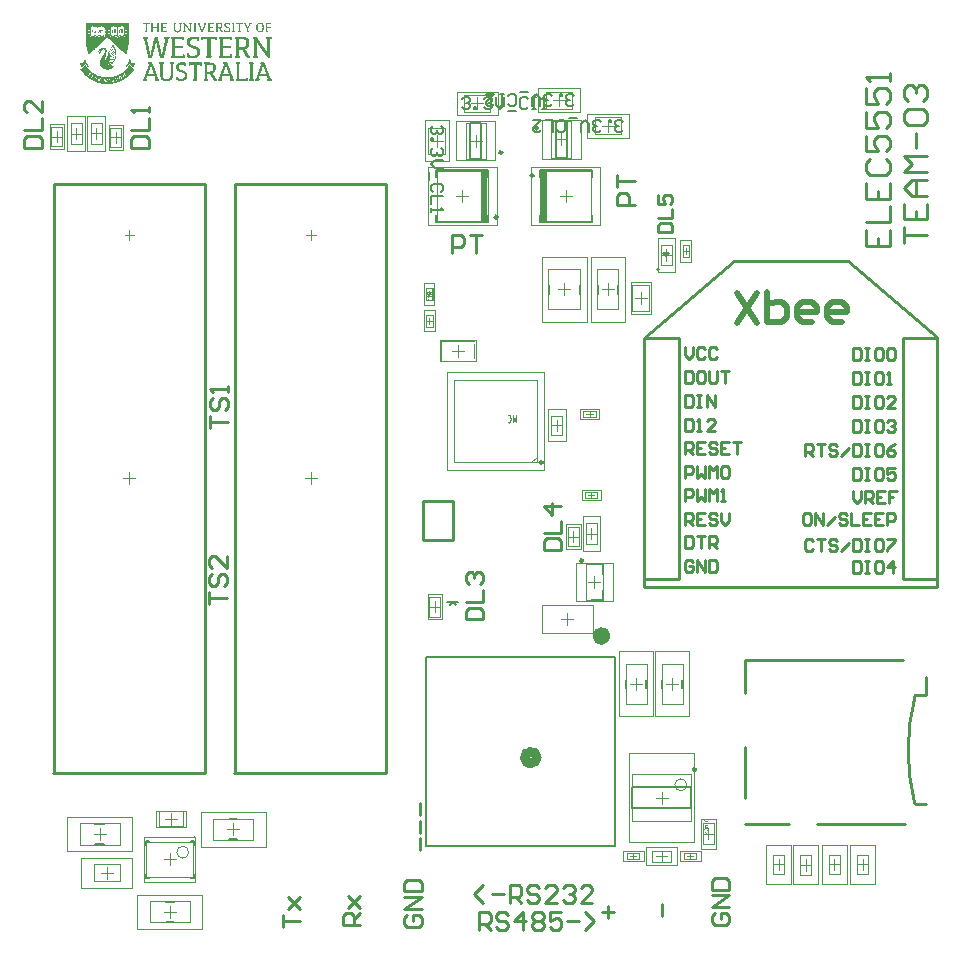
<source format=gto>
G04*
G04 #@! TF.GenerationSoftware,Altium Limited,CircuitMaker,2.2.1 (2.2.1.6)*
G04*
G04 Layer_Color=15132400*
%FSLAX42Y42*%
%MOMM*%
G71*
G04*
G04 #@! TF.SameCoordinates,594ED0CD-E859-4A23-B6EA-3589AB250A5C*
G04*
G04*
G04 #@! TF.FilePolarity,Positive*
G04*
G01*
G75*
%ADD10C,0.10*%
%ADD11C,0.25*%
%ADD12C,0.15*%
%ADD13C,0.25*%
%ADD14C,0.81*%
%ADD15C,0.20*%
%ADD16C,0.20*%
%ADD17C,0.13*%
%ADD18C,0.51*%
%ADD19C,0.05*%
%ADD20C,0.12*%
%ADD21C,0.18*%
%ADD22C,0.03*%
%ADD23R,0.58X4.31*%
G36*
X4785Y10308D02*
X4781D01*
Y10310D01*
X4777D01*
Y10312D01*
X4751D01*
Y10288D01*
X4779D01*
Y10279D01*
X4751D01*
Y10249D01*
X4755D01*
Y10242D01*
X4735D01*
Y10249D01*
X4739D01*
Y10260D01*
Y10261D01*
Y10315D01*
X4735D01*
Y10322D01*
X4736D01*
Y10323D01*
X4785D01*
Y10308D01*
D02*
G37*
G36*
X4544D02*
X4540D01*
Y10310D01*
X4537D01*
Y10311D01*
X4536D01*
Y10312D01*
X4521D01*
Y10295D01*
Y10293D01*
Y10249D01*
X4525D01*
Y10243D01*
X4523D01*
Y10242D01*
X4504D01*
Y10249D01*
X4508D01*
Y10312D01*
X4494D01*
Y10310D01*
X4492D01*
Y10308D01*
X4491D01*
Y10310D01*
X4485D01*
Y10323D01*
X4544D01*
Y10308D01*
D02*
G37*
G36*
X4296D02*
X4292D01*
Y10310D01*
X4289D01*
Y10312D01*
X4262D01*
Y10288D01*
X4292D01*
Y10279D01*
X4262D01*
Y10251D01*
X4290D01*
Y10256D01*
X4299D01*
Y10242D01*
X4246D01*
Y10249D01*
X4250D01*
Y10315D01*
X4246D01*
Y10322D01*
X4247D01*
Y10323D01*
X4296D01*
Y10308D01*
D02*
G37*
G36*
X3899D02*
X3895D01*
Y10310D01*
X3892D01*
Y10312D01*
X3865D01*
Y10288D01*
X3895D01*
Y10279D01*
X3865D01*
Y10251D01*
X3893D01*
Y10256D01*
X3902D01*
Y10242D01*
X3849D01*
Y10249D01*
X3853D01*
Y10281D01*
Y10283D01*
Y10315D01*
X3849D01*
Y10323D01*
X3899D01*
Y10308D01*
D02*
G37*
G36*
X3754D02*
X3750D01*
Y10310D01*
X3747D01*
Y10311D01*
X3746D01*
Y10312D01*
X3731D01*
Y10277D01*
Y10276D01*
Y10249D01*
X3735D01*
Y10242D01*
X3715D01*
Y10249D01*
X3719D01*
Y10312D01*
X3704D01*
Y10308D01*
X3701D01*
Y10310D01*
X3696D01*
Y10323D01*
X3754D01*
Y10308D01*
D02*
G37*
G36*
X4426Y10322D02*
X4433D01*
Y10306D01*
X4427D01*
Y10307D01*
X4423D01*
Y10314D01*
X4408D01*
Y10312D01*
X4404D01*
Y10311D01*
X4401D01*
Y10308D01*
X4400D01*
Y10307D01*
X4399D01*
Y10296D01*
X4400D01*
Y10295D01*
X4401D01*
Y10293D01*
X4404D01*
Y10292D01*
X4406D01*
Y10291D01*
X4408D01*
Y10289D01*
X4412D01*
Y10288D01*
X4415D01*
Y10287D01*
X4419D01*
Y10285D01*
X4422D01*
Y10284D01*
X4426D01*
Y10283D01*
X4427D01*
Y10281D01*
X4430D01*
Y10280D01*
X4431D01*
Y10279D01*
X4433D01*
Y10277D01*
X4434D01*
Y10274D01*
X4435D01*
Y10273D01*
X4437D01*
Y10256D01*
X4435D01*
Y10251D01*
X4434D01*
Y10250D01*
X4433D01*
Y10249D01*
X4431D01*
Y10247D01*
X4430D01*
Y10246D01*
X4427D01*
Y10245D01*
X4426D01*
Y10243D01*
X4423D01*
Y10242D01*
X4415D01*
Y10241D01*
X4401D01*
Y10242D01*
X4393D01*
Y10243D01*
X4388D01*
Y10245D01*
X4385D01*
Y10258D01*
X4387D01*
Y10260D01*
X4392D01*
Y10258D01*
X4395D01*
Y10253D01*
X4396D01*
Y10251D01*
X4406D01*
Y10250D01*
X4411D01*
Y10251D01*
X4419D01*
Y10253D01*
X4422D01*
Y10254D01*
X4423D01*
Y10256D01*
X4425D01*
Y10258D01*
X4426D01*
Y10268D01*
X4425D01*
Y10270D01*
X4423D01*
Y10272D01*
X4422D01*
Y10273D01*
X4420D01*
Y10274D01*
X4416D01*
Y10276D01*
X4414D01*
Y10277D01*
X4410D01*
Y10279D01*
X4407D01*
Y10280D01*
X4403D01*
Y10281D01*
X4400D01*
Y10283D01*
X4397D01*
Y10284D01*
X4395D01*
Y10285D01*
X4393D01*
Y10287D01*
X4392D01*
Y10288D01*
X4391D01*
Y10289D01*
X4389D01*
Y10292D01*
X4388D01*
Y10293D01*
X4387D01*
Y10310D01*
X4388D01*
Y10312D01*
X4389D01*
Y10315D01*
X4392D01*
Y10318D01*
X4395D01*
Y10319D01*
X4396D01*
Y10321D01*
X4399D01*
Y10322D01*
X4406D01*
Y10323D01*
X4426D01*
Y10322D01*
D02*
G37*
G36*
X3834Y10315D02*
X3830D01*
Y10312D01*
Y10311D01*
Y10249D01*
X3834D01*
Y10242D01*
X3814D01*
Y10249D01*
X3818D01*
Y10277D01*
X3781D01*
Y10249D01*
X3785D01*
Y10242D01*
X3765D01*
Y10249D01*
X3769D01*
Y10315D01*
X3765D01*
Y10322D01*
X3766D01*
Y10323D01*
X3785D01*
Y10315D01*
X3781D01*
Y10287D01*
X3818D01*
Y10315D01*
X3814D01*
Y10322D01*
X3815D01*
Y10323D01*
X3834D01*
Y10315D01*
D02*
G37*
G36*
X4616Y10322D02*
X4617D01*
Y10315D01*
X4611D01*
Y10312D01*
X4610D01*
Y10310D01*
X4609D01*
Y10307D01*
X4607D01*
Y10303D01*
X4606D01*
Y10302D01*
X4605D01*
Y10299D01*
X4603D01*
Y10296D01*
X4602D01*
Y10293D01*
X4601D01*
Y10291D01*
X4599D01*
Y10288D01*
X4598D01*
Y10285D01*
X4597D01*
Y10283D01*
X4595D01*
Y10280D01*
X4594D01*
Y10277D01*
X4592D01*
Y10274D01*
X4591D01*
Y10273D01*
X4590D01*
Y10249D01*
X4594D01*
Y10245D01*
X4592D01*
Y10242D01*
X4574D01*
Y10249D01*
X4578D01*
Y10270D01*
X4576D01*
Y10274D01*
X4575D01*
Y10276D01*
X4574D01*
Y10280D01*
X4572D01*
Y10281D01*
X4571D01*
Y10284D01*
X4569D01*
Y10287D01*
X4568D01*
Y10289D01*
X4567D01*
Y10292D01*
X4565D01*
Y10295D01*
X4564D01*
Y10297D01*
X4563D01*
Y10300D01*
X4561D01*
Y10303D01*
X4560D01*
Y10306D01*
X4559D01*
Y10308D01*
X4557D01*
Y10311D01*
X4556D01*
Y10314D01*
X4555D01*
Y10315D01*
X4550D01*
Y10322D01*
X4552D01*
Y10323D01*
X4571D01*
Y10315D01*
X4567D01*
Y10314D01*
X4568D01*
Y10311D01*
X4569D01*
Y10308D01*
X4571D01*
Y10306D01*
X4572D01*
Y10303D01*
X4574D01*
Y10299D01*
X4575D01*
Y10297D01*
X4576D01*
Y10293D01*
X4578D01*
Y10291D01*
X4579D01*
Y10289D01*
X4580D01*
Y10285D01*
X4582D01*
Y10283D01*
X4583D01*
Y10281D01*
X4584D01*
Y10284D01*
X4586D01*
Y10287D01*
X4587D01*
Y10289D01*
X4588D01*
Y10292D01*
X4590D01*
Y10295D01*
X4591D01*
Y10297D01*
X4592D01*
Y10300D01*
X4594D01*
Y10303D01*
X4595D01*
Y10306D01*
X4597D01*
Y10308D01*
X4598D01*
Y10311D01*
X4599D01*
Y10314D01*
X4601D01*
Y10315D01*
X4597D01*
Y10323D01*
X4616D01*
Y10322D01*
D02*
G37*
G36*
X4112Y10315D02*
X4106D01*
Y10242D01*
X4097D01*
Y10243D01*
X4095D01*
Y10246D01*
X4094D01*
Y10247D01*
X4093D01*
Y10249D01*
X4091D01*
Y10251D01*
X4090D01*
Y10253D01*
X4089D01*
Y10256D01*
X4087D01*
Y10257D01*
X4086D01*
Y10258D01*
X4084D01*
Y10261D01*
X4083D01*
Y10262D01*
X4082D01*
Y10264D01*
X4080D01*
Y10266D01*
X4079D01*
Y10269D01*
X4078D01*
Y10270D01*
X4076D01*
Y10273D01*
X4074D01*
Y10276D01*
X4072D01*
Y10277D01*
X4071D01*
Y10280D01*
X4070D01*
Y10283D01*
X4068D01*
Y10284D01*
X4067D01*
Y10285D01*
X4066D01*
Y10287D01*
X4064D01*
Y10289D01*
X4063D01*
Y10291D01*
X4061D01*
Y10293D01*
X4060D01*
Y10295D01*
X4059D01*
Y10296D01*
X4057D01*
Y10299D01*
X4056D01*
Y10300D01*
X4055D01*
Y10266D01*
Y10265D01*
Y10249D01*
X4060D01*
Y10243D01*
X4059D01*
Y10242D01*
X4038D01*
Y10243D01*
X4040D01*
Y10249D01*
X4042D01*
Y10315D01*
X4038D01*
Y10318D01*
X4040D01*
Y10323D01*
X4052D01*
Y10322D01*
X4055D01*
Y10319D01*
X4056D01*
Y10318D01*
X4057D01*
Y10315D01*
X4059D01*
Y10314D01*
X4060D01*
Y10312D01*
X4061D01*
Y10310D01*
X4063D01*
Y10308D01*
X4064D01*
Y10306D01*
X4066D01*
Y10304D01*
X4067D01*
Y10302D01*
X4070D01*
Y10299D01*
X4071D01*
Y10296D01*
X4072D01*
Y10295D01*
X4074D01*
Y10292D01*
X4075D01*
Y10291D01*
X4076D01*
Y10289D01*
X4078D01*
Y10287D01*
X4079D01*
Y10285D01*
X4080D01*
Y10283D01*
X4082D01*
Y10281D01*
X4083D01*
Y10280D01*
X4084D01*
Y10277D01*
X4086D01*
Y10276D01*
X4087D01*
Y10274D01*
X4089D01*
Y10272D01*
X4090D01*
Y10270D01*
X4091D01*
Y10268D01*
X4093D01*
Y10266D01*
X4094D01*
Y10265D01*
X4095D01*
Y10315D01*
X4091D01*
Y10322D01*
X4093D01*
Y10323D01*
X4112D01*
Y10315D01*
D02*
G37*
G36*
X4234Y10322D02*
X4235D01*
Y10315D01*
X4231D01*
Y10314D01*
X4229D01*
Y10310D01*
X4228D01*
Y10306D01*
X4227D01*
Y10302D01*
X4225D01*
Y10299D01*
X4224D01*
Y10295D01*
X4223D01*
Y10291D01*
X4221D01*
Y10288D01*
X4220D01*
Y10284D01*
X4219D01*
Y10280D01*
X4217D01*
Y10276D01*
X4216D01*
Y10273D01*
X4215D01*
Y10269D01*
X4213D01*
Y10266D01*
X4212D01*
Y10262D01*
X4210D01*
Y10258D01*
X4209D01*
Y10254D01*
X4208D01*
Y10250D01*
X4206D01*
Y10247D01*
X4205D01*
Y10243D01*
X4204D01*
Y10242D01*
X4192D01*
Y10245D01*
X4190D01*
Y10247D01*
X4189D01*
Y10251D01*
X4187D01*
Y10254D01*
X4186D01*
Y10258D01*
X4185D01*
Y10261D01*
X4183D01*
Y10265D01*
X4182D01*
Y10270D01*
X4181D01*
Y10273D01*
X4179D01*
Y10277D01*
X4178D01*
Y10280D01*
X4177D01*
Y10284D01*
X4175D01*
Y10287D01*
X4174D01*
Y10291D01*
X4173D01*
Y10293D01*
X4171D01*
Y10297D01*
X4170D01*
Y10302D01*
X4168D01*
Y10306D01*
X4167D01*
Y10310D01*
X4166D01*
Y10312D01*
X4164D01*
Y10315D01*
X4160D01*
Y10323D01*
X4179D01*
Y10322D01*
X4181D01*
Y10315D01*
X4177D01*
Y10312D01*
X4178D01*
Y10308D01*
X4179D01*
Y10304D01*
X4181D01*
Y10302D01*
X4182D01*
Y10297D01*
X4183D01*
Y10293D01*
X4185D01*
Y10289D01*
X4186D01*
Y10285D01*
X4187D01*
Y10283D01*
X4189D01*
Y10279D01*
X4190D01*
Y10274D01*
X4192D01*
Y10270D01*
X4193D01*
Y10266D01*
X4194D01*
Y10262D01*
X4196D01*
Y10258D01*
X4197D01*
Y10256D01*
X4198D01*
Y10260D01*
X4200D01*
Y10262D01*
X4201D01*
Y10266D01*
X4202D01*
Y10270D01*
X4204D01*
Y10274D01*
X4205D01*
Y10279D01*
X4206D01*
Y10281D01*
X4208D01*
Y10283D01*
Y10285D01*
X4209D01*
Y10289D01*
X4210D01*
Y10293D01*
X4212D01*
Y10297D01*
X4213D01*
Y10300D01*
X4215D01*
Y10306D01*
X4216D01*
Y10308D01*
X4217D01*
Y10312D01*
X4219D01*
Y10315D01*
X4215D01*
Y10323D01*
X4234D01*
Y10322D01*
D02*
G37*
G36*
X4022D02*
X4024D01*
Y10315D01*
X4019D01*
Y10306D01*
Y10304D01*
Y10266D01*
X4018D01*
Y10258D01*
X4017D01*
Y10254D01*
X4015D01*
Y10251D01*
X4014D01*
Y10249D01*
X4013D01*
Y10247D01*
X4011D01*
Y10246D01*
X4009D01*
Y10245D01*
X4007D01*
Y10243D01*
X4005D01*
Y10242D01*
X4001D01*
Y10241D01*
X3992D01*
Y10239D01*
X3986D01*
Y10241D01*
X3977D01*
Y10242D01*
X3972D01*
Y10243D01*
X3969D01*
Y10245D01*
X3968D01*
Y10246D01*
X3967D01*
Y10247D01*
X3965D01*
Y10249D01*
X3964D01*
Y10251D01*
X3963D01*
Y10254D01*
X3961D01*
Y10261D01*
X3960D01*
Y10315D01*
X3956D01*
Y10323D01*
X3976D01*
Y10315D01*
X3972D01*
Y10261D01*
X3973D01*
Y10256D01*
X3975D01*
Y10254D01*
X3976D01*
Y10253D01*
X3977D01*
Y10251D01*
X3980D01*
Y10250D01*
X3984D01*
Y10249D01*
X3994D01*
Y10250D01*
X3998D01*
Y10251D01*
X4001D01*
Y10253D01*
X4002D01*
Y10254D01*
X4003D01*
Y10256D01*
X4005D01*
Y10258D01*
X4006D01*
Y10262D01*
X4007D01*
Y10315D01*
X4003D01*
Y10323D01*
X4022D01*
Y10322D01*
D02*
G37*
G36*
X4472D02*
X4473D01*
Y10318D01*
X4472D01*
Y10315D01*
X4468D01*
Y10249D01*
X4473D01*
Y10243D01*
X4472D01*
Y10242D01*
X4452D01*
Y10243D01*
X4453D01*
Y10249D01*
X4456D01*
Y10315D01*
X4452D01*
Y10318D01*
X4453D01*
Y10323D01*
X4472D01*
Y10322D01*
D02*
G37*
G36*
X4345D02*
X4354D01*
Y10321D01*
X4358D01*
Y10319D01*
X4359D01*
Y10318D01*
X4362D01*
Y10316D01*
X4364D01*
Y10315D01*
X4365D01*
Y10312D01*
X4366D01*
Y10311D01*
X4368D01*
Y10307D01*
X4369D01*
Y10291D01*
X4368D01*
Y10287D01*
X4366D01*
Y10285D01*
X4365D01*
Y10283D01*
X4364D01*
Y10281D01*
X4362D01*
Y10280D01*
X4361D01*
Y10279D01*
X4359D01*
Y10277D01*
X4357D01*
Y10276D01*
X4355D01*
Y10274D01*
X4354D01*
Y10273D01*
X4355D01*
Y10270D01*
X4357D01*
Y10269D01*
X4358D01*
Y10266D01*
X4359D01*
Y10265D01*
X4361D01*
Y10261D01*
X4362D01*
Y10260D01*
X4364D01*
Y10257D01*
X4365D01*
Y10254D01*
X4366D01*
Y10253D01*
X4368D01*
Y10250D01*
X4369D01*
Y10249D01*
X4373D01*
Y10242D01*
X4358D01*
Y10246D01*
X4357D01*
Y10247D01*
X4355D01*
Y10250D01*
X4354D01*
Y10253D01*
X4353D01*
Y10254D01*
X4351D01*
Y10257D01*
X4350D01*
Y10260D01*
X4349D01*
Y10262D01*
X4347D01*
Y10264D01*
X4346D01*
Y10266D01*
X4345D01*
Y10269D01*
X4343D01*
Y10272D01*
X4342D01*
Y10273D01*
X4330D01*
Y10249D01*
X4334D01*
Y10242D01*
X4313D01*
Y10243D01*
X4315D01*
Y10249D01*
X4319D01*
Y10306D01*
Y10307D01*
Y10315D01*
X4315D01*
Y10323D01*
X4345D01*
Y10322D01*
D02*
G37*
G36*
X4148Y10315D02*
X4144D01*
Y10308D01*
Y10307D01*
Y10249D01*
X4150D01*
Y10247D01*
X4148D01*
Y10242D01*
X4129D01*
Y10249D01*
X4133D01*
Y10315D01*
X4129D01*
Y10323D01*
X4148D01*
Y10315D01*
D02*
G37*
G36*
X4697Y10322D02*
X4702D01*
Y10321D01*
X4705D01*
Y10319D01*
X4708D01*
Y10318D01*
X4709D01*
Y10316D01*
X4710D01*
Y10315D01*
X4712D01*
Y10314D01*
X4713D01*
Y10312D01*
X4714D01*
Y10311D01*
X4716D01*
Y10308D01*
X4717D01*
Y10306D01*
X4718D01*
Y10303D01*
X4720D01*
Y10297D01*
X4721D01*
Y10284D01*
X4723D01*
Y10280D01*
X4721D01*
Y10266D01*
X4720D01*
Y10261D01*
X4718D01*
Y10258D01*
X4717D01*
Y10256D01*
X4716D01*
Y10253D01*
X4714D01*
Y10251D01*
X4713D01*
Y10250D01*
X4712D01*
Y10249D01*
X4710D01*
Y10246D01*
X4708D01*
Y10245D01*
X4705D01*
Y10243D01*
X4702D01*
Y10242D01*
X4695D01*
Y10241D01*
X4682D01*
Y10242D01*
X4676D01*
Y10243D01*
X4672D01*
Y10245D01*
X4671D01*
Y10246D01*
X4670D01*
Y10247D01*
X4667D01*
Y10249D01*
X4666D01*
Y10251D01*
X4664D01*
Y10253D01*
X4663D01*
Y10254D01*
X4662D01*
Y10257D01*
X4660D01*
Y10260D01*
X4659D01*
Y10264D01*
X4658D01*
Y10272D01*
X4656D01*
Y10288D01*
Y10289D01*
Y10292D01*
X4658D01*
Y10299D01*
X4659D01*
Y10304D01*
X4660D01*
Y10306D01*
X4662D01*
Y10310D01*
X4663D01*
Y10311D01*
X4664D01*
Y10312D01*
X4666D01*
Y10314D01*
X4667D01*
Y10315D01*
X4668D01*
Y10316D01*
X4670D01*
Y10318D01*
X4671D01*
Y10319D01*
X4672D01*
Y10321D01*
X4676D01*
Y10322D01*
X4682D01*
Y10323D01*
X4697D01*
Y10322D01*
D02*
G37*
G36*
X4450Y10173D02*
X4434D01*
Y10176D01*
X4433D01*
Y10181D01*
X4374D01*
Y10127D01*
X4441D01*
Y10123D01*
Y10121D01*
Y10105D01*
X4374D01*
Y10044D01*
X4437D01*
Y10052D01*
X4438D01*
Y10054D01*
X4450D01*
Y10052D01*
X4454D01*
Y10023D01*
X4339D01*
Y10039D01*
X4342D01*
Y10040D01*
X4349D01*
Y10185D01*
X4345D01*
Y10186D01*
X4339D01*
Y10203D01*
X4342D01*
Y10204D01*
X4450D01*
Y10173D01*
D02*
G37*
G36*
X4322D02*
X4305D01*
Y10177D01*
X4304D01*
Y10182D01*
X4269D01*
Y10040D01*
X4275D01*
Y10039D01*
X4278D01*
Y10029D01*
Y10028D01*
X4277D01*
Y10023D01*
X4234D01*
Y10039D01*
X4236D01*
Y10040D01*
X4243D01*
Y10182D01*
X4210D01*
Y10181D01*
X4209D01*
Y10173D01*
X4193D01*
Y10174D01*
X4192D01*
Y10204D01*
X4322D01*
Y10173D01*
D02*
G37*
G36*
X4047D02*
X4030D01*
Y10174D01*
X4029D01*
Y10181D01*
X3971D01*
Y10127D01*
X4037D01*
Y10105D01*
X3971D01*
Y10044D01*
X4033D01*
Y10052D01*
X4034D01*
Y10054D01*
X4045D01*
Y10052D01*
X4051D01*
Y10023D01*
X3935D01*
Y10039D01*
X3938D01*
Y10040D01*
X3945D01*
Y10185D01*
X3940D01*
Y10186D01*
X3935D01*
Y10203D01*
X3937D01*
Y10204D01*
X4047D01*
Y10173D01*
D02*
G37*
G36*
X4154Y10203D02*
X4162D01*
Y10201D01*
X4170D01*
Y10200D01*
X4171D01*
Y10167D01*
X4170D01*
Y10166D01*
X4160D01*
Y10167D01*
X4151D01*
Y10182D01*
X4135D01*
Y10184D01*
X4129D01*
Y10182D01*
X4118D01*
Y10181D01*
X4114D01*
Y10180D01*
X4110D01*
Y10178D01*
X4109D01*
Y10177D01*
X4106D01*
Y10176D01*
X4105D01*
Y10174D01*
X4102D01*
Y10173D01*
X4101D01*
Y10170D01*
X4099D01*
Y10169D01*
X4098D01*
Y10165D01*
X4097D01*
Y10161D01*
X4095D01*
Y10153D01*
X4097D01*
Y10148D01*
X4098D01*
Y10144D01*
X4099D01*
Y10143D01*
X4101D01*
Y10142D01*
X4102D01*
Y10139D01*
X4105D01*
Y10138D01*
X4106D01*
Y10136D01*
X4108D01*
Y10135D01*
X4110D01*
Y10134D01*
X4113D01*
Y10132D01*
X4116D01*
Y10131D01*
X4118D01*
Y10130D01*
X4121D01*
Y10128D01*
X4124D01*
Y10127D01*
X4129D01*
Y10125D01*
X4131D01*
Y10124D01*
X4136D01*
Y10123D01*
X4140D01*
Y10121D01*
X4143D01*
Y10120D01*
X4147D01*
Y10119D01*
X4150D01*
Y10117D01*
X4152D01*
Y10116D01*
X4155D01*
Y10115D01*
X4158D01*
Y10113D01*
X4160D01*
Y10112D01*
X4162D01*
Y10111D01*
X4164D01*
Y10109D01*
X4166D01*
Y10108D01*
X4167D01*
Y10106D01*
X4168D01*
Y10105D01*
X4170D01*
Y10104D01*
X4171D01*
Y10102D01*
X4173D01*
Y10101D01*
X4174D01*
Y10098D01*
X4175D01*
Y10097D01*
X4177D01*
Y10094D01*
X4178D01*
Y10093D01*
X4179D01*
Y10089D01*
X4181D01*
Y10085D01*
X4182D01*
Y10059D01*
X4181D01*
Y10055D01*
X4179D01*
Y10051D01*
X4178D01*
Y10050D01*
X4177D01*
Y10046D01*
X4175D01*
Y10044D01*
X4174D01*
Y10043D01*
X4173D01*
Y10041D01*
X4171D01*
Y10039D01*
X4170D01*
Y10037D01*
X4168D01*
Y10036D01*
X4167D01*
Y10035D01*
X4164D01*
Y10033D01*
X4163D01*
Y10032D01*
X4160D01*
Y10031D01*
X4159D01*
Y10029D01*
X4156D01*
Y10028D01*
X4154D01*
Y10027D01*
X4150D01*
Y10025D01*
X4145D01*
Y10024D01*
X4141D01*
Y10023D01*
X4131D01*
Y10021D01*
X4108D01*
Y10023D01*
X4095D01*
Y10024D01*
X4090D01*
Y10025D01*
X4083D01*
Y10027D01*
X4078D01*
Y10028D01*
X4075D01*
Y10029D01*
X4071D01*
Y10031D01*
X4068D01*
Y10062D01*
X4071D01*
Y10063D01*
X4074D01*
Y10062D01*
X4087D01*
Y10060D01*
X4089D01*
Y10047D01*
X4090D01*
Y10046D01*
X4098D01*
Y10044D01*
X4110D01*
Y10043D01*
X4128D01*
Y10044D01*
X4136D01*
Y10046D01*
X4141D01*
Y10047D01*
X4143D01*
Y10048D01*
X4145D01*
Y10050D01*
X4147D01*
Y10051D01*
X4150D01*
Y10052D01*
X4151D01*
Y10054D01*
X4152D01*
Y10056D01*
X4154D01*
Y10058D01*
X4155D01*
Y10063D01*
X4156D01*
Y10078D01*
X4155D01*
Y10083D01*
X4154D01*
Y10085D01*
X4152D01*
Y10088D01*
X4151D01*
Y10089D01*
X4150D01*
Y10090D01*
X4148D01*
Y10092D01*
X4147D01*
Y10093D01*
X4145D01*
Y10094D01*
X4143D01*
Y10096D01*
X4139D01*
Y10097D01*
X4137D01*
Y10098D01*
X4133D01*
Y10100D01*
X4131D01*
Y10101D01*
X4126D01*
Y10102D01*
X4124D01*
Y10104D01*
X4120D01*
Y10105D01*
X4116D01*
Y10106D01*
X4113D01*
Y10108D01*
X4109D01*
Y10109D01*
X4106D01*
Y10111D01*
X4102D01*
Y10112D01*
X4101D01*
Y10113D01*
X4097D01*
Y10115D01*
X4094D01*
Y10116D01*
X4093D01*
Y10117D01*
X4090D01*
Y10119D01*
X4089D01*
Y10120D01*
X4086D01*
Y10121D01*
X4084D01*
Y10123D01*
X4083D01*
Y10124D01*
X4080D01*
Y10127D01*
X4079D01*
Y10128D01*
X4078D01*
Y10130D01*
X4076D01*
Y10132D01*
X4075D01*
Y10134D01*
X4074D01*
Y10136D01*
X4072D01*
Y10139D01*
X4071D01*
Y10143D01*
X4070D01*
Y10151D01*
X4068D01*
Y10161D01*
X4070D01*
Y10170D01*
X4071D01*
Y10174D01*
X4072D01*
Y10177D01*
X4074D01*
Y10180D01*
X4075D01*
Y10181D01*
X4076D01*
Y10184D01*
X4078D01*
Y10185D01*
X4079D01*
Y10186D01*
X4080D01*
Y10189D01*
X4083D01*
Y10190D01*
X4084D01*
Y10192D01*
X4086D01*
Y10193D01*
X4089D01*
Y10195D01*
X4090D01*
Y10196D01*
X4093D01*
Y10197D01*
X4095D01*
Y10199D01*
X4099D01*
Y10200D01*
X4102D01*
Y10201D01*
X4108D01*
Y10203D01*
X4112D01*
Y10204D01*
X4154D01*
Y10203D01*
D02*
G37*
G36*
X4783D02*
X4786D01*
Y10188D01*
X4785D01*
Y10186D01*
X4781D01*
Y10185D01*
X4774D01*
Y10023D01*
X4755D01*
Y10024D01*
X4754D01*
Y10025D01*
X4752D01*
Y10028D01*
X4751D01*
Y10029D01*
X4750D01*
Y10032D01*
X4748D01*
Y10033D01*
X4747D01*
Y10035D01*
X4746D01*
Y10037D01*
X4744D01*
Y10039D01*
X4743D01*
Y10041D01*
X4742D01*
Y10043D01*
X4740D01*
Y10044D01*
X4739D01*
Y10047D01*
X4737D01*
Y10048D01*
X4736D01*
Y10051D01*
X4735D01*
Y10052D01*
X4733D01*
Y10054D01*
X4732D01*
Y10055D01*
X4731D01*
Y10058D01*
X4729D01*
Y10060D01*
X4728D01*
Y10062D01*
X4727D01*
Y10064D01*
X4724D01*
Y10067D01*
X4723D01*
Y10069D01*
X4721D01*
Y10071D01*
X4720D01*
Y10074D01*
X4718D01*
Y10075D01*
X4717D01*
Y10077D01*
X4716D01*
Y10079D01*
X4714D01*
Y10081D01*
X4713D01*
Y10082D01*
X4712D01*
Y10085D01*
X4710D01*
Y10086D01*
X4709D01*
Y10089D01*
X4708D01*
Y10090D01*
X4706D01*
Y10092D01*
X4705D01*
Y10094D01*
X4704D01*
Y10096D01*
X4702D01*
Y10098D01*
X4701D01*
Y10100D01*
X4700D01*
Y10101D01*
X4698D01*
Y10104D01*
X4697D01*
Y10105D01*
X4695D01*
Y10108D01*
X4694D01*
Y10109D01*
X4693D01*
Y10111D01*
X4691D01*
Y10113D01*
X4690D01*
Y10115D01*
X4689D01*
Y10117D01*
X4687D01*
Y10119D01*
X4686D01*
Y10120D01*
X4685D01*
Y10123D01*
X4683D01*
Y10124D01*
X4682D01*
Y10125D01*
X4681D01*
Y10128D01*
X4679D01*
Y10130D01*
X4678D01*
Y10132D01*
X4676D01*
Y10134D01*
X4675D01*
Y10135D01*
X4674D01*
Y10138D01*
X4672D01*
Y10139D01*
X4671D01*
Y10142D01*
X4670D01*
Y10144D01*
X4667D01*
Y10147D01*
X4666D01*
Y10148D01*
X4664D01*
Y10151D01*
X4663D01*
Y10153D01*
X4662D01*
Y10155D01*
X4659D01*
Y10040D01*
X4668D01*
Y10039D01*
X4671D01*
Y10031D01*
X4670D01*
Y10023D01*
X4626D01*
Y10039D01*
X4629D01*
Y10040D01*
X4634D01*
Y10185D01*
X4630D01*
Y10186D01*
X4626D01*
Y10203D01*
X4628D01*
Y10204D01*
X4655D01*
Y10203D01*
X4656D01*
Y10201D01*
X4658D01*
Y10200D01*
X4659D01*
Y10197D01*
X4660D01*
Y10196D01*
X4662D01*
Y10193D01*
X4663D01*
Y10192D01*
X4664D01*
Y10190D01*
X4666D01*
Y10189D01*
X4667D01*
Y10186D01*
X4668D01*
Y10185D01*
X4670D01*
Y10182D01*
X4671D01*
Y10181D01*
X4672D01*
Y10180D01*
X4674D01*
Y10177D01*
X4675D01*
Y10176D01*
X4676D01*
Y10173D01*
X4678D01*
Y10172D01*
X4679D01*
Y10170D01*
X4681D01*
Y10167D01*
X4682D01*
Y10166D01*
X4683D01*
Y10163D01*
X4685D01*
Y10162D01*
X4686D01*
Y10161D01*
X4687D01*
Y10158D01*
X4689D01*
Y10157D01*
X4690D01*
Y10154D01*
X4691D01*
Y10153D01*
X4693D01*
Y10151D01*
X4694D01*
Y10148D01*
X4695D01*
Y10147D01*
X4697D01*
Y10146D01*
X4698D01*
Y10143D01*
X4700D01*
Y10140D01*
X4701D01*
Y10139D01*
X4702D01*
Y10136D01*
X4705D01*
Y10134D01*
X4706D01*
Y10132D01*
X4708D01*
Y10130D01*
X4709D01*
Y10128D01*
X4710D01*
Y10125D01*
X4712D01*
Y10124D01*
X4713D01*
Y10123D01*
X4714D01*
Y10120D01*
X4716D01*
Y10119D01*
X4717D01*
Y10116D01*
X4718D01*
Y10115D01*
X4720D01*
Y10113D01*
X4721D01*
Y10111D01*
X4723D01*
Y10109D01*
X4724D01*
Y10106D01*
X4725D01*
Y10105D01*
X4727D01*
Y10104D01*
X4728D01*
Y10101D01*
X4729D01*
Y10100D01*
X4731D01*
Y10097D01*
X4732D01*
Y10096D01*
X4733D01*
Y10094D01*
X4735D01*
Y10092D01*
X4736D01*
Y10090D01*
X4737D01*
Y10089D01*
X4739D01*
Y10086D01*
X4740D01*
Y10085D01*
X4742D01*
Y10082D01*
X4743D01*
Y10081D01*
X4744D01*
Y10079D01*
X4746D01*
Y10077D01*
X4747D01*
Y10075D01*
X4748D01*
Y10073D01*
X4750D01*
Y10071D01*
X4751D01*
Y10182D01*
Y10184D01*
Y10185D01*
X4746D01*
Y10186D01*
X4742D01*
Y10188D01*
X4740D01*
Y10189D01*
X4742D01*
Y10203D01*
X4743D01*
Y10204D01*
X4783D01*
Y10203D01*
D02*
G37*
G36*
X3921D02*
X3922D01*
Y10189D01*
X3921D01*
Y10186D01*
X3917D01*
Y10185D01*
X3912D01*
Y10181D01*
X3911D01*
Y10174D01*
X3910D01*
Y10170D01*
X3908D01*
Y10165D01*
X3907D01*
Y10158D01*
X3906D01*
Y10154D01*
X3904D01*
Y10148D01*
X3903D01*
Y10144D01*
X3902D01*
Y10138D01*
X3900D01*
Y10134D01*
X3899D01*
Y10127D01*
X3898D01*
Y10121D01*
X3896D01*
Y10117D01*
X3895D01*
Y10111D01*
X3893D01*
Y10106D01*
X3892D01*
Y10101D01*
X3891D01*
Y10096D01*
X3889D01*
Y10090D01*
X3888D01*
Y10086D01*
X3887D01*
Y10079D01*
X3885D01*
Y10074D01*
X3884D01*
Y10070D01*
X3883D01*
Y10063D01*
X3881D01*
Y10059D01*
X3880D01*
Y10052D01*
X3879D01*
Y10048D01*
X3877D01*
Y10041D01*
X3876D01*
Y10036D01*
X3875D01*
Y10032D01*
X3873D01*
Y10028D01*
X3872D01*
Y10027D01*
X3870D01*
Y10025D01*
X3869D01*
Y10024D01*
X3868D01*
Y10023D01*
X3843D01*
Y10024D01*
X3842D01*
Y10025D01*
X3841D01*
Y10028D01*
X3839D01*
Y10035D01*
X3838D01*
Y10039D01*
X3837D01*
Y10046D01*
X3835D01*
Y10054D01*
X3834D01*
Y10058D01*
X3833D01*
Y10064D01*
X3831D01*
Y10069D01*
X3830D01*
Y10075D01*
X3828D01*
Y10081D01*
X3827D01*
Y10088D01*
X3826D01*
Y10094D01*
X3824D01*
Y10098D01*
X3823D01*
Y10105D01*
X3822D01*
Y10111D01*
X3820D01*
Y10117D01*
X3819D01*
Y10121D01*
X3818D01*
Y10128D01*
X3816D01*
Y10135D01*
X3815D01*
Y10139D01*
X3814D01*
Y10146D01*
X3812D01*
Y10151D01*
X3811D01*
Y10158D01*
X3809D01*
Y10162D01*
X3808D01*
Y10159D01*
X3807D01*
Y10155D01*
X3805D01*
Y10148D01*
X3804D01*
Y10142D01*
X3803D01*
Y10136D01*
X3801D01*
Y10131D01*
X3800D01*
Y10125D01*
X3799D01*
Y10120D01*
X3797D01*
Y10115D01*
X3796D01*
Y10111D01*
Y10109D01*
Y10108D01*
X3795D01*
Y10102D01*
X3793D01*
Y10097D01*
X3792D01*
Y10092D01*
X3791D01*
Y10086D01*
X3789D01*
Y10079D01*
X3788D01*
Y10075D01*
X3786D01*
Y10069D01*
X3785D01*
Y10062D01*
X3784D01*
Y10058D01*
X3782D01*
Y10051D01*
X3781D01*
Y10047D01*
X3780D01*
Y10040D01*
X3778D01*
Y10036D01*
X3777D01*
Y10031D01*
X3776D01*
Y10027D01*
X3774D01*
Y10025D01*
X3772D01*
Y10024D01*
X3770D01*
Y10023D01*
X3746D01*
Y10024D01*
X3744D01*
Y10025D01*
X3743D01*
Y10029D01*
X3742D01*
Y10036D01*
X3740D01*
Y10041D01*
X3739D01*
Y10047D01*
X3738D01*
Y10051D01*
X3736D01*
Y10058D01*
X3735D01*
Y10064D01*
X3734D01*
Y10069D01*
X3732D01*
Y10075D01*
X3731D01*
Y10079D01*
X3730D01*
Y10086D01*
X3728D01*
Y10092D01*
X3727D01*
Y10097D01*
X3726D01*
Y10102D01*
X3724D01*
Y10108D01*
X3723D01*
Y10115D01*
X3721D01*
Y10120D01*
X3720D01*
Y10125D01*
X3719D01*
Y10130D01*
X3717D01*
Y10136D01*
X3716D01*
Y10142D01*
X3715D01*
Y10147D01*
X3713D01*
Y10154D01*
X3712D01*
Y10158D01*
X3711D01*
Y10165D01*
X3709D01*
Y10170D01*
X3708D01*
Y10176D01*
X3707D01*
Y10181D01*
X3705D01*
Y10185D01*
X3701D01*
Y10186D01*
X3696D01*
Y10201D01*
X3697D01*
Y10203D01*
X3698D01*
Y10204D01*
X3738D01*
Y10203D01*
X3739D01*
Y10186D01*
X3735D01*
Y10185D01*
X3731D01*
Y10181D01*
X3732D01*
Y10173D01*
X3734D01*
Y10169D01*
X3735D01*
Y10161D01*
X3736D01*
Y10154D01*
X3738D01*
Y10150D01*
X3739D01*
Y10142D01*
X3740D01*
Y10138D01*
X3742D01*
Y10130D01*
X3743D01*
Y10125D01*
X3744D01*
Y10117D01*
X3746D01*
Y10111D01*
X3747D01*
Y10106D01*
X3749D01*
Y10098D01*
X3750D01*
Y10094D01*
X3751D01*
Y10086D01*
X3753D01*
Y10082D01*
X3754D01*
Y10075D01*
X3755D01*
Y10067D01*
X3757D01*
Y10063D01*
X3758D01*
Y10055D01*
X3759D01*
Y10051D01*
X3761D01*
Y10054D01*
X3762D01*
Y10059D01*
X3763D01*
Y10066D01*
X3765D01*
Y10073D01*
X3766D01*
Y10077D01*
X3767D01*
Y10083D01*
X3769D01*
Y10089D01*
X3770D01*
Y10096D01*
X3772D01*
Y10100D01*
X3773D01*
Y10106D01*
X3774D01*
Y10111D01*
X3776D01*
Y10117D01*
X3777D01*
Y10124D01*
X3778D01*
Y10130D01*
X3780D01*
Y10136D01*
X3781D01*
Y10140D01*
X3782D01*
Y10147D01*
X3784D01*
Y10151D01*
X3785D01*
Y10158D01*
X3786D01*
Y10165D01*
X3788D01*
Y10170D01*
X3789D01*
Y10177D01*
X3791D01*
Y10181D01*
X3792D01*
Y10188D01*
X3793D01*
Y10192D01*
X3795D01*
Y10197D01*
X3796D01*
Y10200D01*
X3797D01*
Y10201D01*
X3800D01*
Y10203D01*
X3804D01*
Y10204D01*
X3805D01*
Y10203D01*
X3820D01*
Y10201D01*
X3822D01*
Y10199D01*
X3823D01*
Y10192D01*
X3824D01*
Y10188D01*
X3826D01*
Y10181D01*
X3827D01*
Y10174D01*
X3828D01*
Y10169D01*
X3830D01*
Y10162D01*
X3831D01*
Y10158D01*
X3833D01*
Y10151D01*
X3834D01*
Y10146D01*
X3835D01*
Y10139D01*
X3837D01*
Y10132D01*
X3838D01*
Y10127D01*
X3839D01*
Y10120D01*
X3841D01*
Y10116D01*
X3842D01*
Y10109D01*
X3843D01*
Y10104D01*
X3845D01*
Y10097D01*
X3846D01*
Y10090D01*
X3847D01*
Y10086D01*
X3849D01*
Y10079D01*
X3850D01*
Y10074D01*
X3851D01*
Y10067D01*
X3853D01*
Y10063D01*
X3854D01*
Y10055D01*
X3856D01*
Y10051D01*
X3857D01*
Y10054D01*
X3858D01*
Y10060D01*
X3860D01*
Y10066D01*
X3861D01*
Y10073D01*
X3862D01*
Y10077D01*
X3864D01*
Y10085D01*
X3865D01*
Y10089D01*
X3866D01*
Y10096D01*
X3868D01*
Y10102D01*
X3869D01*
Y10106D01*
X3870D01*
Y10113D01*
X3872D01*
Y10119D01*
X3873D01*
Y10125D01*
X3875D01*
Y10130D01*
X3876D01*
Y10136D01*
X3877D01*
Y10144D01*
X3879D01*
Y10148D01*
X3880D01*
Y10155D01*
X3881D01*
Y10159D01*
X3883D01*
Y10166D01*
X3884D01*
Y10172D01*
X3885D01*
Y10178D01*
X3887D01*
Y10185D01*
X3884D01*
Y10186D01*
X3879D01*
Y10199D01*
X3880D01*
Y10204D01*
X3921D01*
Y10203D01*
D02*
G37*
G36*
X3578Y10161D02*
X3576D01*
Y10139D01*
X3575D01*
Y10130D01*
X3574D01*
Y10119D01*
X3572D01*
Y10111D01*
X3571D01*
Y10105D01*
X3570D01*
Y10098D01*
X3568D01*
Y10093D01*
X3567D01*
Y10088D01*
X3566D01*
Y10083D01*
X3564D01*
Y10078D01*
X3563D01*
Y10075D01*
X3562D01*
Y10070D01*
X3560D01*
Y10064D01*
X3559D01*
Y10062D01*
X3558D01*
Y10058D01*
X3556D01*
Y10055D01*
X3555D01*
Y10051D01*
X3552D01*
Y10052D01*
X3551D01*
Y10054D01*
X3549D01*
Y10055D01*
X3548D01*
Y10056D01*
X3547D01*
Y10058D01*
X3545D01*
Y10059D01*
X3544D01*
Y10060D01*
X3541D01*
Y10063D01*
X3539D01*
Y10064D01*
X3537D01*
Y10066D01*
X3536D01*
Y10067D01*
X3534D01*
Y10069D01*
X3533D01*
Y10070D01*
X3532D01*
Y10071D01*
X3530D01*
Y10073D01*
X3529D01*
Y10074D01*
X3528D01*
Y10075D01*
X3526D01*
Y10077D01*
X3524D01*
Y10079D01*
X3521D01*
Y10081D01*
X3520D01*
Y10082D01*
X3518D01*
Y10083D01*
X3517D01*
Y10085D01*
X3516D01*
Y10086D01*
X3514D01*
Y10088D01*
X3513D01*
Y10089D01*
X3511D01*
Y10090D01*
X3510D01*
Y10092D01*
X3509D01*
Y10093D01*
X3507D01*
Y10094D01*
X3505D01*
Y10096D01*
X3503D01*
Y10097D01*
X3502D01*
Y10098D01*
X3501D01*
Y10100D01*
X3499D01*
Y10101D01*
X3498D01*
Y10102D01*
X3497D01*
Y10104D01*
X3495D01*
Y10105D01*
X3494D01*
Y10106D01*
X3492D01*
Y10108D01*
X3491D01*
Y10109D01*
X3490D01*
Y10111D01*
X3488D01*
Y10112D01*
X3487D01*
Y10113D01*
X3484D01*
Y10115D01*
X3483D01*
Y10116D01*
X3482D01*
Y10117D01*
X3480D01*
Y10119D01*
X3479D01*
Y10120D01*
X3478D01*
Y10121D01*
X3476D01*
Y10123D01*
X3475D01*
Y10124D01*
X3474D01*
Y10125D01*
X3471D01*
Y10127D01*
X3469D01*
Y10130D01*
X3467D01*
Y10132D01*
X3464D01*
Y10134D01*
X3463D01*
Y10135D01*
X3461D01*
Y10136D01*
X3460D01*
Y10138D01*
X3459D01*
Y10139D01*
X3457D01*
Y10140D01*
X3456D01*
Y10142D01*
X3455D01*
Y10143D01*
X3453D01*
Y10144D01*
X3452D01*
Y10146D01*
X3449D01*
Y10147D01*
X3448D01*
Y10148D01*
X3446D01*
Y10150D01*
X3445D01*
Y10151D01*
X3444D01*
Y10153D01*
X3442D01*
Y10154D01*
X3441D01*
Y10155D01*
X3440D01*
Y10157D01*
X3438D01*
Y10158D01*
X3436D01*
Y10161D01*
X3433D01*
Y10163D01*
X3430D01*
Y10165D01*
X3429D01*
Y10166D01*
X3427D01*
Y10167D01*
X3426D01*
Y10169D01*
X3425D01*
Y10170D01*
X3423D01*
Y10172D01*
X3422D01*
Y10173D01*
X3421D01*
Y10174D01*
X3419D01*
Y10176D01*
X3418D01*
Y10177D01*
X3415D01*
Y10178D01*
X3414D01*
Y10180D01*
X3413D01*
Y10181D01*
X3411D01*
Y10182D01*
X3410D01*
Y10184D01*
X3409D01*
Y10185D01*
X3407D01*
Y10186D01*
X3406D01*
Y10188D01*
X3404D01*
Y10189D01*
X3403D01*
Y10190D01*
X3402D01*
Y10192D01*
X3399D01*
Y10193D01*
X3398D01*
Y10196D01*
X3395D01*
Y10195D01*
X3394D01*
Y10193D01*
X3392D01*
Y10192D01*
X3391D01*
Y10190D01*
X3390D01*
Y10189D01*
X3388D01*
Y10188D01*
X3387D01*
Y10186D01*
X3385D01*
Y10185D01*
X3384D01*
Y10184D01*
X3381D01*
Y10182D01*
X3380D01*
Y10181D01*
X3379D01*
Y10180D01*
X3377D01*
Y10178D01*
X3376D01*
Y10177D01*
X3375D01*
Y10176D01*
X3373D01*
Y10174D01*
X3372D01*
Y10173D01*
X3371D01*
Y10172D01*
X3369D01*
Y10170D01*
X3367D01*
Y10167D01*
X3364D01*
Y10165D01*
X3361D01*
Y10163D01*
X3360D01*
Y10162D01*
X3358D01*
Y10161D01*
X3357D01*
Y10159D01*
X3356D01*
Y10158D01*
X3354D01*
Y10157D01*
X3353D01*
Y10155D01*
X3352D01*
Y10154D01*
X3349D01*
Y10151D01*
X3346D01*
Y10150D01*
X3345D01*
Y10148D01*
X3343D01*
Y10147D01*
X3342D01*
Y10146D01*
X3341D01*
Y10144D01*
X3339D01*
Y10143D01*
X3338D01*
Y10142D01*
X3337D01*
Y10140D01*
X3335D01*
Y10139D01*
X3333D01*
Y10136D01*
X3330D01*
Y10134D01*
X3329D01*
Y10132D01*
X3326D01*
Y10131D01*
X3325D01*
Y10130D01*
X3323D01*
Y10128D01*
X3322D01*
Y10127D01*
X3320D01*
Y10125D01*
X3319D01*
Y10124D01*
X3318D01*
Y10123D01*
X3316D01*
Y10121D01*
X3315D01*
Y10120D01*
X3314D01*
Y10119D01*
X3311D01*
Y10117D01*
X3310D01*
Y10116D01*
X3308D01*
Y10115D01*
X3307D01*
Y10113D01*
X3306D01*
Y10112D01*
X3304D01*
Y10111D01*
X3303D01*
Y10109D01*
X3301D01*
Y10108D01*
X3300D01*
Y10106D01*
X3299D01*
Y10105D01*
X3297D01*
Y10104D01*
X3295D01*
Y10101D01*
X3292D01*
Y10100D01*
X3291D01*
Y10098D01*
X3289D01*
Y10097D01*
X3288D01*
Y10096D01*
X3287D01*
Y10094D01*
X3285D01*
Y10093D01*
X3284D01*
Y10092D01*
X3283D01*
Y10090D01*
X3281D01*
Y10089D01*
X3280D01*
Y10088D01*
X3278D01*
Y10086D01*
X3276D01*
Y10085D01*
X3274D01*
Y10083D01*
X3273D01*
Y10082D01*
X3272D01*
Y10081D01*
X3270D01*
Y10079D01*
X3269D01*
Y10078D01*
X3268D01*
Y10077D01*
X3266D01*
Y10075D01*
X3265D01*
Y10074D01*
X3264D01*
Y10073D01*
X3261D01*
Y10070D01*
X3258D01*
Y10067D01*
X3255D01*
Y10066D01*
X3254D01*
Y10064D01*
X3253D01*
Y10063D01*
X3251D01*
Y10062D01*
X3250D01*
Y10060D01*
X3249D01*
Y10059D01*
X3247D01*
Y10058D01*
X3246D01*
Y10056D01*
X3245D01*
Y10055D01*
X3243D01*
Y10054D01*
X3241D01*
Y10052D01*
X3239D01*
Y10051D01*
X3238D01*
Y10052D01*
X3236D01*
Y10056D01*
X3235D01*
Y10060D01*
X3234D01*
Y10063D01*
X3232D01*
Y10069D01*
X3231D01*
Y10071D01*
X3230D01*
Y10077D01*
X3228D01*
Y10079D01*
X3227D01*
Y10085D01*
X3226D01*
Y10092D01*
X3224D01*
Y10096D01*
X3223D01*
Y10102D01*
X3222D01*
Y10108D01*
X3220D01*
Y10116D01*
X3219D01*
Y10123D01*
X3218D01*
Y10135D01*
X3216D01*
Y10153D01*
X3215D01*
Y10323D01*
X3578D01*
Y10161D01*
D02*
G37*
G36*
X3326Y10069D02*
X3327D01*
Y10067D01*
X3329D01*
Y10066D01*
X3330D01*
Y10063D01*
X3331D01*
Y10062D01*
X3330D01*
Y10059D01*
X3329D01*
Y10055D01*
X3327D01*
Y10054D01*
X3326D01*
Y10051D01*
X3325D01*
Y10048D01*
X3322D01*
Y10055D01*
X3323D01*
Y10070D01*
X3326D01*
Y10069D01*
D02*
G37*
G36*
X4536Y10203D02*
X4550D01*
Y10201D01*
X4559D01*
Y10200D01*
X4564D01*
Y10199D01*
X4568D01*
Y10197D01*
X4571D01*
Y10196D01*
X4574D01*
Y10195D01*
X4576D01*
Y10193D01*
X4579D01*
Y10192D01*
X4580D01*
Y10190D01*
X4583D01*
Y10189D01*
X4584D01*
Y10188D01*
X4586D01*
Y10186D01*
X4587D01*
Y10185D01*
X4588D01*
Y10184D01*
X4590D01*
Y10181D01*
X4591D01*
Y10180D01*
X4592D01*
Y10177D01*
X4594D01*
Y10174D01*
X4595D01*
Y10170D01*
X4597D01*
Y10166D01*
X4598D01*
Y10155D01*
X4599D01*
Y10143D01*
X4598D01*
Y10134D01*
X4597D01*
Y10130D01*
X4595D01*
Y10125D01*
X4594D01*
Y10123D01*
X4592D01*
Y10120D01*
X4591D01*
Y10119D01*
X4590D01*
Y10116D01*
X4588D01*
Y10113D01*
X4586D01*
Y10111D01*
X4584D01*
Y10109D01*
X4583D01*
Y10108D01*
X4580D01*
Y10105D01*
X4578D01*
Y10104D01*
X4576D01*
Y10102D01*
X4574D01*
Y10101D01*
X4571D01*
Y10100D01*
X4569D01*
Y10098D01*
X4565D01*
Y10097D01*
X4564D01*
Y10096D01*
X4565D01*
Y10094D01*
X4567D01*
Y10092D01*
X4568D01*
Y10089D01*
X4569D01*
Y10088D01*
X4571D01*
Y10085D01*
X4572D01*
Y10082D01*
X4574D01*
Y10079D01*
X4575D01*
Y10078D01*
X4576D01*
Y10075D01*
X4578D01*
Y10073D01*
X4579D01*
Y10071D01*
X4580D01*
Y10069D01*
X4582D01*
Y10066D01*
X4583D01*
Y10063D01*
X4584D01*
Y10062D01*
X4586D01*
Y10059D01*
X4587D01*
Y10058D01*
X4588D01*
Y10055D01*
X4590D01*
Y10052D01*
X4591D01*
Y10050D01*
X4592D01*
Y10047D01*
X4594D01*
Y10046D01*
X4595D01*
Y10043D01*
X4597D01*
Y10041D01*
X4598D01*
Y10040D01*
X4605D01*
Y10039D01*
X4607D01*
Y10032D01*
X4606D01*
Y10023D01*
X4578D01*
Y10024D01*
X4576D01*
Y10027D01*
X4575D01*
Y10028D01*
X4574D01*
Y10031D01*
X4572D01*
Y10032D01*
X4571D01*
Y10036D01*
X4569D01*
Y10037D01*
X4568D01*
Y10040D01*
X4567D01*
Y10043D01*
X4565D01*
Y10044D01*
X4564D01*
Y10048D01*
X4563D01*
Y10050D01*
X4561D01*
Y10052D01*
X4560D01*
Y10054D01*
X4559D01*
Y10056D01*
X4557D01*
Y10060D01*
X4556D01*
Y10062D01*
X4555D01*
Y10064D01*
X4553D01*
Y10066D01*
X4552D01*
Y10069D01*
X4550D01*
Y10071D01*
X4549D01*
Y10074D01*
X4548D01*
Y10077D01*
X4546D01*
Y10078D01*
X4545D01*
Y10081D01*
X4544D01*
Y10083D01*
X4542D01*
Y10086D01*
X4541D01*
Y10088D01*
X4540D01*
Y10090D01*
X4538D01*
Y10092D01*
X4513D01*
Y10040D01*
X4519D01*
Y10039D01*
X4521D01*
Y10037D01*
X4522D01*
Y10035D01*
X4521D01*
Y10023D01*
X4477D01*
Y10025D01*
X4476D01*
Y10027D01*
X4477D01*
Y10039D01*
X4480D01*
Y10040D01*
X4485D01*
Y10185D01*
X4481D01*
Y10186D01*
X4477D01*
Y10188D01*
X4476D01*
Y10190D01*
X4477D01*
Y10203D01*
X4479D01*
Y10204D01*
X4536D01*
Y10203D01*
D02*
G37*
G36*
X3442Y10136D02*
X3444D01*
Y10135D01*
X3445D01*
Y10132D01*
X3446D01*
Y10131D01*
X3448D01*
Y10128D01*
X3449D01*
Y10127D01*
X3451D01*
Y10121D01*
X3453D01*
Y10120D01*
X3455D01*
Y10119D01*
X3457D01*
Y10116D01*
X3459D01*
Y10115D01*
X3460D01*
Y10111D01*
X3461D01*
Y10100D01*
X3463D01*
Y10098D01*
X3464D01*
Y10097D01*
X3465D01*
Y10096D01*
X3467D01*
Y10093D01*
X3468D01*
Y10090D01*
X3469D01*
Y10079D01*
X3468D01*
Y10077D01*
X3467D01*
Y10075D01*
X3468D01*
Y10074D01*
X3469D01*
Y10071D01*
X3471D01*
Y10059D01*
X3469D01*
Y10052D01*
X3471D01*
Y10040D01*
X3469D01*
Y10037D01*
X3468D01*
Y10035D01*
X3469D01*
Y10025D01*
X3468D01*
Y10023D01*
X3467D01*
Y10020D01*
X3465D01*
Y10018D01*
X3464D01*
Y10017D01*
X3463D01*
Y10016D01*
X3461D01*
Y10014D01*
X3460D01*
Y10008D01*
X3459D01*
Y10005D01*
X3457D01*
Y10002D01*
X3456D01*
Y10001D01*
X3455D01*
Y9999D01*
X3453D01*
Y9998D01*
X3451D01*
Y9997D01*
X3449D01*
Y9994D01*
X3448D01*
Y9990D01*
X3446D01*
Y9989D01*
X3445D01*
Y9987D01*
X3444D01*
Y9986D01*
X3442D01*
Y9979D01*
X3441D01*
Y9978D01*
X3440D01*
Y9976D01*
X3438D01*
Y9975D01*
X3437D01*
Y9974D01*
X3433D01*
Y9972D01*
X3429D01*
Y9971D01*
X3427D01*
Y9970D01*
X3425D01*
Y9968D01*
X3423D01*
Y9966D01*
X3426D01*
Y9963D01*
X3429D01*
Y9962D01*
X3430D01*
Y9960D01*
X3433D01*
Y9959D01*
X3436D01*
Y9957D01*
X3438D01*
Y9956D01*
X3444D01*
Y9955D01*
X3448D01*
Y9953D01*
X3453D01*
Y9952D01*
X3452D01*
Y9949D01*
X3451D01*
Y9948D01*
X3449D01*
Y9947D01*
X3448D01*
Y9945D01*
X3446D01*
Y9944D01*
X3445D01*
Y9943D01*
X3444D01*
Y9941D01*
X3442D01*
Y9940D01*
X3441D01*
Y9939D01*
X3438D01*
Y9937D01*
X3437D01*
Y9936D01*
X3436D01*
Y9934D01*
X3433D01*
Y9933D01*
X3430D01*
Y9932D01*
X3427D01*
Y9930D01*
X3425D01*
Y9929D01*
X3421D01*
Y9928D01*
X3417D01*
Y9926D01*
X3410D01*
Y9925D01*
X3380D01*
Y9926D01*
X3373D01*
Y9928D01*
X3371D01*
Y9929D01*
X3367D01*
Y9930D01*
X3364D01*
Y9932D01*
X3361D01*
Y9933D01*
X3358D01*
Y9934D01*
X3357D01*
Y9936D01*
X3354D01*
Y9937D01*
X3352D01*
Y9939D01*
X3350D01*
Y9940D01*
X3349D01*
Y9941D01*
X3348D01*
Y9943D01*
X3346D01*
Y9944D01*
X3345D01*
Y9945D01*
X3343D01*
Y9947D01*
X3342D01*
Y9948D01*
X3341D01*
Y9951D01*
X3339D01*
Y9953D01*
X3338D01*
Y9956D01*
X3337D01*
Y9957D01*
X3335D01*
Y9960D01*
X3334D01*
Y9963D01*
X3333D01*
Y9968D01*
X3331D01*
Y9974D01*
X3330D01*
Y9990D01*
X3331D01*
Y9995D01*
X3333D01*
Y10001D01*
X3334D01*
Y10004D01*
X3335D01*
Y10008D01*
X3337D01*
Y10010D01*
X3338D01*
Y10013D01*
X3339D01*
Y10016D01*
X3341D01*
Y10017D01*
X3342D01*
Y10020D01*
X3343D01*
Y10023D01*
X3345D01*
Y10025D01*
X3346D01*
Y10027D01*
X3348D01*
Y10028D01*
X3349D01*
Y10031D01*
X3350D01*
Y10032D01*
X3352D01*
Y10035D01*
X3353D01*
Y10036D01*
X3354D01*
Y10039D01*
X3356D01*
Y10040D01*
X3357D01*
Y10041D01*
X3358D01*
Y10044D01*
X3360D01*
Y10046D01*
X3361D01*
Y10048D01*
X3362D01*
Y10050D01*
X3364D01*
Y10052D01*
X3365D01*
Y10054D01*
X3367D01*
Y10055D01*
X3368D01*
Y10058D01*
X3369D01*
Y10060D01*
X3371D01*
Y10063D01*
X3372D01*
Y10064D01*
X3373D01*
Y10067D01*
X3375D01*
Y10070D01*
X3376D01*
Y10078D01*
X3377D01*
Y10082D01*
X3376D01*
Y10088D01*
X3375D01*
Y10089D01*
X3373D01*
Y10092D01*
X3372D01*
Y10093D01*
X3371D01*
Y10094D01*
X3365D01*
Y10096D01*
X3361D01*
Y10094D01*
X3356D01*
Y10093D01*
X3354D01*
Y10092D01*
X3352D01*
Y10090D01*
X3350D01*
Y10089D01*
X3349D01*
Y10085D01*
X3348D01*
Y10081D01*
X3346D01*
Y10078D01*
X3345D01*
Y10075D01*
X3343D01*
Y10074D01*
X3342D01*
Y10073D01*
X3341D01*
Y10071D01*
X3339D01*
Y10070D01*
X3338D01*
Y10069D01*
X3334D01*
Y10067D01*
X3333D01*
Y10069D01*
X3329D01*
Y10075D01*
X3330D01*
Y10079D01*
X3326D01*
Y10074D01*
X3325D01*
Y10073D01*
X3322D01*
Y10074D01*
X3320D01*
Y10082D01*
X3322D01*
Y10086D01*
X3323D01*
Y10089D01*
X3325D01*
Y10092D01*
X3326D01*
Y10094D01*
X3329D01*
Y10096D01*
X3330D01*
Y10098D01*
X3333D01*
Y10100D01*
X3334D01*
Y10101D01*
X3338D01*
Y10102D01*
X3339D01*
Y10104D01*
X3342D01*
Y10105D01*
X3346D01*
Y10106D01*
X3349D01*
Y10108D01*
X3353D01*
Y10109D01*
X3357D01*
Y10111D01*
X3372D01*
Y10109D01*
X3375D01*
Y10108D01*
X3377D01*
Y10106D01*
X3379D01*
Y10105D01*
X3380D01*
Y10104D01*
X3383D01*
Y10101D01*
X3384D01*
Y10100D01*
X3385D01*
Y10097D01*
X3387D01*
Y10094D01*
X3388D01*
Y10089D01*
X3390D01*
Y10073D01*
X3388D01*
Y10063D01*
X3387D01*
Y10059D01*
X3385D01*
Y10052D01*
X3384D01*
Y10048D01*
X3383D01*
Y10043D01*
X3381D01*
Y10039D01*
X3380D01*
Y10035D01*
X3379D01*
Y10029D01*
X3377D01*
Y10025D01*
X3376D01*
Y10018D01*
X3375D01*
Y10014D01*
X3373D01*
Y10004D01*
X3375D01*
Y10005D01*
X3376D01*
Y10006D01*
X3377D01*
Y10008D01*
X3379D01*
Y10009D01*
X3380D01*
Y10010D01*
X3381D01*
Y10012D01*
X3383D01*
Y10014D01*
X3384D01*
Y10016D01*
X3385D01*
Y10017D01*
X3387D01*
Y10020D01*
X3388D01*
Y10023D01*
X3390D01*
Y10027D01*
X3391D01*
Y10029D01*
X3392D01*
Y10033D01*
X3394D01*
Y10036D01*
X3395D01*
Y10041D01*
X3396D01*
Y10044D01*
X3398D01*
Y10050D01*
X3399D01*
Y10054D01*
X3400D01*
Y10058D01*
X3402D01*
Y10063D01*
X3403D01*
Y10066D01*
X3404D01*
Y10070D01*
X3406D01*
Y10073D01*
X3407D01*
Y10077D01*
X3409D01*
Y10079D01*
X3410D01*
Y10082D01*
X3411D01*
Y10085D01*
X3413D01*
Y10086D01*
X3414D01*
Y10089D01*
X3415D01*
Y10090D01*
X3417D01*
Y10093D01*
X3418D01*
Y10094D01*
X3419D01*
Y10096D01*
X3421D01*
Y10098D01*
X3422D01*
Y10101D01*
X3423D01*
Y10102D01*
X3425D01*
Y10104D01*
X3426D01*
Y10106D01*
X3427D01*
Y10108D01*
X3429D01*
Y10111D01*
X3430D01*
Y10115D01*
X3432D01*
Y10116D01*
X3433D01*
Y10120D01*
X3434D01*
Y10121D01*
X3436D01*
Y10125D01*
X3437D01*
Y10127D01*
X3438D01*
Y10132D01*
X3440D01*
Y10138D01*
X3442D01*
Y10136D01*
D02*
G37*
G36*
X4196Y9959D02*
X4183D01*
Y9960D01*
X4181D01*
Y9967D01*
X4151D01*
Y9846D01*
X4155D01*
Y9845D01*
X4158D01*
Y9830D01*
X4121D01*
Y9831D01*
X4120D01*
Y9844D01*
X4121D01*
Y9845D01*
X4124D01*
Y9846D01*
X4128D01*
Y9886D01*
Y9887D01*
Y9967D01*
X4099D01*
Y9960D01*
X4098D01*
Y9959D01*
X4090D01*
Y9960D01*
X4084D01*
Y9986D01*
X4196D01*
Y9959D01*
D02*
G37*
G36*
X4049Y9985D02*
X4060D01*
Y9983D01*
X4064D01*
Y9955D01*
X4063D01*
Y9953D01*
X4056D01*
Y9955D01*
X4047D01*
Y9967D01*
X4038D01*
Y9968D01*
X4024D01*
Y9967D01*
X4017D01*
Y9966D01*
X4013D01*
Y9964D01*
X4010D01*
Y9963D01*
X4007D01*
Y9960D01*
X4005D01*
Y9959D01*
Y9957D01*
X4002D01*
Y9953D01*
X4001D01*
Y9951D01*
X3999D01*
Y9940D01*
X4001D01*
Y9937D01*
X4002D01*
Y9934D01*
X4003D01*
Y9933D01*
X4005D01*
Y9932D01*
X4006D01*
Y9930D01*
X4007D01*
Y9929D01*
X4009D01*
Y9928D01*
X4010D01*
Y9926D01*
X4014D01*
Y9925D01*
X4017D01*
Y9924D01*
X4019D01*
Y9922D01*
X4022D01*
Y9921D01*
X4025D01*
Y9920D01*
X4029D01*
Y9918D01*
X4032D01*
Y9917D01*
X4036D01*
Y9915D01*
X4040D01*
Y9914D01*
X4042D01*
Y9913D01*
X4047D01*
Y9911D01*
X4049D01*
Y9910D01*
X4052D01*
Y9909D01*
X4053D01*
Y9907D01*
X4056D01*
Y9906D01*
X4059D01*
Y9905D01*
X4060D01*
Y9903D01*
X4061D01*
Y9902D01*
X4063D01*
Y9901D01*
X4064D01*
Y9899D01*
X4066D01*
Y9898D01*
X4067D01*
Y9895D01*
X4068D01*
Y9894D01*
X4070D01*
Y9891D01*
X4071D01*
Y9887D01*
X4072D01*
Y9883D01*
X4074D01*
Y9864D01*
X4072D01*
Y9860D01*
X4071D01*
Y9856D01*
X4070D01*
Y9852D01*
X4068D01*
Y9850D01*
X4067D01*
Y9848D01*
X4066D01*
Y9846D01*
X4064D01*
Y9845D01*
X4063D01*
Y9844D01*
X4061D01*
Y9842D01*
X4060D01*
Y9841D01*
X4057D01*
Y9840D01*
X4056D01*
Y9838D01*
X4055D01*
Y9837D01*
X4051D01*
Y9836D01*
X4049D01*
Y9834D01*
X4045D01*
Y9833D01*
X4041D01*
Y9831D01*
X4034D01*
Y9830D01*
X4024D01*
Y9829D01*
X4017D01*
Y9830D01*
X4003D01*
Y9831D01*
X3995D01*
Y9833D01*
X3990D01*
Y9834D01*
X3984D01*
Y9836D01*
X3982D01*
Y9837D01*
X3977D01*
Y9838D01*
X3976D01*
Y9865D01*
X3986D01*
Y9864D01*
X3992D01*
Y9863D01*
X3994D01*
Y9852D01*
X3995D01*
Y9850D01*
X4003D01*
Y9849D01*
X4011D01*
Y9848D01*
X4028D01*
Y9849D01*
X4033D01*
Y9850D01*
X4038D01*
Y9852D01*
X4040D01*
Y9853D01*
X4042D01*
Y9855D01*
X4044D01*
Y9856D01*
X4045D01*
Y9857D01*
X4048D01*
Y9860D01*
X4049D01*
Y9864D01*
X4051D01*
Y9868D01*
X4052D01*
Y9875D01*
X4051D01*
Y9880D01*
X4049D01*
Y9884D01*
X4048D01*
Y9887D01*
X4047D01*
Y9888D01*
X4045D01*
Y9890D01*
X4042D01*
Y9891D01*
X4041D01*
Y9892D01*
X4038D01*
Y9894D01*
X4036D01*
Y9895D01*
X4033D01*
Y9897D01*
X4030D01*
Y9898D01*
X4026D01*
Y9899D01*
X4024D01*
Y9901D01*
X4019D01*
Y9902D01*
X4015D01*
Y9903D01*
X4011D01*
Y9905D01*
X4009D01*
Y9906D01*
X4005D01*
Y9907D01*
X4002D01*
Y9909D01*
X3999D01*
Y9910D01*
X3998D01*
Y9911D01*
X3995D01*
Y9913D01*
X3992D01*
Y9915D01*
X3990D01*
Y9917D01*
X3988D01*
Y9918D01*
X3987D01*
Y9920D01*
X3986D01*
Y9921D01*
X3984D01*
Y9922D01*
X3983D01*
Y9925D01*
X3982D01*
Y9926D01*
X3980D01*
Y9929D01*
X3979D01*
Y9933D01*
X3977D01*
Y9937D01*
X3976D01*
Y9953D01*
X3977D01*
Y9957D01*
X3979D01*
Y9962D01*
X3980D01*
Y9966D01*
X3982D01*
Y9967D01*
X3983D01*
Y9970D01*
X3986D01*
Y9972D01*
X3987D01*
Y9974D01*
X3988D01*
Y9975D01*
X3990D01*
Y9976D01*
X3992D01*
Y9978D01*
X3995D01*
Y9979D01*
X3998D01*
Y9981D01*
X3999D01*
Y9982D01*
X4003D01*
Y9983D01*
X4007D01*
Y9985D01*
X4014D01*
Y9986D01*
X4049D01*
Y9985D01*
D02*
G37*
G36*
X3587Y10016D02*
X3589D01*
Y10012D01*
X3590D01*
Y10009D01*
X3591D01*
Y10005D01*
X3593D01*
Y10001D01*
X3594D01*
Y9998D01*
X3595D01*
Y9994D01*
X3597D01*
Y9991D01*
X3598D01*
Y9987D01*
X3600D01*
Y9985D01*
X3601D01*
Y9983D01*
X3602D01*
Y9982D01*
X3614D01*
Y9981D01*
X3623D01*
Y9979D01*
X3632D01*
Y9978D01*
X3631D01*
Y9976D01*
X3629D01*
Y9972D01*
X3628D01*
Y9971D01*
X3627D01*
Y9967D01*
X3625D01*
Y9966D01*
X3624D01*
Y9963D01*
X3623D01*
Y9959D01*
X3621D01*
Y9957D01*
X3620D01*
Y9955D01*
X3618D01*
Y9952D01*
X3617D01*
Y9949D01*
X3616D01*
Y9947D01*
X3614D01*
Y9944D01*
X3613D01*
Y9945D01*
X3612D01*
Y9947D01*
X3610D01*
Y9948D01*
X3609D01*
Y9949D01*
X3608D01*
Y9951D01*
X3605D01*
Y9953D01*
X3602D01*
Y9956D01*
X3601D01*
Y9957D01*
X3598D01*
Y9959D01*
X3597D01*
Y9960D01*
X3595D01*
Y9962D01*
X3594D01*
Y9963D01*
X3593D01*
Y9964D01*
X3591D01*
Y9966D01*
X3590D01*
Y9967D01*
X3589D01*
Y9968D01*
X3587D01*
Y9970D01*
X3586D01*
Y9971D01*
X3583D01*
Y9972D01*
X3582D01*
Y9975D01*
X3581D01*
Y9972D01*
X3579D01*
Y9970D01*
X3578D01*
Y9968D01*
X3576D01*
Y9966D01*
X3575D01*
Y9964D01*
X3574D01*
Y9962D01*
X3572D01*
Y9959D01*
X3571D01*
Y9957D01*
X3570D01*
Y9956D01*
X3568D01*
Y9953D01*
X3567D01*
Y9952D01*
X3566D01*
Y9951D01*
X3564D01*
Y9948D01*
X3563D01*
Y9947D01*
X3562D01*
Y9945D01*
X3560D01*
Y9943D01*
X3559D01*
Y9941D01*
X3558D01*
Y9944D01*
X3555D01*
Y9945D01*
X3553D01*
Y9947D01*
X3552D01*
Y9948D01*
X3551D01*
Y9949D01*
X3549D01*
Y9951D01*
X3551D01*
Y9953D01*
X3552D01*
Y9955D01*
X3553D01*
Y9956D01*
X3555D01*
Y9957D01*
X3556D01*
Y9960D01*
X3558D01*
Y9962D01*
X3559D01*
Y9963D01*
X3560D01*
Y9966D01*
X3562D01*
Y9968D01*
X3563D01*
Y9970D01*
X3564D01*
Y9972D01*
X3566D01*
Y9974D01*
X3567D01*
Y9976D01*
X3568D01*
Y9979D01*
X3570D01*
Y9982D01*
X3571D01*
Y9983D01*
X3572D01*
Y9986D01*
X3574D01*
Y9990D01*
X3575D01*
Y9993D01*
X3576D01*
Y9995D01*
X3578D01*
Y9998D01*
X3579D01*
Y10002D01*
X3581D01*
Y10005D01*
X3582D01*
Y10009D01*
X3583D01*
Y10014D01*
X3585D01*
Y10017D01*
X3586D01*
Y10018D01*
X3587D01*
Y10016D01*
D02*
G37*
G36*
X3207Y10018D02*
Y10016D01*
X3208D01*
Y10010D01*
X3209D01*
Y10008D01*
X3211D01*
Y10004D01*
X3212D01*
Y10001D01*
X3213D01*
Y9997D01*
X3215D01*
Y9994D01*
X3216D01*
Y9991D01*
X3218D01*
Y9987D01*
X3219D01*
Y9985D01*
X3220D01*
Y9982D01*
X3222D01*
Y9981D01*
X3223D01*
Y9978D01*
X3224D01*
Y9975D01*
X3226D01*
Y9972D01*
X3227D01*
Y9970D01*
X3228D01*
Y9968D01*
X3230D01*
Y9966D01*
X3231D01*
Y9964D01*
X3232D01*
Y9963D01*
X3234D01*
Y9960D01*
X3235D01*
Y9959D01*
X3236D01*
Y9956D01*
X3239D01*
Y9953D01*
X3241D01*
Y9952D01*
X3242D01*
Y9948D01*
X3239D01*
Y9947D01*
X3238D01*
Y9945D01*
X3236D01*
Y9944D01*
X3235D01*
Y9943D01*
X3232D01*
Y9944D01*
X3231D01*
Y9945D01*
X3230D01*
Y9947D01*
X3228D01*
Y9948D01*
X3227D01*
Y9951D01*
X3226D01*
Y9953D01*
X3224D01*
Y9955D01*
X3223D01*
Y9956D01*
X3222D01*
Y9957D01*
X3220D01*
Y9960D01*
X3219D01*
Y9962D01*
X3218D01*
Y9964D01*
X3216D01*
Y9967D01*
X3215D01*
Y9968D01*
X3213D01*
Y9971D01*
X3212D01*
Y9972D01*
X3211D01*
Y9974D01*
X3209D01*
Y9972D01*
X3208D01*
Y9971D01*
X3207D01*
Y9970D01*
X3205D01*
Y9968D01*
X3204D01*
Y9967D01*
X3203D01*
Y9966D01*
X3200D01*
Y9964D01*
X3199D01*
Y9963D01*
X3197D01*
Y9962D01*
X3196D01*
Y9960D01*
X3194D01*
Y9959D01*
X3193D01*
Y9957D01*
X3192D01*
Y9956D01*
X3190D01*
Y9955D01*
X3189D01*
Y9953D01*
X3186D01*
Y9951D01*
X3185D01*
Y9949D01*
X3184D01*
Y9948D01*
X3182D01*
Y9947D01*
X3180D01*
Y9945D01*
X3178D01*
Y9944D01*
X3177D01*
Y9948D01*
X3176D01*
Y9951D01*
X3174D01*
Y9953D01*
X3173D01*
Y9956D01*
X3171D01*
Y9957D01*
X3170D01*
Y9962D01*
X3169D01*
Y9963D01*
X3167D01*
Y9967D01*
X3166D01*
Y9970D01*
X3165D01*
Y9972D01*
X3163D01*
Y9975D01*
X3162D01*
Y9976D01*
X3161D01*
Y9979D01*
X3170D01*
Y9981D01*
X3177D01*
Y9982D01*
X3189D01*
Y9983D01*
X3192D01*
Y9986D01*
X3193D01*
Y9989D01*
X3194D01*
Y9993D01*
X3196D01*
Y9997D01*
X3197D01*
Y9999D01*
X3199D01*
Y10004D01*
X3200D01*
Y10006D01*
X3201D01*
Y10010D01*
X3203D01*
Y10013D01*
X3204D01*
Y10017D01*
X3205D01*
Y10020D01*
X3207D01*
Y10018D01*
D02*
G37*
G36*
X3583Y9963D02*
X3585D01*
Y9962D01*
X3586D01*
Y9960D01*
X3587D01*
Y9959D01*
X3589D01*
Y9957D01*
X3590D01*
Y9956D01*
X3591D01*
Y9955D01*
X3593D01*
Y9953D01*
X3595D01*
Y9951D01*
X3598D01*
Y9948D01*
X3601D01*
Y9947D01*
X3602D01*
Y9945D01*
X3604D01*
Y9944D01*
X3605D01*
Y9943D01*
X3606D01*
Y9941D01*
X3608D01*
Y9940D01*
X3609D01*
Y9939D01*
X3610D01*
Y9937D01*
X3613D01*
Y9936D01*
X3614D01*
Y9934D01*
X3616D01*
Y9933D01*
X3617D01*
Y9932D01*
X3618D01*
Y9930D01*
X3620D01*
Y9929D01*
X3621D01*
Y9928D01*
X3623D01*
Y9926D01*
X3624D01*
Y9925D01*
X3623D01*
Y9924D01*
X3621D01*
Y9922D01*
X3620D01*
Y9920D01*
X3618D01*
Y9918D01*
X3617D01*
Y9915D01*
X3614D01*
Y9913D01*
X3613D01*
Y9910D01*
X3612D01*
Y9909D01*
X3610D01*
Y9907D01*
X3609D01*
Y9906D01*
X3608D01*
Y9903D01*
X3605D01*
Y9901D01*
X3604D01*
Y9899D01*
X3602D01*
Y9898D01*
X3601D01*
Y9897D01*
X3600D01*
Y9895D01*
X3598D01*
Y9892D01*
X3597D01*
Y9891D01*
X3595D01*
Y9890D01*
X3594D01*
Y9888D01*
X3593D01*
Y9887D01*
X3591D01*
Y9886D01*
X3590D01*
Y9884D01*
X3589D01*
Y9883D01*
X3587D01*
Y9882D01*
X3586D01*
Y9880D01*
X3585D01*
Y9879D01*
X3583D01*
Y9878D01*
X3582D01*
Y9876D01*
X3581D01*
Y9875D01*
X3579D01*
Y9873D01*
X3578D01*
Y9872D01*
X3576D01*
Y9871D01*
X3575D01*
Y9869D01*
X3574D01*
Y9868D01*
X3572D01*
Y9867D01*
X3570D01*
Y9865D01*
X3568D01*
Y9864D01*
X3567D01*
Y9863D01*
X3564D01*
Y9860D01*
X3562D01*
Y9859D01*
X3560D01*
Y9857D01*
X3559D01*
Y9856D01*
X3556D01*
Y9855D01*
X3555D01*
Y9853D01*
X3552D01*
Y9852D01*
X3551D01*
Y9850D01*
X3549D01*
Y9849D01*
X3548D01*
Y9848D01*
X3545D01*
Y9846D01*
X3543D01*
Y9845D01*
X3541D01*
Y9844D01*
X3539D01*
Y9842D01*
X3537D01*
Y9841D01*
X3534D01*
Y9840D01*
X3532D01*
Y9838D01*
X3529D01*
Y9837D01*
X3526D01*
Y9836D01*
X3525D01*
Y9834D01*
X3521D01*
Y9833D01*
X3520D01*
Y9831D01*
X3517D01*
Y9830D01*
X3514D01*
Y9829D01*
X3511D01*
Y9827D01*
X3507D01*
Y9826D01*
X3505D01*
Y9825D01*
X3501D01*
Y9823D01*
X3498D01*
Y9822D01*
X3495D01*
Y9821D01*
X3491D01*
Y9819D01*
X3487D01*
Y9818D01*
X3483D01*
Y9817D01*
X3479D01*
Y9815D01*
X3474D01*
Y9814D01*
X3471D01*
Y9813D01*
X3464D01*
Y9811D01*
X3460D01*
Y9810D01*
X3453D01*
Y9808D01*
X3445D01*
Y9807D01*
X3440D01*
Y9806D01*
X3429D01*
Y9804D01*
X3417D01*
Y9803D01*
X3375D01*
Y9804D01*
X3364D01*
Y9806D01*
X3353D01*
Y9807D01*
X3346D01*
Y9808D01*
X3338D01*
Y9810D01*
X3331D01*
Y9811D01*
X3327D01*
Y9813D01*
X3320D01*
Y9814D01*
X3318D01*
Y9815D01*
X3312D01*
Y9817D01*
X3310D01*
Y9818D01*
X3304D01*
Y9819D01*
X3300D01*
Y9821D01*
X3297D01*
Y9822D01*
X3293D01*
Y9823D01*
X3291D01*
Y9825D01*
X3288D01*
Y9826D01*
X3285D01*
Y9827D01*
X3281D01*
Y9829D01*
X3277D01*
Y9830D01*
X3276D01*
Y9831D01*
X3273D01*
Y9833D01*
X3270D01*
Y9834D01*
X3268D01*
Y9836D01*
X3265D01*
Y9837D01*
X3262D01*
Y9838D01*
X3259D01*
Y9840D01*
X3258D01*
Y9841D01*
X3255D01*
Y9842D01*
X3254D01*
Y9844D01*
X3251D01*
Y9845D01*
X3249D01*
Y9846D01*
X3247D01*
Y9848D01*
X3245D01*
Y9849D01*
X3243D01*
Y9850D01*
X3241D01*
Y9852D01*
X3239D01*
Y9853D01*
X3236D01*
Y9855D01*
X3235D01*
Y9856D01*
X3232D01*
Y9857D01*
X3231D01*
Y9859D01*
X3230D01*
Y9860D01*
X3227D01*
Y9861D01*
X3226D01*
Y9863D01*
X3224D01*
Y9864D01*
X3223D01*
Y9865D01*
X3220D01*
Y9867D01*
X3219D01*
Y9868D01*
X3218D01*
Y9869D01*
X3216D01*
Y9871D01*
X3215D01*
Y9872D01*
X3213D01*
Y9873D01*
X3212D01*
Y9875D01*
X3209D01*
Y9876D01*
X3208D01*
Y9878D01*
X3207D01*
Y9879D01*
X3205D01*
Y9880D01*
X3204D01*
Y9882D01*
X3203D01*
Y9883D01*
X3201D01*
Y9884D01*
X3200D01*
Y9886D01*
X3199D01*
Y9887D01*
X3197D01*
Y9888D01*
X3196D01*
Y9890D01*
X3194D01*
Y9892D01*
X3193D01*
Y9894D01*
X3192D01*
Y9895D01*
X3190D01*
Y9897D01*
X3189D01*
Y9898D01*
X3188D01*
Y9899D01*
X3186D01*
Y9901D01*
X3185D01*
Y9903D01*
X3184D01*
Y9905D01*
X3182D01*
Y9906D01*
X3181D01*
Y9907D01*
X3180D01*
Y9910D01*
X3177D01*
Y9913D01*
X3176D01*
Y9915D01*
X3174D01*
Y9917D01*
X3173D01*
Y9918D01*
X3171D01*
Y9920D01*
X3170D01*
Y9922D01*
X3169D01*
Y9925D01*
X3167D01*
Y9926D01*
X3170D01*
Y9929D01*
X3173D01*
Y9930D01*
X3174D01*
Y9932D01*
X3176D01*
Y9933D01*
X3177D01*
Y9934D01*
X3178D01*
Y9936D01*
X3180D01*
Y9937D01*
X3181D01*
Y9939D01*
X3182D01*
Y9940D01*
X3184D01*
Y9941D01*
X3186D01*
Y9944D01*
X3189D01*
Y9947D01*
X3192D01*
Y9948D01*
X3193D01*
Y9949D01*
X3194D01*
Y9951D01*
X3196D01*
Y9952D01*
X3197D01*
Y9953D01*
X3199D01*
Y9955D01*
X3200D01*
Y9956D01*
X3201D01*
Y9957D01*
X3204D01*
Y9960D01*
X3207D01*
Y9962D01*
X3208D01*
Y9963D01*
X3211D01*
Y9960D01*
X3212D01*
Y9959D01*
X3213D01*
Y9956D01*
X3215D01*
Y9955D01*
X3216D01*
Y9953D01*
X3218D01*
Y9951D01*
X3219D01*
Y9949D01*
X3220D01*
Y9947D01*
X3222D01*
Y9945D01*
X3223D01*
Y9944D01*
X3224D01*
Y9943D01*
X3226D01*
Y9940D01*
X3227D01*
Y9939D01*
X3228D01*
Y9937D01*
X3230D01*
Y9934D01*
X3232D01*
Y9932D01*
X3234D01*
Y9930D01*
X3235D01*
Y9929D01*
X3236D01*
Y9928D01*
X3238D01*
Y9926D01*
X3239D01*
Y9925D01*
X3241D01*
Y9924D01*
X3242D01*
Y9922D01*
X3243D01*
Y9921D01*
X3245D01*
Y9920D01*
X3246D01*
Y9918D01*
X3247D01*
Y9917D01*
X3249D01*
Y9915D01*
X3251D01*
Y9913D01*
X3254D01*
Y9911D01*
X3255D01*
Y9910D01*
X3257D01*
Y9909D01*
X3258D01*
Y9907D01*
X3259D01*
Y9906D01*
X3262D01*
Y9905D01*
X3264D01*
Y9903D01*
X3265D01*
Y9902D01*
X3266D01*
Y9901D01*
X3269D01*
Y9899D01*
X3270D01*
Y9898D01*
X3273D01*
Y9897D01*
X3276D01*
Y9895D01*
X3277D01*
Y9894D01*
X3280D01*
Y9892D01*
X3281D01*
Y9891D01*
X3284D01*
Y9890D01*
X3285D01*
Y9888D01*
X3288D01*
Y9887D01*
X3291D01*
Y9886D01*
X3292D01*
Y9884D01*
X3296D01*
Y9883D01*
X3297D01*
Y9882D01*
X3301D01*
Y9880D01*
X3303D01*
Y9879D01*
X3307D01*
Y9878D01*
X3311D01*
Y9876D01*
X3312D01*
Y9875D01*
X3316D01*
Y9873D01*
X3319D01*
Y9872D01*
X3325D01*
Y9871D01*
X3327D01*
Y9869D01*
X3333D01*
Y9868D01*
X3335D01*
Y9867D01*
X3342D01*
Y9865D01*
X3348D01*
Y9864D01*
X3353D01*
Y9863D01*
X3362D01*
Y9861D01*
X3371D01*
Y9860D01*
X3422D01*
Y9861D01*
X3430D01*
Y9863D01*
X3438D01*
Y9864D01*
X3444D01*
Y9865D01*
X3451D01*
Y9867D01*
X3456D01*
Y9868D01*
X3460D01*
Y9869D01*
X3465D01*
Y9871D01*
X3468D01*
Y9872D01*
X3472D01*
Y9873D01*
X3475D01*
Y9875D01*
X3479D01*
Y9876D01*
X3482D01*
Y9878D01*
X3486D01*
Y9879D01*
X3488D01*
Y9880D01*
X3491D01*
Y9882D01*
X3494D01*
Y9883D01*
X3497D01*
Y9884D01*
X3499D01*
Y9886D01*
X3502D01*
Y9887D01*
X3505D01*
Y9888D01*
X3507D01*
Y9890D01*
X3509D01*
Y9891D01*
X3511D01*
Y9892D01*
X3513D01*
Y9894D01*
X3516D01*
Y9895D01*
X3517D01*
Y9897D01*
X3520D01*
Y9898D01*
X3521D01*
Y9899D01*
X3524D01*
Y9901D01*
X3525D01*
Y9902D01*
X3526D01*
Y9903D01*
X3529D01*
Y9905D01*
X3530D01*
Y9906D01*
X3532D01*
Y9907D01*
X3534D01*
Y9909D01*
X3536D01*
Y9910D01*
X3537D01*
Y9911D01*
X3539D01*
Y9913D01*
X3540D01*
Y9914D01*
X3541D01*
Y9915D01*
X3543D01*
Y9917D01*
X3545D01*
Y9920D01*
X3548D01*
Y9922D01*
X3551D01*
Y9925D01*
X3552D01*
Y9926D01*
X3555D01*
Y9929D01*
X3558D01*
Y9932D01*
X3559D01*
Y9933D01*
X3560D01*
Y9934D01*
X3562D01*
Y9937D01*
X3564D01*
Y9940D01*
X3566D01*
Y9941D01*
X3567D01*
Y9943D01*
X3568D01*
Y9944D01*
X3570D01*
Y9947D01*
X3571D01*
Y9948D01*
X3572D01*
Y9949D01*
X3574D01*
Y9952D01*
X3575D01*
Y9953D01*
X3576D01*
Y9956D01*
X3578D01*
Y9957D01*
X3579D01*
Y9960D01*
X3581D01*
Y9962D01*
X3582D01*
Y9964D01*
X3583D01*
Y9963D01*
D02*
G37*
G36*
X3961Y9985D02*
X3963D01*
Y9971D01*
X3959D01*
Y9970D01*
X3954D01*
Y9875D01*
X3953D01*
Y9867D01*
X3952D01*
Y9861D01*
X3950D01*
Y9857D01*
X3949D01*
Y9853D01*
X3948D01*
Y9850D01*
X3946D01*
Y9849D01*
X3945D01*
Y9846D01*
X3944D01*
Y9845D01*
X3942D01*
Y9844D01*
X3941D01*
Y9842D01*
X3940D01*
Y9841D01*
X3938D01*
Y9838D01*
X3935D01*
Y9837D01*
X3933D01*
Y9836D01*
X3931D01*
Y9834D01*
X3927D01*
Y9833D01*
X3926D01*
Y9831D01*
X3921D01*
Y9830D01*
X3915D01*
Y9829D01*
X3879D01*
Y9830D01*
X3875D01*
Y9831D01*
X3869D01*
Y9833D01*
X3866D01*
Y9834D01*
X3864D01*
Y9836D01*
X3861D01*
Y9837D01*
X3860D01*
Y9838D01*
X3857D01*
Y9841D01*
X3854D01*
Y9844D01*
X3853D01*
Y9845D01*
X3851D01*
Y9848D01*
X3850D01*
Y9849D01*
X3849D01*
Y9853D01*
X3847D01*
Y9856D01*
X3846D01*
Y9861D01*
X3845D01*
Y9869D01*
X3843D01*
Y9970D01*
X3838D01*
Y9971D01*
X3835D01*
Y9985D01*
X3837D01*
Y9986D01*
X3872D01*
Y9985D01*
X3873D01*
Y9971D01*
X3870D01*
Y9970D01*
X3865D01*
Y9879D01*
X3866D01*
Y9867D01*
X3868D01*
Y9861D01*
X3869D01*
Y9860D01*
X3870D01*
Y9857D01*
X3872D01*
Y9856D01*
X3873D01*
Y9853D01*
X3876D01*
Y9850D01*
X3879D01*
Y9849D01*
X3881D01*
Y9848D01*
X3885D01*
Y9846D01*
X3911D01*
Y9848D01*
X3915D01*
Y9849D01*
X3918D01*
Y9850D01*
X3921D01*
Y9853D01*
X3923D01*
Y9856D01*
X3926D01*
Y9859D01*
X3927D01*
Y9861D01*
X3929D01*
Y9864D01*
X3930D01*
Y9869D01*
X3931D01*
Y9878D01*
X3933D01*
Y9897D01*
Y9898D01*
Y9970D01*
X3927D01*
Y9971D01*
X3925D01*
Y9985D01*
X3926D01*
Y9986D01*
X3961D01*
Y9985D01*
D02*
G37*
G36*
X4725Y9983D02*
X4727D01*
Y9979D01*
X4728D01*
Y9976D01*
X4729D01*
Y9972D01*
X4731D01*
Y9968D01*
X4732D01*
Y9966D01*
X4733D01*
Y9962D01*
X4735D01*
Y9959D01*
X4736D01*
Y9955D01*
X4737D01*
Y9952D01*
X4739D01*
Y9948D01*
X4740D01*
Y9944D01*
X4742D01*
Y9941D01*
X4743D01*
Y9937D01*
X4744D01*
Y9934D01*
X4746D01*
Y9929D01*
X4747D01*
Y9926D01*
X4748D01*
Y9922D01*
X4750D01*
Y9920D01*
X4751D01*
Y9915D01*
X4752D01*
Y9911D01*
X4754D01*
Y9909D01*
X4755D01*
Y9905D01*
X4756D01*
Y9902D01*
X4758D01*
Y9898D01*
X4759D01*
Y9895D01*
X4760D01*
Y9891D01*
X4762D01*
Y9887D01*
X4763D01*
Y9884D01*
X4765D01*
Y9880D01*
X4766D01*
Y9878D01*
X4767D01*
Y9873D01*
X4769D01*
Y9869D01*
X4770D01*
Y9867D01*
X4771D01*
Y9863D01*
X4773D01*
Y9860D01*
X4774D01*
Y9856D01*
X4775D01*
Y9853D01*
X4777D01*
Y9848D01*
X4778D01*
Y9846D01*
X4783D01*
Y9845D01*
X4786D01*
Y9831D01*
X4785D01*
Y9830D01*
X4748D01*
Y9831D01*
X4747D01*
Y9840D01*
X4748D01*
Y9845D01*
X4751D01*
Y9846D01*
X4755D01*
Y9848D01*
X4754D01*
Y9850D01*
X4752D01*
Y9855D01*
X4751D01*
Y9860D01*
X4750D01*
Y9863D01*
X4748D01*
Y9867D01*
X4747D01*
Y9868D01*
X4683D01*
Y9864D01*
X4682D01*
Y9860D01*
X4681D01*
Y9856D01*
X4679D01*
Y9850D01*
X4678D01*
Y9848D01*
X4676D01*
Y9846D01*
X4681D01*
Y9845D01*
X4685D01*
Y9837D01*
X4683D01*
Y9830D01*
X4648D01*
Y9831D01*
X4647D01*
Y9845D01*
X4649D01*
Y9846D01*
X4655D01*
Y9850D01*
X4656D01*
Y9853D01*
X4658D01*
Y9857D01*
X4659D01*
Y9863D01*
X4660D01*
Y9865D01*
X4662D01*
Y9869D01*
X4663D01*
Y9872D01*
X4664D01*
Y9878D01*
X4666D01*
Y9879D01*
X4667D01*
Y9884D01*
X4668D01*
Y9887D01*
X4670D01*
Y9891D01*
X4671D01*
Y9897D01*
X4672D01*
Y9898D01*
X4674D01*
Y9903D01*
X4675D01*
Y9906D01*
X4676D01*
Y9910D01*
X4678D01*
Y9913D01*
X4679D01*
Y9917D01*
X4681D01*
Y9922D01*
X4682D01*
Y9925D01*
X4683D01*
Y9929D01*
X4685D01*
Y9932D01*
X4686D01*
Y9937D01*
X4687D01*
Y9940D01*
X4689D01*
Y9944D01*
X4690D01*
Y9948D01*
X4691D01*
Y9952D01*
X4693D01*
Y9956D01*
X4694D01*
Y9959D01*
X4695D01*
Y9963D01*
X4697D01*
Y9966D01*
X4698D01*
Y9970D01*
X4694D01*
Y9971D01*
X4691D01*
Y9972D01*
X4690D01*
Y9974D01*
X4691D01*
Y9985D01*
X4693D01*
Y9986D01*
X4725D01*
Y9983D01*
D02*
G37*
G36*
X4632Y9985D02*
X4633D01*
Y9971D01*
X4629D01*
Y9970D01*
X4625D01*
Y9846D01*
X4630D01*
Y9845D01*
X4633D01*
Y9831D01*
X4632D01*
Y9830D01*
X4597D01*
Y9831D01*
X4595D01*
Y9845D01*
X4598D01*
Y9846D01*
X4602D01*
Y9915D01*
Y9917D01*
Y9970D01*
X4598D01*
Y9971D01*
X4595D01*
Y9985D01*
X4597D01*
Y9986D01*
X4632D01*
Y9985D01*
D02*
G37*
G36*
X4521D02*
X4522D01*
Y9971D01*
X4518D01*
Y9970D01*
X4514D01*
Y9859D01*
Y9857D01*
Y9849D01*
X4568D01*
Y9857D01*
X4580D01*
Y9856D01*
X4583D01*
Y9830D01*
X4485D01*
Y9831D01*
X4484D01*
Y9845D01*
X4487D01*
Y9846D01*
X4492D01*
Y9970D01*
X4487D01*
Y9971D01*
X4484D01*
Y9985D01*
X4485D01*
Y9986D01*
X4521D01*
Y9985D01*
D02*
G37*
G36*
X4410D02*
X4411D01*
Y9981D01*
X4412D01*
Y9978D01*
X4414D01*
Y9974D01*
X4415D01*
Y9970D01*
X4416D01*
Y9967D01*
X4418D01*
Y9963D01*
X4419D01*
Y9960D01*
X4420D01*
Y9956D01*
X4422D01*
Y9953D01*
X4423D01*
Y9949D01*
X4425D01*
Y9947D01*
X4426D01*
Y9943D01*
X4427D01*
Y9939D01*
X4429D01*
Y9936D01*
X4430D01*
Y9932D01*
X4431D01*
Y9929D01*
X4433D01*
Y9925D01*
X4434D01*
Y9922D01*
X4435D01*
Y9917D01*
X4437D01*
Y9913D01*
X4438D01*
Y9910D01*
X4439D01*
Y9906D01*
X4441D01*
Y9903D01*
X4442D01*
Y9899D01*
X4443D01*
Y9897D01*
X4445D01*
Y9892D01*
X4446D01*
Y9888D01*
X4448D01*
Y9886D01*
X4449D01*
Y9882D01*
X4450D01*
Y9879D01*
X4452D01*
Y9875D01*
X4453D01*
Y9872D01*
X4454D01*
Y9868D01*
X4456D01*
Y9864D01*
X4457D01*
Y9861D01*
X4458D01*
Y9857D01*
X4460D01*
Y9855D01*
X4461D01*
Y9850D01*
X4462D01*
Y9848D01*
X4464D01*
Y9846D01*
X4468D01*
Y9845D01*
X4471D01*
Y9830D01*
X4434D01*
Y9831D01*
X4433D01*
Y9845D01*
X4435D01*
Y9846D01*
X4439D01*
Y9849D01*
X4438D01*
Y9852D01*
X4437D01*
Y9857D01*
X4435D01*
Y9861D01*
X4434D01*
Y9864D01*
X4433D01*
Y9868D01*
X4369D01*
Y9867D01*
X4368D01*
Y9861D01*
X4366D01*
Y9859D01*
X4365D01*
Y9853D01*
X4364D01*
Y9849D01*
X4362D01*
Y9846D01*
X4366D01*
Y9845D01*
X4369D01*
Y9831D01*
X4368D01*
Y9830D01*
X4332D01*
Y9831D01*
X4331D01*
Y9837D01*
X4332D01*
Y9845D01*
X4335D01*
Y9846D01*
X4339D01*
Y9848D01*
X4341D01*
Y9850D01*
X4342D01*
Y9856D01*
X4343D01*
Y9859D01*
X4345D01*
Y9863D01*
X4346D01*
Y9867D01*
X4347D01*
Y9869D01*
X4349D01*
Y9875D01*
X4350D01*
Y9878D01*
X4351D01*
Y9882D01*
X4353D01*
Y9884D01*
X4354D01*
Y9890D01*
X4355D01*
Y9894D01*
X4357D01*
Y9897D01*
X4358D01*
Y9901D01*
X4359D01*
Y9903D01*
X4361D01*
Y9909D01*
X4362D01*
Y9911D01*
X4364D01*
Y9915D01*
X4365D01*
Y9920D01*
X4366D01*
Y9924D01*
X4368D01*
Y9928D01*
X4369D01*
Y9930D01*
X4370D01*
Y9934D01*
X4372D01*
Y9939D01*
X4373D01*
Y9943D01*
X4374D01*
Y9947D01*
X4376D01*
Y9949D01*
X4377D01*
Y9953D01*
X4378D01*
Y9957D01*
X4380D01*
Y9962D01*
X4381D01*
Y9964D01*
X4383D01*
Y9968D01*
X4384D01*
Y9970D01*
X4380D01*
Y9971D01*
X4376D01*
Y9979D01*
X4377D01*
Y9986D01*
X4410D01*
Y9985D01*
D02*
G37*
G36*
X4263D02*
X4278D01*
Y9983D01*
X4284D01*
Y9982D01*
X4289D01*
Y9981D01*
X4292D01*
Y9979D01*
X4294D01*
Y9978D01*
X4296D01*
Y9976D01*
X4299D01*
Y9975D01*
X4301D01*
Y9974D01*
X4303D01*
Y9972D01*
X4304D01*
Y9971D01*
X4305D01*
Y9970D01*
X4307D01*
Y9968D01*
X4308D01*
Y9966D01*
X4309D01*
Y9964D01*
X4311D01*
Y9960D01*
X4312D01*
Y9957D01*
X4313D01*
Y9952D01*
X4315D01*
Y9926D01*
X4313D01*
Y9922D01*
X4312D01*
Y9920D01*
X4311D01*
Y9915D01*
X4309D01*
Y9914D01*
X4308D01*
Y9911D01*
X4307D01*
Y9910D01*
X4305D01*
Y9907D01*
X4304D01*
Y9906D01*
X4303D01*
Y9905D01*
X4301D01*
Y9903D01*
X4300D01*
Y9902D01*
X4299D01*
Y9901D01*
X4296D01*
Y9899D01*
X4294D01*
Y9898D01*
X4292D01*
Y9897D01*
X4289D01*
Y9895D01*
X4286D01*
Y9892D01*
X4288D01*
Y9891D01*
X4289D01*
Y9888D01*
X4290D01*
Y9886D01*
X4292D01*
Y9883D01*
X4293D01*
Y9880D01*
X4294D01*
Y9879D01*
X4296D01*
Y9876D01*
X4297D01*
Y9875D01*
X4299D01*
Y9872D01*
X4300D01*
Y9869D01*
X4301D01*
Y9867D01*
X4303D01*
Y9865D01*
X4304D01*
Y9863D01*
X4305D01*
Y9860D01*
X4307D01*
Y9857D01*
X4308D01*
Y9856D01*
X4309D01*
Y9853D01*
X4311D01*
Y9850D01*
X4312D01*
Y9849D01*
X4313D01*
Y9846D01*
X4319D01*
Y9845D01*
X4322D01*
Y9844D01*
X4323D01*
Y9840D01*
X4322D01*
Y9831D01*
X4320D01*
Y9830D01*
X4297D01*
Y9831D01*
X4296D01*
Y9834D01*
X4294D01*
Y9837D01*
X4293D01*
Y9838D01*
X4292D01*
Y9841D01*
X4290D01*
Y9844D01*
X4289D01*
Y9846D01*
X4288D01*
Y9848D01*
X4286D01*
Y9850D01*
X4285D01*
Y9853D01*
X4284D01*
Y9856D01*
X4282D01*
Y9859D01*
X4281D01*
Y9860D01*
X4280D01*
Y9863D01*
X4278D01*
Y9865D01*
X4277D01*
Y9868D01*
X4275D01*
Y9869D01*
X4274D01*
Y9872D01*
X4273D01*
Y9875D01*
X4271D01*
Y9878D01*
X4270D01*
Y9880D01*
X4269D01*
Y9882D01*
X4267D01*
Y9884D01*
X4266D01*
Y9887D01*
X4265D01*
Y9888D01*
X4263D01*
Y9891D01*
X4242D01*
Y9846D01*
X4246D01*
Y9845D01*
X4248D01*
Y9844D01*
X4250D01*
Y9840D01*
X4248D01*
Y9830D01*
X4212D01*
Y9831D01*
X4210D01*
Y9840D01*
X4212D01*
Y9845D01*
X4215D01*
Y9846D01*
X4219D01*
Y9970D01*
X4215D01*
Y9971D01*
X4210D01*
Y9979D01*
X4212D01*
Y9986D01*
X4263D01*
Y9985D01*
D02*
G37*
G36*
X3774D02*
X3776D01*
Y9982D01*
X3777D01*
Y9976D01*
X3778D01*
Y9974D01*
X3780D01*
Y9970D01*
X3781D01*
Y9967D01*
X3782D01*
Y9963D01*
X3784D01*
Y9960D01*
X3785D01*
Y9956D01*
X3786D01*
Y9952D01*
X3788D01*
Y9949D01*
X3789D01*
Y9945D01*
X3791D01*
Y9943D01*
X3792D01*
Y9939D01*
X3793D01*
Y9936D01*
X3795D01*
Y9932D01*
X3796D01*
Y9928D01*
X3797D01*
Y9925D01*
X3799D01*
Y9921D01*
X3800D01*
Y9917D01*
X3801D01*
Y9914D01*
X3803D01*
Y9910D01*
X3804D01*
Y9907D01*
X3805D01*
Y9903D01*
X3807D01*
Y9899D01*
X3808D01*
Y9897D01*
X3809D01*
Y9892D01*
X3811D01*
Y9888D01*
X3812D01*
Y9886D01*
X3814D01*
Y9882D01*
X3815D01*
Y9879D01*
X3816D01*
Y9875D01*
X3818D01*
Y9871D01*
X3819D01*
Y9868D01*
X3820D01*
Y9864D01*
X3822D01*
Y9861D01*
X3823D01*
Y9857D01*
X3824D01*
Y9855D01*
X3826D01*
Y9850D01*
X3827D01*
Y9846D01*
X3833D01*
Y9845D01*
X3835D01*
Y9830D01*
X3799D01*
Y9831D01*
X3796D01*
Y9837D01*
X3797D01*
Y9845D01*
X3800D01*
Y9846D01*
X3804D01*
Y9849D01*
X3803D01*
Y9853D01*
X3801D01*
Y9857D01*
X3800D01*
Y9860D01*
X3799D01*
Y9864D01*
X3797D01*
Y9867D01*
X3796D01*
Y9868D01*
X3734D01*
Y9867D01*
X3732D01*
Y9861D01*
X3731D01*
Y9859D01*
X3730D01*
Y9853D01*
X3728D01*
Y9850D01*
X3727D01*
Y9846D01*
X3731D01*
Y9845D01*
X3734D01*
Y9844D01*
X3735D01*
Y9842D01*
X3734D01*
Y9831D01*
X3732D01*
Y9830D01*
X3697D01*
Y9831D01*
X3696D01*
Y9844D01*
X3697D01*
Y9845D01*
X3700D01*
Y9846D01*
X3704D01*
Y9848D01*
X3705D01*
Y9853D01*
X3707D01*
Y9856D01*
X3708D01*
Y9860D01*
X3709D01*
Y9863D01*
X3711D01*
Y9867D01*
X3712D01*
Y9869D01*
X3713D01*
Y9875D01*
X3715D01*
Y9879D01*
X3716D01*
Y9882D01*
X3717D01*
Y9887D01*
X3719D01*
Y9888D01*
X3720D01*
Y9894D01*
X3721D01*
Y9897D01*
X3723D01*
Y9901D01*
X3724D01*
Y9906D01*
X3726D01*
Y9909D01*
X3727D01*
Y9913D01*
X3728D01*
Y9915D01*
X3730D01*
Y9920D01*
X3731D01*
Y9922D01*
X3732D01*
Y9928D01*
X3734D01*
Y9930D01*
X3735D01*
Y9934D01*
X3736D01*
Y9939D01*
X3738D01*
Y9943D01*
X3739D01*
Y9947D01*
X3740D01*
Y9949D01*
X3742D01*
Y9953D01*
X3743D01*
Y9956D01*
X3744D01*
Y9962D01*
X3746D01*
Y9966D01*
X3747D01*
Y9968D01*
X3749D01*
Y9970D01*
X3744D01*
Y9971D01*
X3740D01*
Y9978D01*
X3742D01*
Y9986D01*
X3774D01*
Y9985D01*
D02*
G37*
G36*
X6122Y8037D02*
X6122Y8037D01*
Y8036D01*
X6122Y8036D01*
X6122Y8035D01*
X6122Y8035D01*
X6122Y8034D01*
X6122Y8034D01*
Y8034D01*
X6122Y8034D01*
X6122Y8034D01*
X6122Y8034D01*
X6122Y8033D01*
X6121Y8033D01*
X6121Y8033D01*
X6121Y8032D01*
X6120Y8032D01*
X6120Y8032D01*
X6120Y8032D01*
X6120Y8032D01*
X6120Y8032D01*
X6119Y8032D01*
X6119Y8032D01*
X6119Y8032D01*
X6118Y8032D01*
X6118D01*
X6118D01*
X6118D01*
X6118Y8032D01*
X6118D01*
X6117Y8032D01*
X6117Y8032D01*
X6117Y8032D01*
X6116Y8032D01*
X6116Y8032D01*
X6115Y8032D01*
X6115Y8033D01*
X6115Y8033D01*
X6115Y8033D01*
X6115Y8033D01*
X6115Y8033D01*
X6115Y8033D01*
X6115Y8033D01*
X6115Y8033D01*
X6114Y8034D01*
X6114Y8034D01*
X6114Y8034D01*
X6114Y8035D01*
X6114Y8035D01*
X6114Y8035D01*
X6114Y8036D01*
X6114Y8036D01*
X6114Y8036D01*
X6114Y8036D01*
X6114Y8036D01*
X6113Y8036D01*
X6113Y8035D01*
X6113Y8035D01*
X6113Y8035D01*
X6113Y8035D01*
X6113Y8035D01*
X6113Y8034D01*
X6112Y8034D01*
X6112Y8034D01*
X6112Y8034D01*
X6111Y8033D01*
X6111Y8033D01*
X6106Y8030D01*
Y8033D01*
X6110Y8035D01*
X6110D01*
X6110Y8035D01*
X6110Y8035D01*
X6110Y8035D01*
X6110Y8035D01*
X6111Y8036D01*
X6111Y8036D01*
X6111Y8036D01*
X6112Y8036D01*
X6112Y8037D01*
X6112Y8037D01*
X6112Y8037D01*
X6112Y8037D01*
X6112Y8037D01*
X6113Y8037D01*
X6113Y8037D01*
X6113Y8038D01*
X6113Y8038D01*
X6113Y8038D01*
X6113Y8038D01*
X6113Y8038D01*
X6113Y8038D01*
X6113Y8039D01*
Y8039D01*
X6113Y8039D01*
Y8039D01*
X6113Y8039D01*
Y8039D01*
X6114Y8039D01*
Y8042D01*
X6106D01*
Y8044D01*
X6122D01*
Y8037D01*
D02*
G37*
G36*
X6118Y8027D02*
X6118Y8027D01*
X6119Y8027D01*
X6119Y8027D01*
X6119Y8027D01*
X6119Y8027D01*
X6119Y8027D01*
X6119Y8026D01*
X6120Y8026D01*
X6120Y8025D01*
X6120Y8025D01*
X6120Y8025D01*
X6120Y8025D01*
X6121Y8024D01*
X6121Y8024D01*
X6121Y8024D01*
X6121Y8024D01*
X6122Y8023D01*
X6122Y8023D01*
X6123Y8023D01*
Y8022D01*
X6106D01*
Y8024D01*
X6119D01*
X6119Y8024D01*
X6119Y8024D01*
X6119Y8024D01*
X6119Y8024D01*
X6118Y8024D01*
X6118Y8025D01*
X6118Y8025D01*
X6118Y8025D01*
X6118Y8025D01*
X6117Y8026D01*
X6117Y8026D01*
X6117Y8026D01*
X6117Y8026D01*
X6117Y8027D01*
X6117Y8027D01*
X6117Y8027D01*
X6118D01*
Y8027D01*
D02*
G37*
G36*
X6103Y8005D02*
X6102D01*
Y8018D01*
X6103D01*
Y8005D01*
D02*
G37*
G36*
X6122Y7992D02*
X6121D01*
Y8001D01*
X6116D01*
Y7994D01*
X6114D01*
Y8001D01*
X6106D01*
Y8003D01*
X6122D01*
Y7992D01*
D02*
G37*
G36*
X6115Y7990D02*
X6115D01*
X6115Y7990D01*
X6115Y7990D01*
X6116Y7990D01*
X6116Y7990D01*
X6117Y7990D01*
X6118Y7990D01*
X6119Y7989D01*
X6119D01*
X6119Y7989D01*
X6119Y7989D01*
X6119Y7989D01*
X6119Y7989D01*
X6119Y7989D01*
X6120Y7988D01*
X6120Y7988D01*
X6121Y7988D01*
X6121Y7987D01*
X6122Y7986D01*
Y7986D01*
X6122Y7986D01*
X6122Y7986D01*
X6122Y7986D01*
X6122Y7986D01*
X6122Y7986D01*
X6122Y7985D01*
X6122Y7985D01*
X6122Y7985D01*
X6122Y7985D01*
X6123Y7984D01*
X6123Y7983D01*
X6123Y7982D01*
Y7982D01*
X6123Y7982D01*
Y7982D01*
X6123Y7981D01*
X6123Y7981D01*
X6122Y7980D01*
X6122Y7980D01*
X6122Y7979D01*
Y7979D01*
X6122Y7979D01*
X6122Y7979D01*
X6122Y7979D01*
X6122Y7979D01*
X6122Y7978D01*
X6121Y7978D01*
X6121Y7978D01*
X6121Y7977D01*
X6121Y7977D01*
X6121Y7977D01*
X6120Y7977D01*
X6120Y7977D01*
X6120Y7976D01*
X6119Y7976D01*
X6119Y7976D01*
X6119Y7976D01*
X6118Y7976D01*
X6117Y7978D01*
X6117D01*
X6117Y7978D01*
X6118Y7978D01*
X6118Y7978D01*
X6118Y7978D01*
X6118Y7978D01*
X6119Y7978D01*
X6119Y7978D01*
X6119Y7978D01*
X6119Y7978D01*
X6119Y7979D01*
X6120Y7979D01*
X6120Y7979D01*
X6120Y7979D01*
X6120Y7979D01*
X6120Y7980D01*
X6120Y7980D01*
X6121Y7980D01*
X6121Y7980D01*
X6121Y7980D01*
X6121Y7981D01*
X6121Y7981D01*
X6121Y7981D01*
X6121Y7982D01*
X6121Y7982D01*
Y7982D01*
X6121Y7983D01*
X6121Y7983D01*
X6121Y7983D01*
X6121Y7984D01*
X6121Y7984D01*
X6120Y7985D01*
X6120Y7985D01*
X6120Y7985D01*
X6120Y7985D01*
X6120Y7985D01*
X6120Y7986D01*
X6120Y7986D01*
X6120Y7986D01*
X6119Y7986D01*
X6119Y7986D01*
X6119Y7986D01*
X6119Y7987D01*
X6119Y7987D01*
X6119Y7987D01*
X6118Y7987D01*
X6118Y7987D01*
X6118Y7987D01*
X6118D01*
X6118Y7987D01*
X6118Y7987D01*
X6117Y7987D01*
X6117Y7988D01*
X6117Y7988D01*
X6117Y7988D01*
X6116Y7988D01*
X6116Y7988D01*
X6115Y7988D01*
X6114Y7988D01*
X6114D01*
X6114D01*
X6114D01*
X6114D01*
X6114Y7988D01*
X6114Y7988D01*
X6113Y7988D01*
X6113Y7988D01*
X6112Y7988D01*
X6111Y7987D01*
X6111Y7987D01*
X6111D01*
X6111Y7987D01*
X6111Y7987D01*
X6111Y7987D01*
X6110Y7987D01*
X6110Y7987D01*
X6110Y7986D01*
X6109Y7986D01*
X6109Y7986D01*
X6109Y7985D01*
Y7985D01*
X6109Y7985D01*
X6109Y7985D01*
X6109Y7985D01*
X6109Y7985D01*
X6108Y7985D01*
X6108Y7984D01*
X6108Y7984D01*
X6108Y7983D01*
X6108Y7983D01*
X6108Y7982D01*
Y7982D01*
X6108Y7982D01*
X6108Y7981D01*
X6108Y7981D01*
X6108Y7980D01*
X6108Y7980D01*
X6109Y7979D01*
Y7979D01*
X6109Y7979D01*
X6109Y7979D01*
X6109Y7979D01*
X6109Y7979D01*
X6109Y7978D01*
X6109Y7978D01*
X6109Y7978D01*
X6110Y7977D01*
X6113D01*
Y7982D01*
X6115D01*
Y7975D01*
X6109D01*
X6109Y7975D01*
X6109Y7975D01*
X6108Y7976D01*
X6108Y7976D01*
X6108Y7976D01*
X6108Y7976D01*
X6108Y7976D01*
X6108Y7977D01*
X6107Y7977D01*
X6107Y7978D01*
X6107Y7979D01*
Y7979D01*
X6107Y7979D01*
X6107Y7979D01*
X6107Y7979D01*
X6107Y7979D01*
X6107Y7979D01*
X6106Y7980D01*
X6106Y7980D01*
X6106Y7981D01*
X6106Y7981D01*
X6106Y7982D01*
Y7982D01*
X6106Y7982D01*
Y7983D01*
X6106Y7983D01*
X6106Y7983D01*
X6106Y7983D01*
X6106Y7984D01*
X6107Y7985D01*
X6107Y7986D01*
X6107Y7986D01*
Y7986D01*
X6107Y7986D01*
X6107Y7986D01*
X6107Y7987D01*
X6107Y7987D01*
X6108Y7987D01*
X6108Y7987D01*
X6108Y7988D01*
X6109Y7988D01*
X6109Y7989D01*
X6110Y7989D01*
X6110D01*
X6110Y7989D01*
X6110Y7989D01*
X6110Y7989D01*
X6111Y7989D01*
X6111Y7989D01*
X6111Y7990D01*
X6111Y7990D01*
X6112Y7990D01*
X6112Y7990D01*
X6113Y7990D01*
X6113Y7990D01*
X6114Y7990D01*
X6114D01*
X6114D01*
X6115D01*
X6115Y7990D01*
D02*
G37*
G36*
X6864Y6929D02*
X6856D01*
X6846Y6955D01*
X6835Y6929D01*
X6827D01*
Y7000D01*
X6836D01*
X6836Y6949D01*
X6836Y6949D01*
X6845Y6972D01*
X6847D01*
X6856Y6949D01*
X6856Y6949D01*
X6855Y7000D01*
X6864D01*
Y6929D01*
D02*
G37*
G36*
X6800Y7000D02*
X6801D01*
X6802Y7000D01*
X6803Y7000D01*
X6804Y6999D01*
X6806Y6999D01*
X6807Y6998D01*
X6808Y6998D01*
X6809Y6997D01*
X6810Y6996D01*
X6811Y6994D01*
X6812Y6993D01*
X6813Y6991D01*
Y6991D01*
X6814Y6991D01*
X6814Y6990D01*
X6814Y6990D01*
X6814Y6989D01*
X6815Y6987D01*
X6815Y6986D01*
X6816Y6985D01*
X6816Y6983D01*
X6817Y6981D01*
X6817Y6979D01*
X6817Y6976D01*
X6818Y6974D01*
X6818Y6971D01*
X6818Y6968D01*
X6818Y6965D01*
Y6965D01*
Y6964D01*
Y6963D01*
X6818Y6962D01*
Y6961D01*
X6818Y6959D01*
X6818Y6957D01*
X6818Y6955D01*
X6817Y6951D01*
X6816Y6946D01*
X6815Y6942D01*
X6814Y6940D01*
X6813Y6938D01*
X6813Y6938D01*
X6813Y6938D01*
X6813Y6937D01*
X6812Y6937D01*
X6811Y6935D01*
X6810Y6933D01*
X6808Y6931D01*
X6805Y6930D01*
X6804Y6929D01*
X6802Y6929D01*
X6801Y6928D01*
X6799Y6928D01*
X6798D01*
X6797Y6929D01*
X6796Y6929D01*
X6795Y6929D01*
X6793Y6930D01*
X6791Y6931D01*
X6789Y6932D01*
Y6941D01*
X6790Y6941D01*
X6790Y6940D01*
X6791Y6940D01*
X6792Y6939D01*
X6794Y6938D01*
X6795Y6938D01*
X6797Y6937D01*
X6799Y6937D01*
X6799D01*
X6799Y6937D01*
X6800Y6937D01*
X6802Y6938D01*
X6803Y6938D01*
X6804Y6939D01*
X6805Y6940D01*
X6805Y6941D01*
X6806Y6942D01*
X6806Y6943D01*
Y6943D01*
X6806Y6944D01*
X6807Y6944D01*
X6807Y6944D01*
X6807Y6945D01*
X6807Y6946D01*
X6807Y6947D01*
X6808Y6948D01*
X6808Y6950D01*
X6808Y6951D01*
X6808Y6953D01*
X6808Y6955D01*
X6808Y6957D01*
X6809Y6959D01*
X6809Y6962D01*
Y6964D01*
Y6965D01*
Y6965D01*
Y6966D01*
Y6967D01*
X6809Y6968D01*
Y6969D01*
X6808Y6971D01*
X6808Y6973D01*
X6808Y6976D01*
X6808Y6980D01*
X6807Y6981D01*
X6807Y6983D01*
X6807Y6984D01*
X6806Y6986D01*
Y6986D01*
X6806Y6986D01*
X6806Y6987D01*
X6805Y6988D01*
X6804Y6989D01*
X6803Y6990D01*
X6802Y6991D01*
X6800Y6992D01*
X6799Y6992D01*
X6798Y6992D01*
X6798D01*
X6797Y6992D01*
X6797Y6992D01*
X6795Y6991D01*
X6794Y6991D01*
X6792Y6990D01*
X6791Y6989D01*
X6790Y6988D01*
X6789Y6987D01*
Y6997D01*
X6789Y6997D01*
X6789Y6997D01*
X6790Y6998D01*
X6792Y6999D01*
X6793Y6999D01*
X6795Y7000D01*
X6797Y7000D01*
X6799Y7001D01*
X6800D01*
X6800Y7000D01*
D02*
G37*
G36*
X8474Y3585D02*
X8474Y3585D01*
X8474Y3584D01*
X8475Y3584D01*
X8475Y3584D01*
X8476Y3584D01*
X8476Y3584D01*
X8478Y3583D01*
X8479Y3582D01*
X8480Y3582D01*
X8480Y3581D01*
X8481Y3581D01*
X8481Y3580D01*
X8481Y3580D01*
X8482Y3580D01*
X8482Y3580D01*
X8482Y3579D01*
X8482Y3579D01*
X8482Y3579D01*
X8483Y3578D01*
X8483Y3578D01*
X8483Y3577D01*
X8483Y3576D01*
X8484Y3576D01*
X8484Y3575D01*
X8484Y3574D01*
X8484Y3573D01*
X8484Y3572D01*
X8484Y3571D01*
Y3571D01*
X8484Y3571D01*
Y3570D01*
X8484Y3570D01*
X8484Y3569D01*
X8484Y3568D01*
X8484Y3567D01*
X8483Y3566D01*
X8483Y3564D01*
X8482Y3564D01*
X8482Y3563D01*
X8482Y3563D01*
X8482Y3563D01*
X8482Y3563D01*
X8482Y3562D01*
X8481Y3562D01*
X8481Y3562D01*
X8481Y3562D01*
X8481Y3561D01*
X8480Y3561D01*
X8480Y3560D01*
X8479Y3560D01*
X8477Y3559D01*
X8476Y3558D01*
X8476D01*
X8476Y3558D01*
X8476Y3558D01*
X8475Y3558D01*
X8475Y3558D01*
X8474Y3558D01*
X8474Y3557D01*
X8473Y3557D01*
X8473Y3557D01*
X8472Y3557D01*
X8471Y3557D01*
X8469Y3556D01*
X8467Y3556D01*
X8467D01*
X8467D01*
X8467D01*
X8467Y3556D01*
X8466D01*
X8466Y3556D01*
X8465Y3557D01*
X8464Y3557D01*
X8463Y3557D01*
X8462Y3557D01*
X8460Y3558D01*
X8459Y3558D01*
X8459Y3558D01*
X8458Y3558D01*
X8458Y3558D01*
X8458Y3559D01*
X8458Y3559D01*
X8457Y3559D01*
X8457Y3560D01*
X8456Y3560D01*
X8455Y3561D01*
X8454Y3562D01*
X8453Y3564D01*
X8453Y3564D01*
X8453Y3564D01*
X8453Y3564D01*
X8453Y3564D01*
X8453Y3565D01*
X8452Y3565D01*
X8452Y3565D01*
X8452Y3566D01*
X8452Y3567D01*
X8452Y3567D01*
X8451Y3568D01*
X8451Y3570D01*
X8451Y3571D01*
Y3572D01*
X8451Y3572D01*
X8451Y3573D01*
X8451Y3573D01*
X8451Y3574D01*
X8451Y3574D01*
X8452Y3576D01*
X8452Y3577D01*
X8452Y3578D01*
X8453Y3578D01*
X8453Y3579D01*
X8454Y3580D01*
X8454Y3580D01*
X8454Y3580D01*
X8454Y3580D01*
X8454Y3580D01*
X8454Y3580D01*
X8455Y3581D01*
X8455Y3581D01*
X8455Y3581D01*
X8456Y3582D01*
X8456Y3582D01*
X8457Y3583D01*
X8457Y3583D01*
X8458Y3583D01*
X8459Y3584D01*
X8460Y3584D01*
X8460Y3584D01*
X8461Y3580D01*
X8461D01*
X8461Y3580D01*
X8461Y3580D01*
X8461Y3580D01*
X8461Y3580D01*
X8460Y3580D01*
X8459Y3579D01*
X8459Y3579D01*
X8458Y3578D01*
X8457Y3577D01*
X8456Y3577D01*
X8456Y3577D01*
X8456Y3576D01*
X8456Y3576D01*
X8455Y3575D01*
X8455Y3574D01*
X8455Y3574D01*
X8455Y3573D01*
X8455Y3571D01*
Y3571D01*
X8455Y3571D01*
Y3570D01*
X8455Y3570D01*
X8455Y3569D01*
X8455Y3568D01*
X8455Y3567D01*
X8456Y3566D01*
X8456Y3565D01*
Y3565D01*
X8457Y3565D01*
X8457Y3565D01*
X8457Y3564D01*
X8458Y3564D01*
X8458Y3563D01*
X8459Y3563D01*
X8460Y3562D01*
X8461Y3562D01*
X8461D01*
X8461Y3562D01*
X8462Y3562D01*
X8462Y3562D01*
X8462Y3561D01*
X8462Y3561D01*
X8463Y3561D01*
X8464Y3561D01*
X8465Y3561D01*
X8466Y3561D01*
X8467Y3561D01*
X8467D01*
X8468D01*
X8468D01*
X8468D01*
X8468Y3561D01*
X8469D01*
X8469Y3561D01*
X8470Y3561D01*
X8471Y3561D01*
X8472Y3561D01*
X8473Y3562D01*
X8474Y3562D01*
X8475D01*
X8475Y3562D01*
X8475Y3562D01*
X8475Y3562D01*
X8476Y3562D01*
X8476Y3563D01*
X8477Y3563D01*
X8478Y3564D01*
X8478Y3565D01*
X8479Y3566D01*
Y3566D01*
X8479Y3566D01*
X8479Y3566D01*
X8479Y3566D01*
X8479Y3566D01*
X8480Y3567D01*
X8480Y3567D01*
X8480Y3568D01*
X8480Y3569D01*
X8481Y3570D01*
X8481Y3571D01*
Y3571D01*
X8481Y3572D01*
Y3572D01*
X8480Y3572D01*
X8480Y3573D01*
X8480Y3574D01*
X8480Y3575D01*
X8479Y3576D01*
X8479Y3577D01*
X8479Y3577D01*
X8478Y3577D01*
X8478Y3577D01*
X8478Y3577D01*
X8478Y3577D01*
X8478Y3578D01*
X8478Y3578D01*
X8477Y3578D01*
X8477Y3578D01*
X8477Y3579D01*
X8476Y3579D01*
X8476Y3579D01*
X8475Y3580D01*
X8474Y3580D01*
X8474Y3580D01*
X8473Y3580D01*
X8472Y3580D01*
X8473Y3585D01*
X8474D01*
X8474Y3585D01*
D02*
G37*
G36*
X8492Y3529D02*
X8490D01*
Y3555D01*
X8492D01*
Y3529D01*
D02*
G37*
G36*
X8474Y3527D02*
X8474Y3527D01*
X8474Y3527D01*
X8475Y3527D01*
X8475Y3527D01*
X8477Y3527D01*
X8478Y3526D01*
X8478Y3526D01*
X8479Y3526D01*
X8480Y3525D01*
X8480Y3525D01*
X8480Y3525D01*
X8480Y3525D01*
X8481Y3525D01*
X8481Y3524D01*
X8481Y3524D01*
X8482Y3524D01*
X8482Y3523D01*
X8482Y3523D01*
X8483Y3522D01*
X8483Y3522D01*
X8483Y3521D01*
X8484Y3520D01*
X8484Y3519D01*
X8484Y3518D01*
X8484Y3518D01*
X8484Y3517D01*
Y3516D01*
X8484Y3516D01*
X8484Y3515D01*
X8484Y3515D01*
X8484Y3515D01*
X8484Y3514D01*
X8484Y3513D01*
X8483Y3512D01*
X8483Y3511D01*
X8483Y3510D01*
X8482Y3510D01*
X8482Y3509D01*
X8482Y3509D01*
X8482Y3509D01*
X8481Y3509D01*
X8481Y3509D01*
X8481Y3509D01*
X8481Y3509D01*
X8480Y3508D01*
X8480Y3508D01*
X8480Y3508D01*
X8479Y3507D01*
X8478Y3507D01*
X8477Y3507D01*
X8476Y3506D01*
X8475Y3506D01*
X8475Y3510D01*
X8475D01*
X8475D01*
X8475Y3510D01*
X8475Y3510D01*
X8476Y3511D01*
X8477Y3511D01*
X8477Y3511D01*
X8478Y3511D01*
X8479Y3512D01*
X8479Y3512D01*
X8479Y3513D01*
X8480Y3513D01*
X8480Y3513D01*
X8480Y3514D01*
X8480Y3514D01*
X8481Y3515D01*
X8481Y3516D01*
X8481Y3517D01*
Y3517D01*
X8481Y3517D01*
X8481Y3518D01*
X8481Y3518D01*
X8480Y3519D01*
X8480Y3520D01*
X8479Y3521D01*
X8479Y3521D01*
X8479Y3521D01*
X8479Y3521D01*
X8479Y3521D01*
X8479Y3522D01*
X8478Y3522D01*
X8478Y3522D01*
X8477Y3522D01*
X8476Y3523D01*
X8476Y3523D01*
X8474Y3523D01*
X8474Y3523D01*
X8473D01*
X8473D01*
X8473D01*
X8473D01*
X8473Y3523D01*
X8472D01*
X8472Y3523D01*
X8471Y3523D01*
X8470Y3523D01*
X8469Y3523D01*
X8469Y3522D01*
X8468Y3521D01*
X8468D01*
X8468Y3521D01*
X8468Y3521D01*
X8467Y3521D01*
X8467Y3520D01*
X8466Y3519D01*
X8466Y3519D01*
X8466Y3518D01*
X8466Y3517D01*
Y3516D01*
X8466Y3516D01*
X8466Y3515D01*
X8466Y3515D01*
X8466Y3514D01*
X8466Y3514D01*
X8467Y3513D01*
X8467Y3513D01*
X8467Y3513D01*
X8467Y3513D01*
X8467Y3512D01*
X8468Y3512D01*
X8468Y3511D01*
X8468Y3511D01*
X8469Y3511D01*
X8468Y3507D01*
X8452Y3510D01*
Y3526D01*
X8456D01*
Y3513D01*
X8464Y3511D01*
X8464Y3512D01*
X8464Y3512D01*
X8464Y3512D01*
X8464Y3512D01*
X8464Y3512D01*
X8464Y3513D01*
X8463Y3513D01*
X8463Y3514D01*
X8463Y3515D01*
X8462Y3516D01*
X8462Y3517D01*
Y3518D01*
X8462Y3518D01*
X8462Y3519D01*
X8463Y3519D01*
X8463Y3519D01*
X8463Y3520D01*
X8463Y3521D01*
X8463Y3522D01*
X8464Y3522D01*
X8464Y3523D01*
X8464Y3523D01*
X8465Y3524D01*
X8465Y3525D01*
X8465Y3525D01*
X8465Y3525D01*
X8466Y3525D01*
X8466Y3525D01*
X8466Y3525D01*
X8466Y3526D01*
X8467Y3526D01*
X8467Y3526D01*
X8468Y3526D01*
X8468Y3527D01*
X8469Y3527D01*
X8470Y3527D01*
X8470Y3527D01*
X8471Y3527D01*
X8472Y3527D01*
X8473Y3528D01*
X8473D01*
X8473D01*
X8473D01*
X8474Y3527D01*
D02*
G37*
G36*
X8475Y3502D02*
X8476Y3502D01*
X8476Y3502D01*
X8476Y3502D01*
X8477Y3502D01*
X8478Y3502D01*
X8479Y3502D01*
X8479Y3501D01*
X8480Y3501D01*
X8480Y3501D01*
X8481Y3500D01*
X8481Y3500D01*
X8481Y3499D01*
X8482Y3499D01*
X8482Y3499D01*
X8482Y3499D01*
X8482Y3499D01*
X8482Y3498D01*
X8482Y3498D01*
X8483Y3497D01*
X8483Y3497D01*
X8483Y3496D01*
X8484Y3496D01*
X8484Y3495D01*
X8484Y3494D01*
X8484Y3494D01*
X8484Y3493D01*
X8484Y3492D01*
Y3491D01*
X8484Y3491D01*
X8484Y3491D01*
X8484Y3490D01*
X8484Y3490D01*
X8484Y3489D01*
X8483Y3488D01*
X8483Y3487D01*
X8483Y3487D01*
X8483Y3486D01*
X8482Y3485D01*
X8482Y3485D01*
X8481Y3484D01*
X8481Y3484D01*
X8481Y3484D01*
X8481Y3484D01*
X8481Y3484D01*
X8481Y3484D01*
X8480Y3483D01*
X8480Y3483D01*
X8479Y3483D01*
X8479Y3483D01*
X8478Y3482D01*
X8477Y3482D01*
X8477Y3482D01*
X8476Y3482D01*
X8475Y3481D01*
X8474Y3481D01*
X8474D01*
X8474D01*
X8474D01*
X8474Y3481D01*
X8474D01*
X8473Y3481D01*
X8473Y3482D01*
X8472Y3482D01*
X8471Y3482D01*
X8470Y3482D01*
X8469Y3483D01*
X8469D01*
X8469Y3483D01*
X8469Y3483D01*
X8468Y3484D01*
X8468Y3484D01*
X8468Y3485D01*
X8467Y3486D01*
X8467Y3486D01*
X8466Y3487D01*
Y3487D01*
X8466Y3487D01*
X8466Y3487D01*
X8466Y3487D01*
X8466Y3487D01*
X8466Y3486D01*
X8465Y3485D01*
X8465Y3485D01*
X8464Y3484D01*
X8464Y3484D01*
X8464Y3484D01*
X8463Y3484D01*
X8463Y3483D01*
X8463Y3483D01*
X8462Y3483D01*
X8461Y3483D01*
X8461Y3483D01*
X8460Y3483D01*
X8460D01*
X8460D01*
X8459D01*
X8459Y3483D01*
X8459Y3483D01*
X8458Y3483D01*
X8458Y3483D01*
X8457Y3483D01*
X8456Y3484D01*
X8455Y3484D01*
X8455Y3484D01*
X8454Y3485D01*
X8454Y3485D01*
X8454Y3485D01*
X8454Y3485D01*
X8454Y3485D01*
X8454Y3486D01*
X8453Y3486D01*
X8453Y3486D01*
X8453Y3487D01*
X8453Y3487D01*
X8452Y3487D01*
X8452Y3488D01*
X8452Y3488D01*
X8452Y3489D01*
X8452Y3490D01*
X8452Y3491D01*
X8451Y3492D01*
Y3492D01*
X8452Y3493D01*
X8452Y3493D01*
X8452Y3493D01*
X8452Y3494D01*
X8452Y3494D01*
X8452Y3495D01*
X8452Y3496D01*
X8453Y3497D01*
X8453Y3498D01*
X8454Y3498D01*
X8454Y3499D01*
X8454Y3499D01*
X8454Y3499D01*
X8454Y3499D01*
X8454Y3499D01*
X8455Y3499D01*
X8455Y3499D01*
X8456Y3500D01*
X8456Y3500D01*
X8457Y3501D01*
X8459Y3501D01*
X8459Y3501D01*
X8460Y3501D01*
X8460D01*
X8460D01*
X8460D01*
X8461Y3501D01*
X8461Y3501D01*
X8462Y3501D01*
X8462Y3501D01*
X8463Y3500D01*
X8464Y3500D01*
X8464Y3500D01*
X8464Y3500D01*
X8464Y3499D01*
X8465Y3499D01*
X8465Y3499D01*
X8466Y3498D01*
X8466Y3497D01*
X8466Y3496D01*
Y3496D01*
X8466Y3497D01*
X8466Y3497D01*
X8466Y3497D01*
X8467Y3497D01*
X8467Y3498D01*
X8468Y3499D01*
X8468Y3500D01*
X8469Y3500D01*
X8469Y3501D01*
X8469D01*
X8469Y3501D01*
X8470Y3501D01*
X8470Y3501D01*
X8471Y3502D01*
X8472Y3502D01*
X8472Y3502D01*
X8473Y3502D01*
X8474Y3502D01*
X8475D01*
X8475D01*
X8475D01*
X8475Y3502D01*
D02*
G37*
G36*
X8476Y3473D02*
X8484D01*
Y3469D01*
X8476D01*
Y3455D01*
X8472D01*
X8452Y3470D01*
Y3473D01*
X8472D01*
Y3477D01*
X8476D01*
Y3473D01*
D02*
G37*
%LPC*%
G36*
X4345Y10314D02*
X4330D01*
Y10312D01*
Y10311D01*
Y10283D01*
X4347D01*
Y10284D01*
X4351D01*
Y10285D01*
X4353D01*
Y10287D01*
X4354D01*
Y10288D01*
X4355D01*
Y10292D01*
X4357D01*
Y10306D01*
X4355D01*
Y10308D01*
X4354D01*
Y10310D01*
X4353D01*
Y10311D01*
X4350D01*
Y10312D01*
X4345D01*
Y10314D01*
D02*
G37*
G36*
X4693D02*
X4686D01*
Y10312D01*
X4681D01*
Y10311D01*
X4678D01*
Y10310D01*
X4676D01*
Y10308D01*
X4675D01*
Y10307D01*
X4674D01*
Y10304D01*
X4672D01*
Y10302D01*
X4671D01*
Y10297D01*
X4670D01*
Y10287D01*
X4668D01*
Y10277D01*
X4670D01*
Y10266D01*
X4671D01*
Y10262D01*
X4672D01*
Y10260D01*
X4674D01*
Y10258D01*
X4675D01*
Y10256D01*
X4676D01*
Y10254D01*
X4679D01*
Y10253D01*
X4681D01*
Y10251D01*
X4687D01*
Y10250D01*
X4691D01*
Y10251D01*
X4697D01*
Y10253D01*
X4700D01*
Y10254D01*
X4701D01*
Y10256D01*
X4702D01*
Y10257D01*
X4704D01*
Y10258D01*
X4705D01*
Y10261D01*
X4706D01*
Y10264D01*
X4708D01*
Y10269D01*
X4709D01*
Y10276D01*
X4710D01*
Y10279D01*
Y10280D01*
Y10288D01*
X4709D01*
Y10296D01*
X4708D01*
Y10302D01*
X4706D01*
Y10303D01*
X4705D01*
Y10306D01*
X4704D01*
Y10307D01*
X4702D01*
Y10308D01*
X4701D01*
Y10310D01*
X4700D01*
Y10311D01*
X4698D01*
Y10312D01*
X4693D01*
Y10314D01*
D02*
G37*
G36*
X3525Y10291D02*
X3513D01*
Y10289D01*
X3503D01*
Y10288D01*
X3501D01*
Y10287D01*
X3495D01*
Y10285D01*
X3492D01*
Y10284D01*
X3490D01*
Y10283D01*
X3488D01*
Y10281D01*
X3486D01*
Y10280D01*
X3484D01*
Y10209D01*
X3486D01*
Y10211D01*
X3488D01*
Y10212D01*
X3490D01*
Y10214D01*
X3492D01*
Y10215D01*
X3497D01*
Y10216D01*
X3499D01*
Y10218D01*
X3505D01*
Y10219D01*
X3511D01*
Y10220D01*
X3528D01*
Y10219D01*
X3533D01*
Y10218D01*
X3539D01*
Y10287D01*
X3537D01*
Y10288D01*
X3534D01*
Y10289D01*
X3525D01*
Y10291D01*
D02*
G37*
G36*
X3354D02*
X3341D01*
Y10289D01*
X3331D01*
Y10288D01*
X3329D01*
Y10287D01*
X3323D01*
Y10285D01*
X3322D01*
Y10284D01*
X3318D01*
Y10283D01*
X3316D01*
Y10281D01*
X3315D01*
Y10280D01*
X3312D01*
Y10209D01*
X3314D01*
Y10211D01*
X3316D01*
Y10212D01*
X3318D01*
Y10214D01*
X3320D01*
Y10215D01*
X3325D01*
Y10216D01*
X3329D01*
Y10218D01*
X3334D01*
Y10219D01*
X3339D01*
Y10220D01*
X3357D01*
Y10219D01*
X3361D01*
Y10218D01*
X3367D01*
Y10288D01*
X3362D01*
Y10289D01*
X3354D01*
Y10291D01*
D02*
G37*
G36*
X3548Y10281D02*
X3543D01*
Y10211D01*
X3539D01*
Y10212D01*
X3532D01*
Y10214D01*
X3509D01*
Y10212D01*
X3503D01*
Y10211D01*
X3498D01*
Y10209D01*
X3495D01*
Y10208D01*
X3491D01*
Y10207D01*
X3490D01*
Y10205D01*
X3486D01*
Y10204D01*
X3484D01*
Y10203D01*
X3483D01*
Y10201D01*
X3482D01*
Y10203D01*
X3480D01*
Y10204D01*
X3478D01*
Y10205D01*
X3475D01*
Y10207D01*
X3472D01*
Y10208D01*
X3469D01*
Y10209D01*
X3467D01*
Y10211D01*
X3460D01*
Y10212D01*
X3455D01*
Y10214D01*
X3433D01*
Y10212D01*
X3426D01*
Y10211D01*
X3421D01*
Y10281D01*
X3417D01*
Y10262D01*
X3415D01*
Y10261D01*
X3413D01*
Y10262D01*
X3403D01*
Y10253D01*
X3404D01*
Y10251D01*
X3407D01*
Y10253D01*
X3413D01*
Y10254D01*
X3417D01*
Y10232D01*
X3411D01*
Y10234D01*
X3409D01*
Y10232D01*
X3403D01*
Y10223D01*
X3411D01*
Y10224D01*
X3417D01*
Y10204D01*
X3418D01*
Y10205D01*
X3425D01*
Y10207D01*
X3432D01*
Y10208D01*
X3456D01*
Y10207D01*
X3461D01*
Y10205D01*
X3467D01*
Y10204D01*
X3469D01*
Y10203D01*
X3472D01*
Y10201D01*
X3475D01*
Y10200D01*
X3476D01*
Y10199D01*
X3479D01*
Y10197D01*
X3480D01*
Y10196D01*
X3483D01*
Y10197D01*
X3486D01*
Y10199D01*
X3487D01*
Y10200D01*
X3488D01*
Y10201D01*
X3492D01*
Y10203D01*
X3494D01*
Y10204D01*
X3498D01*
Y10205D01*
X3503D01*
Y10207D01*
X3507D01*
Y10208D01*
X3533D01*
Y10207D01*
X3539D01*
Y10205D01*
X3547D01*
Y10204D01*
X3548D01*
Y10224D01*
X3559D01*
Y10226D01*
X3560D01*
Y10228D01*
X3559D01*
Y10230D01*
X3558D01*
Y10231D01*
X3553D01*
Y10232D01*
X3548D01*
Y10254D01*
X3559D01*
Y10256D01*
X3560D01*
Y10258D01*
X3559D01*
Y10260D01*
X3558D01*
Y10261D01*
X3548D01*
Y10281D01*
D02*
G37*
G36*
X3449Y10291D02*
X3441D01*
Y10289D01*
X3430D01*
Y10288D01*
X3427D01*
Y10287D01*
X3426D01*
Y10238D01*
Y10237D01*
Y10218D01*
X3432D01*
Y10219D01*
X3437D01*
Y10220D01*
X3452D01*
Y10219D01*
X3457D01*
Y10218D01*
X3464D01*
Y10216D01*
X3467D01*
Y10215D01*
X3471D01*
Y10214D01*
X3474D01*
Y10212D01*
X3476D01*
Y10211D01*
X3479D01*
Y10280D01*
X3478D01*
Y10281D01*
X3476D01*
Y10283D01*
X3474D01*
Y10284D01*
X3471D01*
Y10285D01*
X3468D01*
Y10287D01*
X3464D01*
Y10288D01*
X3460D01*
Y10289D01*
X3449D01*
Y10291D01*
D02*
G37*
G36*
X3376Y10281D02*
X3371D01*
Y10211D01*
X3367D01*
Y10212D01*
X3360D01*
Y10214D01*
X3338D01*
Y10212D01*
X3331D01*
Y10211D01*
X3326D01*
Y10209D01*
X3323D01*
Y10208D01*
X3319D01*
Y10207D01*
X3318D01*
Y10205D01*
X3315D01*
Y10204D01*
X3312D01*
Y10203D01*
X3311D01*
Y10201D01*
X3310D01*
Y10203D01*
X3308D01*
Y10204D01*
X3306D01*
Y10205D01*
X3303D01*
Y10207D01*
X3301D01*
Y10208D01*
X3297D01*
Y10209D01*
X3295D01*
Y10211D01*
X3289D01*
Y10212D01*
X3283D01*
Y10214D01*
X3261D01*
Y10212D01*
X3254D01*
Y10211D01*
X3249D01*
Y10281D01*
X3245D01*
Y10262D01*
X3243D01*
Y10261D01*
X3241D01*
Y10262D01*
X3232D01*
Y10251D01*
X3235D01*
Y10253D01*
X3241D01*
Y10254D01*
X3245D01*
Y10232D01*
X3239D01*
Y10234D01*
X3236D01*
Y10232D01*
X3232D01*
Y10223D01*
X3241D01*
Y10224D01*
X3245D01*
Y10204D01*
X3246D01*
Y10205D01*
X3253D01*
Y10207D01*
X3259D01*
Y10208D01*
X3284D01*
Y10207D01*
X3289D01*
Y10205D01*
X3295D01*
Y10204D01*
X3299D01*
Y10203D01*
X3300D01*
Y10201D01*
X3303D01*
Y10200D01*
X3304D01*
Y10199D01*
X3307D01*
Y10197D01*
X3308D01*
Y10196D01*
X3312D01*
Y10197D01*
X3314D01*
Y10199D01*
X3316D01*
Y10200D01*
X3318D01*
Y10201D01*
X3320D01*
Y10203D01*
X3323D01*
Y10204D01*
X3326D01*
Y10205D01*
X3331D01*
Y10207D01*
X3337D01*
Y10208D01*
X3361D01*
Y10207D01*
X3368D01*
Y10205D01*
X3375D01*
Y10204D01*
X3376D01*
Y10224D01*
X3387D01*
Y10226D01*
X3388D01*
Y10230D01*
X3385D01*
Y10231D01*
X3381D01*
Y10232D01*
X3376D01*
Y10254D01*
X3387D01*
Y10256D01*
X3388D01*
Y10258D01*
X3387D01*
Y10260D01*
X3385D01*
Y10261D01*
X3377D01*
Y10262D01*
X3376D01*
Y10281D01*
D02*
G37*
G36*
X3277Y10291D02*
X3269D01*
Y10289D01*
X3258D01*
Y10288D01*
X3255D01*
Y10287D01*
X3254D01*
Y10218D01*
X3259D01*
Y10219D01*
X3266D01*
Y10220D01*
X3280D01*
Y10219D01*
X3287D01*
Y10218D01*
X3292D01*
Y10216D01*
X3295D01*
Y10215D01*
X3299D01*
Y10214D01*
X3303D01*
Y10212D01*
X3304D01*
Y10211D01*
X3307D01*
Y10209D01*
X3308D01*
Y10279D01*
X3307D01*
Y10280D01*
X3306D01*
Y10281D01*
X3304D01*
Y10283D01*
X3301D01*
Y10284D01*
X3299D01*
Y10285D01*
X3296D01*
Y10287D01*
X3292D01*
Y10288D01*
X3288D01*
Y10289D01*
X3277D01*
Y10291D01*
D02*
G37*
%LPD*%
G36*
X3524Y10266D02*
X3525D01*
Y10265D01*
X3524D01*
Y10261D01*
X3522D01*
Y10258D01*
X3524D01*
Y10256D01*
X3525D01*
Y10254D01*
X3521D01*
Y10257D01*
X3520D01*
Y10260D01*
X3518D01*
Y10261D01*
X3517D01*
Y10254D01*
X3514D01*
Y10270D01*
X3524D01*
Y10266D01*
D02*
G37*
G36*
X3506Y10269D02*
X3507D01*
Y10265D01*
X3509D01*
Y10262D01*
X3510D01*
Y10258D01*
X3511D01*
Y10254D01*
X3509D01*
Y10256D01*
X3507D01*
Y10258D01*
X3502D01*
Y10257D01*
X3501D01*
Y10254D01*
X3497D01*
Y10256D01*
X3498D01*
Y10260D01*
X3499D01*
Y10261D01*
Y10262D01*
X3501D01*
Y10268D01*
X3502D01*
Y10270D01*
X3506D01*
Y10269D01*
D02*
G37*
G36*
X3529Y10245D02*
X3526D01*
Y10246D01*
X3524D01*
Y10245D01*
X3522D01*
Y10243D01*
X3524D01*
Y10242D01*
X3526D01*
Y10241D01*
X3529D01*
Y10238D01*
X3530D01*
Y10235D01*
X3529D01*
Y10232D01*
X3526D01*
Y10231D01*
X3522D01*
Y10232D01*
X3520D01*
Y10235D01*
X3521D01*
Y10234D01*
X3525D01*
Y10235D01*
X3526D01*
Y10238D01*
X3524D01*
Y10239D01*
X3521D01*
Y10241D01*
X3520D01*
Y10246D01*
X3521D01*
Y10247D01*
X3522D01*
Y10249D01*
X3529D01*
Y10245D01*
D02*
G37*
G36*
X3517D02*
X3510D01*
Y10242D01*
X3516D01*
Y10239D01*
X3510D01*
Y10234D01*
X3517D01*
Y10232D01*
X3507D01*
Y10249D01*
X3517D01*
Y10245D01*
D02*
G37*
G36*
X3505D02*
X3501D01*
Y10232D01*
X3497D01*
Y10245D01*
X3492D01*
Y10249D01*
X3505D01*
Y10245D01*
D02*
G37*
%LPC*%
G36*
X3521Y10268D02*
X3517D01*
Y10266D01*
Y10265D01*
Y10262D01*
X3520D01*
Y10264D01*
X3521D01*
Y10268D01*
D02*
G37*
G36*
X3505Y10265D02*
X3503D01*
Y10261D01*
X3506D01*
Y10262D01*
X3505D01*
Y10265D01*
D02*
G37*
%LPD*%
G36*
X3348Y10269D02*
X3346D01*
Y10266D01*
X3345D01*
Y10265D01*
X3343D01*
Y10261D01*
X3345D01*
Y10258D01*
X3346D01*
Y10257D01*
X3348D01*
Y10254D01*
X3343D01*
Y10257D01*
X3342D01*
Y10260D01*
X3339D01*
Y10258D01*
X3338D01*
Y10254D01*
X3334D01*
Y10257D01*
X3335D01*
Y10260D01*
X3337D01*
Y10261D01*
X3338D01*
Y10265D01*
X3337D01*
Y10266D01*
X3335D01*
Y10269D01*
X3334D01*
Y10270D01*
X3338D01*
Y10268D01*
X3339D01*
Y10266D01*
X3342D01*
Y10269D01*
X3343D01*
Y10270D01*
X3348D01*
Y10269D01*
D02*
G37*
G36*
X3360Y10268D02*
X3353D01*
Y10266D01*
X3352D01*
Y10258D01*
X3354D01*
Y10257D01*
X3358D01*
Y10258D01*
X3360D01*
Y10254D01*
X3352D01*
Y10256D01*
X3349D01*
Y10258D01*
X3348D01*
Y10264D01*
Y10265D01*
X3349D01*
Y10268D01*
X3350D01*
Y10269D01*
X3352D01*
Y10270D01*
X3360D01*
Y10268D01*
D02*
G37*
G36*
X3331D02*
X3326D01*
Y10264D01*
X3331D01*
Y10262D01*
X3330D01*
Y10261D01*
X3326D01*
Y10257D01*
X3333D01*
Y10254D01*
X3322D01*
Y10270D01*
X3331D01*
Y10268D01*
D02*
G37*
G36*
X3360Y10235D02*
X3358D01*
Y10232D01*
X3356D01*
Y10231D01*
X3352D01*
Y10232D01*
X3349D01*
Y10234D01*
X3348D01*
Y10249D01*
X3350D01*
Y10237D01*
X3352D01*
Y10234D01*
X3356D01*
Y10237D01*
X3357D01*
Y10247D01*
Y10249D01*
X3360D01*
Y10235D01*
D02*
G37*
G36*
X3339Y10234D02*
X3346D01*
Y10232D01*
X3335D01*
Y10249D01*
X3339D01*
Y10234D01*
D02*
G37*
G36*
X3330Y10247D02*
X3331D01*
Y10246D01*
X3333D01*
Y10243D01*
X3334D01*
Y10237D01*
X3333D01*
Y10232D01*
X3329D01*
Y10231D01*
X3326D01*
Y10232D01*
X3323D01*
Y10234D01*
X3320D01*
Y10245D01*
X3322D01*
Y10246D01*
X3323D01*
Y10247D01*
X3325D01*
Y10249D01*
X3330D01*
Y10247D01*
D02*
G37*
%LPC*%
G36*
Y10245D02*
X3325D01*
Y10242D01*
X3323D01*
Y10239D01*
X3325D01*
Y10235D01*
X3326D01*
Y10234D01*
X3329D01*
Y10235D01*
X3330D01*
Y10237D01*
Y10238D01*
Y10245D01*
D02*
G37*
%LPD*%
G36*
X3471Y10268D02*
X3465D01*
Y10264D01*
X3471D01*
Y10261D01*
X3465D01*
Y10257D01*
X3472D01*
Y10254D01*
X3461D01*
Y10270D01*
X3471D01*
Y10268D01*
D02*
G37*
G36*
X3457Y10269D02*
X3459D01*
Y10262D01*
X3457D01*
Y10261D01*
X3456D01*
Y10260D01*
X3457D01*
Y10257D01*
X3459D01*
Y10256D01*
X3460D01*
Y10254D01*
X3456D01*
Y10256D01*
X3455D01*
Y10258D01*
X3453D01*
Y10260D01*
X3452D01*
Y10254D01*
X3448D01*
Y10268D01*
Y10269D01*
Y10270D01*
X3457D01*
Y10269D01*
D02*
G37*
G36*
X3445Y10268D02*
X3438D01*
Y10264D01*
X3444D01*
Y10261D01*
X3438D01*
Y10257D01*
X3445D01*
Y10254D01*
X3436D01*
Y10266D01*
Y10268D01*
Y10270D01*
X3445D01*
Y10268D01*
D02*
G37*
G36*
X3468Y10247D02*
X3471D01*
Y10245D01*
X3472D01*
Y10242D01*
X3471D01*
Y10239D01*
X3469D01*
Y10237D01*
X3471D01*
Y10234D01*
X3472D01*
Y10232D01*
X3468D01*
Y10234D01*
X3467D01*
Y10237D01*
X3465D01*
Y10238D01*
X3464D01*
Y10237D01*
Y10232D01*
X3461D01*
Y10249D01*
X3468D01*
Y10247D01*
D02*
G37*
G36*
X3459Y10245D02*
X3452D01*
Y10242D01*
X3457D01*
Y10239D01*
X3452D01*
Y10234D01*
X3459D01*
Y10232D01*
X3448D01*
Y10249D01*
X3459D01*
Y10245D01*
D02*
G37*
G36*
X3442Y10247D02*
X3445D01*
Y10245D01*
X3446D01*
Y10241D01*
X3445D01*
Y10239D01*
X3444D01*
Y10238D01*
X3438D01*
Y10232D01*
X3436D01*
Y10245D01*
Y10246D01*
Y10249D01*
X3442D01*
Y10247D01*
D02*
G37*
%LPC*%
G36*
X3455Y10268D02*
X3452D01*
Y10264D01*
Y10262D01*
X3455D01*
Y10268D01*
D02*
G37*
G36*
X3467Y10246D02*
X3464D01*
Y10241D01*
X3468D01*
Y10245D01*
X3467D01*
Y10246D01*
D02*
G37*
G36*
X3440D02*
X3438D01*
Y10241D01*
X3442D01*
Y10245D01*
X3440D01*
Y10246D01*
D02*
G37*
%LPD*%
G36*
X3277Y10265D02*
X3276D01*
Y10261D01*
X3274D01*
Y10257D01*
X3273D01*
Y10254D01*
X3269D01*
Y10256D01*
X3268D01*
Y10261D01*
X3266D01*
Y10265D01*
X3265D01*
Y10268D01*
X3264D01*
Y10270D01*
X3268D01*
Y10266D01*
X3269D01*
Y10262D01*
X3270D01*
Y10260D01*
X3272D01*
Y10262D01*
X3273D01*
Y10268D01*
X3274D01*
Y10270D01*
X3277D01*
Y10265D01*
D02*
G37*
G36*
X3297Y10268D02*
X3293D01*
Y10254D01*
X3289D01*
Y10268D01*
X3285D01*
Y10270D01*
X3297D01*
Y10268D01*
D02*
G37*
G36*
X3284Y10254D02*
X3280D01*
Y10270D01*
X3284D01*
Y10254D01*
D02*
G37*
G36*
X3296Y10245D02*
Y10243D01*
Y10234D01*
X3297D01*
Y10232D01*
X3293D01*
Y10241D01*
X3292D01*
Y10237D01*
X3291D01*
Y10235D01*
X3289D01*
Y10232D01*
X3288D01*
Y10234D01*
X3287D01*
Y10235D01*
X3285D01*
Y10239D01*
X3283D01*
Y10232D01*
X3280D01*
Y10249D01*
X3284D01*
Y10246D01*
X3285D01*
Y10242D01*
X3287D01*
Y10239D01*
X3288D01*
Y10238D01*
X3289D01*
Y10242D01*
X3291D01*
Y10243D01*
X3292D01*
Y10247D01*
X3293D01*
Y10249D01*
X3296D01*
Y10245D01*
D02*
G37*
G36*
X3272Y10247D02*
X3273D01*
Y10243D01*
X3274D01*
Y10241D01*
X3276D01*
Y10237D01*
X3277D01*
Y10232D01*
X3274D01*
Y10234D01*
X3273D01*
Y10235D01*
X3268D01*
Y10232D01*
X3264D01*
Y10235D01*
X3265D01*
Y10239D01*
X3266D01*
Y10243D01*
X3268D01*
Y10247D01*
X3269D01*
Y10249D01*
X3272D01*
Y10247D01*
D02*
G37*
%LPC*%
G36*
Y10242D02*
X3269D01*
Y10238D01*
X3272D01*
Y10242D01*
D02*
G37*
G36*
X4548Y10182D02*
X4513D01*
Y10113D01*
X4545D01*
Y10115D01*
X4550D01*
Y10116D01*
X4553D01*
Y10117D01*
X4557D01*
Y10119D01*
X4559D01*
Y10120D01*
X4561D01*
Y10123D01*
X4564D01*
Y10124D01*
X4565D01*
Y10125D01*
X4567D01*
Y10128D01*
X4568D01*
Y10132D01*
X4569D01*
Y10134D01*
X4571D01*
Y10142D01*
X4572D01*
Y10157D01*
X4571D01*
Y10163D01*
X4569D01*
Y10166D01*
X4568D01*
Y10169D01*
X4567D01*
Y10172D01*
X4565D01*
Y10173D01*
X4564D01*
Y10174D01*
X4561D01*
Y10176D01*
X4560D01*
Y10177D01*
X4559D01*
Y10178D01*
X4556D01*
Y10180D01*
X4552D01*
Y10181D01*
X4548D01*
Y10182D01*
D02*
G37*
G36*
X3442Y10127D02*
X3441D01*
Y10123D01*
X3440D01*
Y10119D01*
X3438D01*
Y10115D01*
X3437D01*
Y10113D01*
X3436D01*
Y10111D01*
X3434D01*
Y10108D01*
X3433D01*
Y10105D01*
X3432D01*
Y10104D01*
X3430D01*
Y10101D01*
X3429D01*
Y10098D01*
X3427D01*
Y10097D01*
X3426D01*
Y10096D01*
X3425D01*
Y10094D01*
X3423D01*
Y10092D01*
X3422D01*
Y10090D01*
X3421D01*
Y10088D01*
X3419D01*
Y10086D01*
X3418D01*
Y10085D01*
X3417D01*
Y10082D01*
X3415D01*
Y10081D01*
X3417D01*
Y10075D01*
X3415D01*
Y10073D01*
X3414D01*
Y10070D01*
X3413D01*
Y10067D01*
X3411D01*
Y10064D01*
X3413D01*
Y10066D01*
X3414D01*
Y10067D01*
X3415D01*
Y10069D01*
X3417D01*
Y10070D01*
X3418D01*
Y10071D01*
X3419D01*
Y10074D01*
X3421D01*
Y10075D01*
X3422D01*
Y10077D01*
X3423D01*
Y10078D01*
X3425D01*
Y10079D01*
X3426D01*
Y10082D01*
X3427D01*
Y10083D01*
X3429D01*
Y10085D01*
X3430D01*
Y10088D01*
X3432D01*
Y10089D01*
X3433D01*
Y10092D01*
X3434D01*
Y10093D01*
X3436D01*
Y10096D01*
X3437D01*
Y10097D01*
X3438D01*
Y10100D01*
X3440D01*
Y10102D01*
X3441D01*
Y10105D01*
X3442D01*
Y10109D01*
X3444D01*
Y10113D01*
X3445D01*
Y10123D01*
X3444D01*
Y10125D01*
X3442D01*
Y10127D01*
D02*
G37*
G36*
X3451Y10116D02*
X3449D01*
Y10112D01*
X3448D01*
Y10106D01*
X3446D01*
Y10104D01*
X3445D01*
Y10101D01*
X3444D01*
Y10098D01*
X3442D01*
Y10096D01*
X3441D01*
Y10094D01*
X3440D01*
Y10093D01*
Y10092D01*
X3438D01*
Y10089D01*
X3437D01*
Y10088D01*
X3436D01*
Y10085D01*
X3434D01*
Y10083D01*
X3433D01*
Y10082D01*
X3432D01*
Y10081D01*
X3430D01*
Y10078D01*
X3429D01*
Y10077D01*
X3427D01*
Y10075D01*
X3426D01*
Y10074D01*
X3425D01*
Y10073D01*
X3423D01*
Y10070D01*
X3421D01*
Y10063D01*
X3419D01*
Y10060D01*
X3418D01*
Y10059D01*
X3417D01*
Y10058D01*
X3415D01*
Y10056D01*
X3414D01*
Y10055D01*
X3413D01*
Y10054D01*
X3415D01*
Y10055D01*
X3418D01*
Y10056D01*
X3419D01*
Y10058D01*
X3422D01*
Y10059D01*
X3423D01*
Y10060D01*
X3426D01*
Y10063D01*
X3429D01*
Y10064D01*
X3430D01*
Y10066D01*
X3432D01*
Y10067D01*
X3433D01*
Y10069D01*
X3434D01*
Y10070D01*
X3436D01*
Y10071D01*
X3437D01*
Y10073D01*
X3438D01*
Y10074D01*
X3440D01*
Y10075D01*
X3441D01*
Y10077D01*
X3442D01*
Y10078D01*
X3444D01*
Y10079D01*
X3445D01*
Y10082D01*
X3446D01*
Y10083D01*
X3448D01*
Y10085D01*
X3449D01*
Y10086D01*
X3451D01*
Y10089D01*
X3452D01*
Y10092D01*
X3453D01*
Y10094D01*
X3455D01*
Y10098D01*
X3456D01*
Y10108D01*
X3455D01*
Y10112D01*
X3453D01*
Y10113D01*
X3452D01*
Y10115D01*
X3451D01*
Y10116D01*
D02*
G37*
G36*
X3460Y10094D02*
X3459D01*
Y10093D01*
X3457D01*
Y10090D01*
X3456D01*
Y10088D01*
X3455D01*
Y10085D01*
X3453D01*
Y10083D01*
X3452D01*
Y10082D01*
X3451D01*
Y10079D01*
X3449D01*
Y10078D01*
X3448D01*
Y10077D01*
X3446D01*
Y10075D01*
X3445D01*
Y10073D01*
X3442D01*
Y10070D01*
X3440D01*
Y10067D01*
X3438D01*
Y10066D01*
X3437D01*
Y10064D01*
X3436D01*
Y10063D01*
X3433D01*
Y10062D01*
X3432D01*
Y10060D01*
X3430D01*
Y10059D01*
X3429D01*
Y10058D01*
X3426D01*
Y10056D01*
X3425D01*
Y10055D01*
X3422D01*
Y10054D01*
X3421D01*
Y10052D01*
X3419D01*
Y10050D01*
X3418D01*
Y10048D01*
X3417D01*
Y10047D01*
X3415D01*
Y10046D01*
X3414D01*
Y10044D01*
X3417D01*
Y10046D01*
X3421D01*
Y10047D01*
X3423D01*
Y10048D01*
X3426D01*
Y10050D01*
X3427D01*
Y10051D01*
X3430D01*
Y10052D01*
X3433D01*
Y10054D01*
X3436D01*
Y10055D01*
X3438D01*
Y10056D01*
X3440D01*
Y10058D01*
X3442D01*
Y10060D01*
X3445D01*
Y10062D01*
X3446D01*
Y10063D01*
X3449D01*
Y10064D01*
X3451D01*
Y10066D01*
X3452D01*
Y10067D01*
X3453D01*
Y10069D01*
X3455D01*
Y10070D01*
X3456D01*
Y10071D01*
X3457D01*
Y10073D01*
X3459D01*
Y10074D01*
X3460D01*
Y10077D01*
X3461D01*
Y10079D01*
X3463D01*
Y10090D01*
X3461D01*
Y10093D01*
X3460D01*
Y10094D01*
D02*
G37*
G36*
X3464Y10071D02*
X3461D01*
Y10069D01*
X3460D01*
Y10067D01*
X3459D01*
Y10066D01*
X3457D01*
Y10064D01*
X3456D01*
Y10063D01*
X3455D01*
Y10062D01*
X3453D01*
Y10060D01*
X3451D01*
Y10059D01*
X3449D01*
Y10058D01*
X3448D01*
Y10056D01*
X3445D01*
Y10055D01*
X3444D01*
Y10054D01*
X3441D01*
Y10052D01*
X3440D01*
Y10051D01*
X3437D01*
Y10050D01*
X3436D01*
Y10048D01*
X3433D01*
Y10047D01*
X3430D01*
Y10046D01*
X3427D01*
Y10044D01*
X3423D01*
Y10043D01*
X3422D01*
Y10041D01*
X3421D01*
Y10039D01*
X3419D01*
Y10037D01*
X3417D01*
Y10036D01*
X3414D01*
Y10035D01*
X3421D01*
Y10036D01*
X3426D01*
Y10037D01*
X3430D01*
Y10039D01*
X3434D01*
Y10040D01*
X3437D01*
Y10041D01*
X3441D01*
Y10043D01*
X3444D01*
Y10044D01*
X3446D01*
Y10046D01*
X3451D01*
Y10047D01*
X3452D01*
Y10048D01*
X3455D01*
Y10050D01*
X3456D01*
Y10051D01*
X3457D01*
Y10052D01*
X3459D01*
Y10054D01*
X3460D01*
Y10055D01*
X3461D01*
Y10056D01*
X3463D01*
Y10058D01*
X3464D01*
Y10063D01*
X3465D01*
Y10067D01*
X3464D01*
Y10071D01*
D02*
G37*
G36*
X3465Y10051D02*
X3463D01*
Y10050D01*
X3461D01*
Y10048D01*
X3460D01*
Y10047D01*
X3459D01*
Y10046D01*
X3456D01*
Y10044D01*
X3453D01*
Y10043D01*
X3452D01*
Y10041D01*
X3448D01*
Y10040D01*
X3446D01*
Y10039D01*
X3442D01*
Y10037D01*
X3440D01*
Y10036D01*
X3436D01*
Y10035D01*
X3430D01*
Y10033D01*
X3426D01*
Y10032D01*
X3421D01*
Y10029D01*
X3419D01*
Y10028D01*
X3417D01*
Y10027D01*
X3413D01*
Y10024D01*
X3414D01*
Y10025D01*
X3432D01*
Y10027D01*
X3440D01*
Y10028D01*
X3444D01*
Y10029D01*
X3449D01*
Y10031D01*
X3452D01*
Y10032D01*
X3456D01*
Y10033D01*
X3457D01*
Y10035D01*
X3460D01*
Y10036D01*
X3461D01*
Y10039D01*
X3464D01*
Y10043D01*
X3465D01*
Y10051D01*
D02*
G37*
G36*
X3463Y10033D02*
X3461D01*
Y10032D01*
X3460D01*
Y10031D01*
X3459D01*
Y10029D01*
X3456D01*
Y10028D01*
X3453D01*
Y10027D01*
X3449D01*
Y10025D01*
X3444D01*
Y10024D01*
X3438D01*
Y10023D01*
X3429D01*
Y10021D01*
X3421D01*
Y10020D01*
X3419D01*
Y10018D01*
X3418D01*
Y10017D01*
X3414D01*
Y10016D01*
X3411D01*
Y10014D01*
X3415D01*
Y10013D01*
X3441D01*
Y10014D01*
X3448D01*
Y10016D01*
X3452D01*
Y10017D01*
X3456D01*
Y10018D01*
X3457D01*
Y10020D01*
X3459D01*
Y10021D01*
X3460D01*
Y10023D01*
X3461D01*
Y10025D01*
X3463D01*
Y10033D01*
D02*
G37*
G36*
X3453Y10012D02*
X3451D01*
Y10010D01*
X3444D01*
Y10009D01*
X3417D01*
Y10008D01*
X3414D01*
Y10006D01*
X3410D01*
Y10005D01*
X3409D01*
Y10004D01*
X3414D01*
Y10002D01*
X3419D01*
Y10001D01*
X3430D01*
Y9999D01*
X3438D01*
Y10001D01*
X3445D01*
Y10002D01*
X3448D01*
Y10004D01*
X3451D01*
Y10006D01*
X3452D01*
Y10008D01*
X3453D01*
Y10012D01*
D02*
G37*
G36*
X3419Y9998D02*
X3414D01*
Y9997D01*
X3411D01*
Y9995D01*
X3406D01*
Y9994D01*
X3407D01*
Y9993D01*
X3410D01*
Y9991D01*
X3414D01*
Y9990D01*
X3417D01*
Y9989D01*
X3422D01*
Y9987D01*
X3427D01*
Y9986D01*
X3433D01*
Y9987D01*
X3437D01*
Y9989D01*
X3440D01*
Y9991D01*
X3441D01*
Y9993D01*
X3442D01*
Y9995D01*
X3425D01*
Y9997D01*
X3419D01*
Y9998D01*
D02*
G37*
G36*
X3406Y9989D02*
X3402D01*
Y9986D01*
X3406D01*
Y9985D01*
X3410D01*
Y9983D01*
X3411D01*
Y9982D01*
X3415D01*
Y9981D01*
X3419D01*
Y9979D01*
X3422D01*
Y9978D01*
X3421D01*
Y9976D01*
X3418D01*
Y9975D01*
X3407D01*
Y9976D01*
X3403D01*
Y9978D01*
X3402D01*
Y9979D01*
X3399D01*
Y9981D01*
X3395D01*
Y9979D01*
X3396D01*
Y9978D01*
X3398D01*
Y9976D01*
X3400D01*
Y9975D01*
X3404D01*
Y9974D01*
X3407D01*
Y9971D01*
X3398D01*
Y9972D01*
X3394D01*
Y9974D01*
X3392D01*
Y9975D01*
X3384D01*
Y9974D01*
X3379D01*
Y9975D01*
X3373D01*
Y9976D01*
X3371D01*
Y9978D01*
X3369D01*
Y9979D01*
X3367D01*
Y9976D01*
X3369D01*
Y9975D01*
X3372D01*
Y9974D01*
X3375D01*
Y9972D01*
X3388D01*
Y9974D01*
X3390D01*
Y9972D01*
X3392D01*
Y9971D01*
X3394D01*
Y9970D01*
X3398D01*
Y9968D01*
X3409D01*
Y9970D01*
X3410D01*
Y9971D01*
X3411D01*
Y9972D01*
X3419D01*
Y9974D01*
X3422D01*
Y9975D01*
X3423D01*
Y9976D01*
X3425D01*
Y9978D01*
X3429D01*
Y9979D01*
X3434D01*
Y9981D01*
X3436D01*
Y9982D01*
X3421D01*
Y9983D01*
X3417D01*
Y9985D01*
X3413D01*
Y9986D01*
X3409D01*
Y9987D01*
X3406D01*
Y9989D01*
D02*
G37*
G36*
X3251Y9894D02*
X3245D01*
Y9892D01*
X3243D01*
Y9891D01*
X3242D01*
Y9883D01*
X3243D01*
Y9882D01*
X3245D01*
Y9879D01*
X3246D01*
Y9875D01*
X3245D01*
Y9873D01*
X3239D01*
Y9875D01*
X3236D01*
Y9880D01*
X3235D01*
Y9882D01*
X3234D01*
Y9879D01*
X3232D01*
Y9875D01*
X3234D01*
Y9873D01*
X3235D01*
Y9872D01*
X3236D01*
Y9871D01*
X3239D01*
Y9869D01*
X3246D01*
Y9871D01*
X3247D01*
Y9872D01*
X3249D01*
Y9875D01*
X3250D01*
Y9878D01*
X3249D01*
Y9882D01*
X3247D01*
Y9884D01*
X3246D01*
Y9886D01*
X3245D01*
Y9888D01*
X3246D01*
Y9890D01*
X3247D01*
Y9891D01*
X3249D01*
Y9890D01*
X3251D01*
Y9888D01*
X3254D01*
Y9887D01*
X3253D01*
Y9886D01*
X3254D01*
Y9884D01*
X3257D01*
Y9887D01*
X3258D01*
Y9888D01*
X3257D01*
Y9890D01*
X3255D01*
Y9891D01*
X3254D01*
Y9892D01*
X3251D01*
Y9894D01*
D02*
G37*
G36*
X3541D02*
X3540D01*
Y9892D01*
X3539D01*
Y9891D01*
X3537D01*
Y9888D01*
X3539D01*
Y9882D01*
X3540D01*
Y9876D01*
X3541D01*
Y9875D01*
Y9872D01*
X3540D01*
Y9873D01*
X3537D01*
Y9875D01*
X3534D01*
Y9876D01*
X3533D01*
Y9878D01*
X3530D01*
Y9879D01*
X3528D01*
Y9880D01*
X3526D01*
Y9882D01*
X3522D01*
Y9880D01*
X3521D01*
Y9878D01*
X3524D01*
Y9875D01*
X3525D01*
Y9873D01*
X3526D01*
Y9872D01*
X3528D01*
Y9869D01*
X3529D01*
Y9867D01*
X3530D01*
Y9865D01*
X3532D01*
Y9864D01*
X3533D01*
Y9861D01*
X3534D01*
Y9860D01*
X3533D01*
Y9859D01*
X3534D01*
Y9857D01*
X3536D01*
Y9859D01*
X3537D01*
Y9860D01*
X3540D01*
Y9863D01*
X3537D01*
Y9864D01*
X3536D01*
Y9867D01*
X3534D01*
Y9868D01*
X3533D01*
Y9869D01*
X3532D01*
Y9872D01*
X3530D01*
Y9875D01*
X3532D01*
Y9873D01*
X3533D01*
Y9872D01*
X3536D01*
Y9871D01*
X3537D01*
Y9869D01*
X3540D01*
Y9868D01*
X3541D01*
Y9867D01*
X3545D01*
Y9872D01*
X3544D01*
Y9878D01*
X3543D01*
Y9882D01*
X3545D01*
Y9879D01*
X3547D01*
Y9878D01*
X3548D01*
Y9875D01*
X3549D01*
Y9873D01*
X3551D01*
Y9869D01*
X3552D01*
Y9871D01*
X3555D01*
Y9872D01*
X3556D01*
Y9875D01*
X3553D01*
Y9876D01*
X3552D01*
Y9879D01*
X3551D01*
Y9880D01*
X3549D01*
Y9882D01*
X3548D01*
Y9884D01*
X3547D01*
Y9886D01*
X3545D01*
Y9887D01*
X3544D01*
Y9888D01*
X3543D01*
Y9892D01*
X3541D01*
Y9894D01*
D02*
G37*
G36*
X3273Y9879D02*
X3269D01*
Y9878D01*
X3270D01*
Y9876D01*
X3269D01*
Y9875D01*
X3268D01*
Y9872D01*
X3266D01*
Y9869D01*
X3265D01*
Y9867D01*
X3264D01*
Y9864D01*
X3262D01*
Y9863D01*
X3261D01*
Y9860D01*
X3258D01*
Y9856D01*
X3261D01*
Y9855D01*
X3264D01*
Y9853D01*
X3266D01*
Y9852D01*
X3268D01*
Y9850D01*
X3270D01*
Y9849D01*
X3272D01*
Y9850D01*
X3273D01*
Y9855D01*
X3272D01*
Y9853D01*
X3270D01*
Y9855D01*
X3268D01*
Y9856D01*
X3265D01*
Y9857D01*
X3264D01*
Y9859D01*
X3265D01*
Y9861D01*
X3266D01*
Y9864D01*
X3270D01*
Y9863D01*
X3273D01*
Y9861D01*
X3274D01*
Y9860D01*
X3276D01*
Y9861D01*
X3277D01*
Y9864D01*
X3274D01*
Y9865D01*
X3272D01*
Y9867D01*
X3269D01*
Y9868D01*
X3270D01*
Y9871D01*
X3272D01*
Y9872D01*
X3273D01*
Y9873D01*
X3276D01*
Y9872D01*
X3277D01*
Y9871D01*
X3280D01*
Y9868D01*
X3283D01*
Y9869D01*
X3284D01*
Y9872D01*
X3283D01*
Y9873D01*
X3280D01*
Y9875D01*
X3277D01*
Y9876D01*
X3276D01*
Y9878D01*
X3273D01*
Y9879D01*
D02*
G37*
G36*
X3299Y9865D02*
X3295D01*
Y9863D01*
X3296D01*
Y9861D01*
X3295D01*
Y9857D01*
X3293D01*
Y9856D01*
X3292D01*
Y9852D01*
X3291D01*
Y9849D01*
X3289D01*
Y9845D01*
X3288D01*
Y9844D01*
X3287D01*
Y9841D01*
X3289D01*
Y9840D01*
X3292D01*
Y9838D01*
X3296D01*
Y9837D01*
X3299D01*
Y9836D01*
X3301D01*
Y9838D01*
X3303D01*
Y9840D01*
X3301D01*
Y9841D01*
X3300D01*
Y9840D01*
X3297D01*
Y9841D01*
X3295D01*
Y9842D01*
X3292D01*
Y9845D01*
X3293D01*
Y9848D01*
X3295D01*
Y9850D01*
X3297D01*
Y9849D01*
X3299D01*
Y9848D01*
X3303D01*
Y9846D01*
X3304D01*
Y9850D01*
X3301D01*
Y9852D01*
X3299D01*
Y9853D01*
X3297D01*
Y9857D01*
X3299D01*
Y9860D01*
X3303D01*
Y9859D01*
X3304D01*
Y9857D01*
X3307D01*
Y9856D01*
X3310D01*
Y9859D01*
X3311D01*
Y9860D01*
X3307D01*
Y9861D01*
X3304D01*
Y9863D01*
X3301D01*
Y9864D01*
X3299D01*
Y9865D01*
D02*
G37*
G36*
X3509Y9869D02*
X3501D01*
Y9868D01*
X3499D01*
Y9867D01*
X3498D01*
Y9865D01*
X3495D01*
Y9853D01*
X3497D01*
Y9850D01*
X3498D01*
Y9848D01*
X3501D01*
Y9846D01*
X3502D01*
Y9845D01*
X3503D01*
Y9844D01*
X3511D01*
Y9845D01*
X3513D01*
Y9846D01*
X3516D01*
Y9848D01*
X3517D01*
Y9860D01*
X3516D01*
Y9863D01*
X3514D01*
Y9864D01*
X3513D01*
Y9865D01*
X3511D01*
Y9867D01*
X3510D01*
Y9868D01*
X3509D01*
Y9869D01*
D02*
G37*
G36*
X3446Y9848D02*
X3438D01*
Y9846D01*
X3436D01*
Y9845D01*
X3434D01*
Y9844D01*
X3433D01*
Y9837D01*
X3436D01*
Y9836D01*
X3437D01*
Y9834D01*
X3442D01*
Y9833D01*
X3446D01*
Y9831D01*
X3448D01*
Y9827D01*
X3446D01*
Y9826D01*
X3445D01*
Y9825D01*
X3440D01*
Y9826D01*
X3438D01*
Y9827D01*
X3436D01*
Y9822D01*
X3448D01*
Y9823D01*
X3449D01*
Y9825D01*
X3451D01*
Y9827D01*
X3452D01*
Y9831D01*
X3451D01*
Y9834D01*
X3449D01*
Y9836D01*
X3446D01*
Y9837D01*
X3440D01*
Y9838D01*
X3438D01*
Y9840D01*
X3437D01*
Y9842D01*
X3438D01*
Y9844D01*
X3440D01*
Y9845D01*
X3444D01*
Y9844D01*
X3448D01*
Y9845D01*
Y9846D01*
X3446D01*
Y9848D01*
D02*
G37*
G36*
X3479Y9856D02*
X3468D01*
Y9855D01*
X3465D01*
Y9853D01*
X3461D01*
Y9850D01*
X3463D01*
Y9848D01*
X3464D01*
Y9844D01*
X3465D01*
Y9840D01*
X3467D01*
Y9836D01*
X3468D01*
Y9831D01*
X3469D01*
Y9830D01*
X3468D01*
Y9827D01*
X3469D01*
Y9829D01*
X3474D01*
Y9830D01*
X3478D01*
Y9831D01*
X3480D01*
Y9833D01*
X3482D01*
Y9834D01*
X3483D01*
Y9836D01*
X3484D01*
Y9837D01*
X3486D01*
Y9845D01*
X3484D01*
Y9848D01*
X3483D01*
Y9852D01*
X3482D01*
Y9853D01*
X3480D01*
Y9855D01*
X3479D01*
Y9856D01*
D02*
G37*
G36*
X3326Y9855D02*
X3323D01*
Y9848D01*
X3322D01*
Y9844D01*
X3320D01*
Y9838D01*
X3319D01*
Y9834D01*
X3318D01*
Y9833D01*
X3316D01*
Y9829D01*
X3323D01*
Y9831D01*
X3322D01*
Y9833D01*
X3323D01*
Y9838D01*
X3327D01*
Y9836D01*
X3329D01*
Y9830D01*
X3330D01*
Y9826D01*
X3333D01*
Y9825D01*
X3335D01*
Y9827D01*
X3334D01*
Y9829D01*
X3333D01*
Y9834D01*
X3331D01*
Y9837D01*
X3330D01*
Y9842D01*
X3333D01*
Y9844D01*
X3335D01*
Y9845D01*
X3337D01*
Y9846D01*
X3339D01*
Y9848D01*
X3342D01*
Y9849D01*
X3341D01*
Y9850D01*
X3334D01*
Y9849D01*
X3335D01*
Y9848D01*
X3333D01*
Y9846D01*
X3330D01*
Y9845D01*
X3329D01*
Y9844D01*
X3326D01*
Y9848D01*
X3327D01*
Y9850D01*
X3329D01*
Y9853D01*
X3326D01*
Y9855D01*
D02*
G37*
G36*
X3419Y9844D02*
X3413D01*
Y9841D01*
X3414D01*
Y9837D01*
Y9836D01*
Y9827D01*
X3415D01*
Y9821D01*
X3414D01*
Y9818D01*
X3419D01*
Y9819D01*
X3421D01*
Y9822D01*
X3419D01*
Y9831D01*
X3418D01*
Y9841D01*
X3419D01*
Y9844D01*
D02*
G37*
G36*
X3369Y9845D02*
X3368D01*
Y9841D01*
X3369D01*
Y9837D01*
X3371D01*
Y9829D01*
X3372D01*
Y9822D01*
X3373D01*
Y9818D01*
X3377D01*
Y9819D01*
X3379D01*
Y9823D01*
X3380D01*
Y9829D01*
X3381D01*
Y9830D01*
Y9831D01*
Y9833D01*
X3383D01*
Y9837D01*
X3384D01*
Y9831D01*
X3385D01*
Y9822D01*
X3387D01*
Y9818D01*
X3392D01*
Y9822D01*
X3394D01*
Y9826D01*
X3395D01*
Y9831D01*
X3396D01*
Y9834D01*
X3398D01*
Y9840D01*
X3399D01*
Y9844D01*
X3394D01*
Y9841D01*
X3395D01*
Y9838D01*
X3394D01*
Y9834D01*
X3392D01*
Y9829D01*
X3391D01*
Y9825D01*
X3390D01*
Y9826D01*
X3388D01*
Y9834D01*
X3387D01*
Y9841D01*
X3385D01*
Y9844D01*
X3381D01*
Y9840D01*
X3380D01*
Y9834D01*
X3379D01*
Y9829D01*
X3377D01*
Y9826D01*
X3376D01*
Y9827D01*
X3375D01*
Y9834D01*
X3373D01*
Y9842D01*
X3375D01*
Y9844D01*
X3369D01*
Y9845D01*
D02*
G37*
%LPD*%
G36*
X3507Y9864D02*
X3509D01*
Y9863D01*
X3510D01*
Y9861D01*
X3511D01*
Y9857D01*
X3513D01*
Y9855D01*
X3514D01*
Y9852D01*
X3513D01*
Y9849D01*
X3511D01*
Y9848D01*
X3505D01*
Y9849D01*
X3503D01*
Y9850D01*
X3502D01*
Y9852D01*
X3501D01*
Y9856D01*
X3499D01*
Y9859D01*
X3498D01*
Y9861D01*
X3499D01*
Y9864D01*
X3501D01*
Y9865D01*
X3507D01*
Y9864D01*
D02*
G37*
G36*
X3475Y9852D02*
X3478D01*
Y9850D01*
X3479D01*
Y9848D01*
X3480D01*
Y9842D01*
X3482D01*
Y9840D01*
X3480D01*
Y9836D01*
X3479D01*
Y9834D01*
X3475D01*
Y9833D01*
X3472D01*
Y9836D01*
X3471D01*
Y9840D01*
X3469D01*
Y9845D01*
X3468D01*
Y9848D01*
X3467D01*
Y9852D01*
X3471D01*
Y9853D01*
X3475D01*
Y9852D01*
D02*
G37*
%LPC*%
G36*
X4716Y9957D02*
X4713D01*
Y9953D01*
X4712D01*
Y9949D01*
X4710D01*
Y9944D01*
X4709D01*
Y9941D01*
X4708D01*
Y9937D01*
X4706D01*
Y9933D01*
X4705D01*
Y9929D01*
X4704D01*
Y9925D01*
X4702D01*
Y9921D01*
X4701D01*
Y9917D01*
X4700D01*
Y9913D01*
X4698D01*
Y9907D01*
X4697D01*
Y9905D01*
X4695D01*
Y9901D01*
X4694D01*
Y9897D01*
X4693D01*
Y9892D01*
X4691D01*
Y9888D01*
X4690D01*
Y9887D01*
X4740D01*
Y9890D01*
X4739D01*
Y9894D01*
X4737D01*
Y9897D01*
X4736D01*
Y9902D01*
X4735D01*
Y9905D01*
X4733D01*
Y9909D01*
X4732D01*
Y9911D01*
X4731D01*
Y9917D01*
X4729D01*
Y9921D01*
X4728D01*
Y9924D01*
X4727D01*
Y9929D01*
X4725D01*
Y9932D01*
X4724D01*
Y9936D01*
X4723D01*
Y9939D01*
X4721D01*
Y9944D01*
X4720D01*
Y9948D01*
X4718D01*
Y9951D01*
X4717D01*
Y9956D01*
X4716D01*
Y9957D01*
D02*
G37*
G36*
X4400Y9960D02*
X4399D01*
Y9955D01*
X4397D01*
Y9952D01*
X4396D01*
Y9947D01*
X4395D01*
Y9943D01*
X4393D01*
Y9939D01*
X4392D01*
Y9934D01*
X4391D01*
Y9932D01*
X4389D01*
Y9926D01*
X4388D01*
Y9924D01*
X4387D01*
Y9918D01*
X4385D01*
Y9914D01*
X4384D01*
Y9910D01*
X4383D01*
Y9906D01*
X4381D01*
Y9903D01*
X4380D01*
Y9898D01*
X4378D01*
Y9895D01*
X4377D01*
Y9890D01*
X4376D01*
Y9887D01*
X4426D01*
Y9888D01*
X4425D01*
Y9891D01*
X4423D01*
Y9897D01*
X4422D01*
Y9899D01*
X4420D01*
Y9903D01*
X4419D01*
Y9906D01*
X4418D01*
Y9910D01*
X4416D01*
Y9914D01*
X4415D01*
Y9918D01*
X4414D01*
Y9922D01*
X4412D01*
Y9926D01*
X4411D01*
Y9930D01*
X4410D01*
Y9933D01*
X4408D01*
Y9939D01*
X4407D01*
Y9941D01*
X4406D01*
Y9945D01*
X4404D01*
Y9949D01*
X4403D01*
Y9953D01*
X4401D01*
Y9957D01*
X4400D01*
Y9960D01*
D02*
G37*
G36*
X4274Y9967D02*
X4242D01*
Y9949D01*
Y9948D01*
Y9907D01*
X4262D01*
Y9909D01*
X4270D01*
Y9910D01*
X4275D01*
Y9911D01*
X4278D01*
Y9913D01*
X4281D01*
Y9914D01*
X4282D01*
Y9915D01*
X4284D01*
Y9917D01*
X4286D01*
Y9920D01*
X4288D01*
Y9921D01*
X4289D01*
Y9924D01*
X4290D01*
Y9926D01*
X4292D01*
Y9934D01*
X4293D01*
Y9944D01*
X4292D01*
Y9951D01*
X4290D01*
Y9953D01*
X4289D01*
Y9956D01*
X4288D01*
Y9957D01*
X4286D01*
Y9960D01*
X4284D01*
Y9963D01*
X4281D01*
Y9964D01*
X4278D01*
Y9966D01*
X4274D01*
Y9967D01*
D02*
G37*
G36*
X3765Y9960D02*
X3763D01*
Y9955D01*
X3762D01*
Y9952D01*
X3761D01*
Y9947D01*
X3759D01*
Y9944D01*
X3758D01*
Y9939D01*
X3757D01*
Y9936D01*
X3755D01*
Y9932D01*
X3754D01*
Y9926D01*
X3753D01*
Y9924D01*
X3751D01*
Y9920D01*
Y9918D01*
X3750D01*
Y9915D01*
X3749D01*
Y9910D01*
X3747D01*
Y9907D01*
X3746D01*
Y9903D01*
X3744D01*
Y9898D01*
X3743D01*
Y9895D01*
X3742D01*
Y9890D01*
X3740D01*
Y9887D01*
X3789D01*
Y9891D01*
X3788D01*
Y9895D01*
X3786D01*
Y9899D01*
X3785D01*
Y9903D01*
X3784D01*
Y9906D01*
X3782D01*
Y9911D01*
X3781D01*
Y9914D01*
X3780D01*
Y9918D01*
X3778D01*
Y9922D01*
X3777D01*
Y9926D01*
X3776D01*
Y9930D01*
X3774D01*
Y9933D01*
X3773D01*
Y9939D01*
X3772D01*
Y9941D01*
X3770D01*
Y9945D01*
X3769D01*
Y9948D01*
X3767D01*
Y9953D01*
X3766D01*
Y9956D01*
X3765D01*
Y9960D01*
D02*
G37*
G36*
X6121Y8042D02*
X6115D01*
Y8037D01*
X6115Y8037D01*
Y8037D01*
X6115Y8036D01*
X6115Y8036D01*
X6116Y8036D01*
X6116Y8035D01*
X6116Y8035D01*
X6116Y8035D01*
X6116Y8035D01*
X6116Y8035D01*
X6116Y8035D01*
X6116Y8035D01*
X6116Y8034D01*
X6117Y8034D01*
X6117Y8034D01*
X6117Y8034D01*
X6117Y8034D01*
X6117Y8034D01*
X6117Y8034D01*
X6117Y8034D01*
X6118Y8034D01*
X6118Y8034D01*
X6118D01*
X6118D01*
X6118D01*
X6118Y8034D01*
X6119Y8034D01*
X6119Y8034D01*
X6119Y8034D01*
X6120Y8034D01*
X6120Y8035D01*
X6120Y8035D01*
X6120Y8035D01*
X6120Y8035D01*
X6120Y8035D01*
X6120Y8036D01*
X6121Y8036D01*
X6121Y8037D01*
X6121Y8037D01*
Y8042D01*
D02*
G37*
G36*
X8460Y3497D02*
X8460D01*
X8460D01*
X8459D01*
X8459Y3497D01*
X8459Y3497D01*
X8458Y3497D01*
X8457Y3496D01*
X8457Y3496D01*
X8456Y3496D01*
X8456Y3496D01*
X8456Y3495D01*
X8456Y3495D01*
X8455Y3495D01*
X8455Y3494D01*
X8455Y3493D01*
X8455Y3493D01*
X8455Y3492D01*
Y3492D01*
X8455Y3491D01*
X8455Y3491D01*
X8455Y3490D01*
X8455Y3489D01*
X8456Y3489D01*
X8456Y3488D01*
X8456Y3488D01*
X8456Y3488D01*
X8457Y3488D01*
X8457Y3487D01*
X8458Y3487D01*
X8458Y3487D01*
X8459Y3487D01*
X8460Y3487D01*
X8460D01*
X8460D01*
X8460Y3487D01*
X8460Y3487D01*
X8461Y3487D01*
X8462Y3487D01*
X8462Y3487D01*
X8463Y3488D01*
X8463Y3488D01*
X8463Y3488D01*
X8464Y3488D01*
X8464Y3489D01*
X8464Y3489D01*
X8464Y3490D01*
X8465Y3490D01*
X8465Y3491D01*
X8465Y3492D01*
Y3492D01*
X8465Y3492D01*
X8465Y3493D01*
X8465Y3493D01*
X8464Y3494D01*
X8464Y3494D01*
X8464Y3495D01*
X8463Y3496D01*
X8463Y3496D01*
X8463Y3496D01*
X8463Y3496D01*
X8462Y3496D01*
X8462Y3497D01*
X8461Y3497D01*
X8461Y3497D01*
X8460Y3497D01*
D02*
G37*
G36*
X8475Y3498D02*
X8474D01*
X8474D01*
X8474D01*
X8474Y3498D01*
X8474Y3498D01*
X8473Y3498D01*
X8472Y3498D01*
X8471Y3498D01*
X8471Y3497D01*
X8470Y3497D01*
X8470Y3496D01*
X8470Y3496D01*
X8469Y3496D01*
X8469Y3495D01*
X8469Y3495D01*
X8468Y3494D01*
X8468Y3493D01*
X8468Y3492D01*
Y3491D01*
X8468Y3491D01*
X8468Y3491D01*
X8468Y3490D01*
X8468Y3489D01*
X8469Y3489D01*
X8469Y3488D01*
X8470Y3487D01*
X8470Y3487D01*
X8470Y3487D01*
X8471Y3487D01*
X8471Y3486D01*
X8472Y3486D01*
X8473Y3486D01*
X8473Y3485D01*
X8474Y3485D01*
X8474D01*
X8475D01*
X8475Y3485D01*
X8475Y3485D01*
X8476Y3486D01*
X8476Y3486D01*
X8477Y3486D01*
X8478Y3486D01*
X8478Y3486D01*
X8478Y3486D01*
X8478Y3486D01*
X8479Y3487D01*
X8479Y3487D01*
X8479Y3487D01*
X8480Y3488D01*
X8480Y3488D01*
X8480Y3489D01*
X8480Y3489D01*
X8480Y3489D01*
X8481Y3490D01*
X8481Y3490D01*
X8481Y3491D01*
X8481Y3491D01*
X8481Y3492D01*
Y3492D01*
X8481Y3492D01*
X8481Y3493D01*
X8481Y3494D01*
X8480Y3494D01*
X8480Y3495D01*
X8480Y3496D01*
X8479Y3497D01*
X8479Y3497D01*
X8479Y3497D01*
X8478Y3497D01*
X8478Y3497D01*
X8477Y3498D01*
X8476Y3498D01*
X8476Y3498D01*
X8475Y3498D01*
D02*
G37*
G36*
X8472Y3469D02*
X8458D01*
X8472Y3459D01*
Y3469D01*
D02*
G37*
%LPD*%
D10*
X4134Y3433D02*
G03*
X4134Y3433I-5J0D01*
G01*
X5078Y8524D02*
X5158D01*
X5118Y8484D02*
Y8564D01*
X3541Y8524D02*
X3621D01*
X3581Y8484D02*
Y8564D01*
X8420Y3328D02*
X8547D01*
Y3582D01*
X8420D02*
X8547D01*
X8420Y3328D02*
Y3582D01*
X6223Y7459D02*
X6503D01*
X6223D02*
Y7629D01*
X6503D01*
Y7484D02*
Y7604D01*
X6331Y6599D02*
X7031D01*
X6331D02*
Y7299D01*
X7031D01*
Y6599D02*
Y7299D01*
X6981Y6599D02*
X7031Y6649D01*
X3836Y3519D02*
X4036D01*
X3836D02*
Y3644D01*
X4036D01*
Y3519D02*
Y3644D01*
X3936Y3541D02*
Y3621D01*
X3896Y3581D02*
X3976D01*
X8420Y3328D02*
X8547D01*
Y3582D01*
X8420D02*
X8547D01*
X8420Y3328D02*
Y3582D01*
X4084Y3299D02*
G03*
X4084Y3299I-50J0D01*
G01*
X8300Y3870D02*
G03*
X8300Y3870I-50J0D01*
G01*
X4036Y3519D02*
Y3644D01*
X3836Y3519D02*
Y3644D01*
Y3519D02*
X4036D01*
X3836Y3644D02*
X4036D01*
X3754Y2704D02*
X4094D01*
X3754Y2884D02*
X4094D01*
Y2704D02*
Y2884D01*
X3754Y2704D02*
Y2884D01*
X3280Y3197D02*
X3500D01*
X3280Y3052D02*
X3500D01*
X3280D02*
Y3197D01*
X3500Y3052D02*
Y3197D01*
X3160Y3364D02*
X3500D01*
X3160Y3544D02*
X3500D01*
Y3364D02*
Y3544D01*
X3160Y3364D02*
Y3544D01*
X4290Y3583D02*
X4630D01*
X4290Y3403D02*
X4630D01*
X4290D02*
Y3583D01*
X4630Y3403D02*
Y3583D01*
X3724Y3089D02*
Y3388D01*
X4124Y3089D02*
Y3388D01*
X3724Y3089D02*
X4124D01*
X3724Y3388D02*
X4124D01*
X9744Y3279D02*
X9839D01*
X9744Y3114D02*
X9839D01*
Y3279D01*
X9744Y3114D02*
Y3279D01*
X9033D02*
X9128D01*
X9033Y3114D02*
X9128D01*
Y3279D01*
X9033Y3114D02*
Y3279D01*
X9503D02*
X9598D01*
X9503Y3114D02*
X9598D01*
Y3279D01*
X9503Y3114D02*
Y3279D01*
X9262Y3274D02*
X9357D01*
X9262Y3109D02*
X9357D01*
Y3274D01*
X9262Y3109D02*
Y3274D01*
X8532Y3368D02*
Y3543D01*
X8436Y3368D02*
Y3543D01*
X8532D01*
X8436Y3368D02*
X8532D01*
X8281Y3240D02*
X8381D01*
X8281Y3290D02*
X8381D01*
X8281Y3240D02*
Y3290D01*
X8381Y3240D02*
Y3290D01*
X8007Y3217D02*
Y3312D01*
X8172Y3217D02*
Y3312D01*
X8007D02*
X8172D01*
X8007Y3217D02*
X8172D01*
X7799Y3240D02*
X7899D01*
X7799Y3290D02*
X7899D01*
X7799Y3240D02*
Y3290D01*
X7899Y3240D02*
Y3290D01*
X6121Y5294D02*
Y5459D01*
X6216Y5294D02*
Y5459D01*
X6121Y5294D02*
X6216D01*
X6121Y5459D02*
X6216D01*
X2919Y9440D02*
X3014D01*
X2919Y9275D02*
X3014D01*
Y9440D01*
X2919Y9275D02*
Y9440D01*
X3084Y9295D02*
X3180D01*
X3084Y9470D02*
X3180D01*
X3084Y9295D02*
Y9470D01*
X3180Y9295D02*
Y9470D01*
X7446Y5909D02*
X7542D01*
X7446Y6084D02*
X7542D01*
X7446Y5909D02*
Y6084D01*
X7542Y5909D02*
Y6084D01*
X7294Y6054D02*
X7389D01*
X7294Y5889D02*
X7389D01*
Y6054D01*
X7294Y5889D02*
Y6054D01*
X7840Y3560D02*
Y3960D01*
X8340Y3560D02*
Y3960D01*
X7840Y3560D02*
X8340D01*
X7840Y3960D02*
X8340D01*
X3254Y9297D02*
X3350D01*
X3254Y9472D02*
X3350D01*
X3254Y9297D02*
Y9472D01*
X3350Y9297D02*
Y9472D01*
X3418Y9433D02*
X3513D01*
X3418Y9268D02*
X3513D01*
Y9433D01*
X3418Y9268D02*
Y9433D01*
X8266Y8338D02*
X8321D01*
X8266Y8443D02*
X8321D01*
X8266Y8338D02*
Y8443D01*
X8321Y8338D02*
Y8443D01*
X8175Y8268D02*
Y8443D01*
X8081Y8268D02*
Y8443D01*
X8175D01*
X8081Y8268D02*
X8175D01*
X7448Y5438D02*
X7588D01*
X7448Y5738D02*
X7588D01*
Y5438D02*
Y5738D01*
X7448Y5438D02*
Y5738D01*
X6094Y7850D02*
X6149D01*
X6094Y7745D02*
X6149D01*
Y7850D01*
X6094Y7745D02*
Y7850D01*
X8269Y4554D02*
Y4894D01*
X8089Y4554D02*
Y4894D01*
X8269D01*
X8089Y4554D02*
X8269D01*
X7964D02*
Y4894D01*
X7784Y4554D02*
Y4894D01*
X7964D01*
X7784Y4554D02*
X7964D01*
X7154Y9179D02*
X7324D01*
X7154Y9489D02*
X7324D01*
Y9179D02*
Y9489D01*
X7154Y9179D02*
Y9489D01*
X7543Y8235D02*
X7723D01*
X7543Y7894D02*
X7723D01*
Y8235D01*
X7543Y7894D02*
Y8235D01*
X7129Y7894D02*
Y8235D01*
X7399Y7894D02*
Y8235D01*
X7129Y7894D02*
X7399D01*
X7129Y8235D02*
X7399D01*
X7153Y6830D02*
X7248D01*
X7153Y6995D02*
X7248D01*
X7153Y6830D02*
Y6995D01*
X7248Y6830D02*
Y6995D01*
X7531Y6983D02*
Y7038D01*
X7426Y6983D02*
Y7038D01*
Y6983D02*
X7531D01*
X7426Y7038D02*
X7531D01*
X7439Y6297D02*
Y6352D01*
X7544Y6297D02*
Y6352D01*
X7439D02*
X7544D01*
X7439Y6297D02*
X7544D01*
X7062Y8636D02*
Y9067D01*
X7493Y8636D02*
Y9067D01*
X7062D02*
X7493D01*
X7062Y8636D02*
X7493D01*
X7840Y7878D02*
Y8098D01*
X7985Y7878D02*
Y8098D01*
X7840Y7878D02*
X7985D01*
X7840Y8098D02*
X7985D01*
X7331Y9592D02*
Y9737D01*
X7110Y9592D02*
Y9737D01*
Y9592D02*
X7331D01*
X7110Y9737D02*
X7331D01*
X7743Y9376D02*
Y9521D01*
X7522Y9376D02*
Y9521D01*
Y9376D02*
X7743D01*
X7522Y9521D02*
X7743D01*
X6417Y9567D02*
Y9712D01*
X6638Y9567D02*
Y9712D01*
X6417D02*
X6638D01*
X6417Y9567D02*
X6638D01*
X6616Y8636D02*
Y9067D01*
X6185Y8636D02*
Y9067D01*
Y8636D02*
X6616D01*
X6185Y9067D02*
X6616D01*
X6112Y9432D02*
X6257D01*
X6112Y9211D02*
X6257D01*
Y9432D01*
X6112Y9211D02*
Y9432D01*
X6600Y9167D02*
Y9477D01*
X6430Y9167D02*
Y9477D01*
Y9167D02*
X6600D01*
X6430Y9477D02*
X6600D01*
X5068Y6464D02*
X5168D01*
X5118Y6414D02*
Y6514D01*
X3531Y6464D02*
X3631D01*
X3581Y6414D02*
Y6514D01*
X3886Y3581D02*
X3986D01*
X3936Y3531D02*
Y3631D01*
X3924Y2744D02*
Y2844D01*
X3874Y2794D02*
X3974D01*
X3390Y3074D02*
Y3174D01*
X3340Y3124D02*
X3440D01*
X3330Y3404D02*
Y3504D01*
X3280Y3454D02*
X3380D01*
X4460Y3442D02*
Y3542D01*
X4410Y3492D02*
X4510D01*
X3874Y3238D02*
X3974D01*
X3924Y3189D02*
Y3288D01*
X9792Y3149D02*
Y3244D01*
X9744Y3196D02*
X9839D01*
X9081Y3149D02*
Y3244D01*
X9033Y3196D02*
X9128D01*
X9550Y3149D02*
Y3244D01*
X9503Y3196D02*
X9598D01*
X9309Y3144D02*
Y3239D01*
X9262Y3192D02*
X9357D01*
X8436Y3455D02*
X8532D01*
X8484Y3407D02*
Y3503D01*
X8547Y3328D02*
Y3582D01*
X8420Y3328D02*
Y3582D01*
X8547D01*
X8420Y3328D02*
X8547D01*
X8331Y3240D02*
Y3290D01*
X8306Y3265D02*
X8356D01*
X8042D02*
X8137D01*
X8090Y3217D02*
Y3312D01*
X7849Y3240D02*
Y3290D01*
X7824Y3265D02*
X7874D01*
X6121Y5376D02*
X6216D01*
X6169Y5329D02*
Y5424D01*
X2967Y9310D02*
Y9405D01*
X2919Y9357D02*
X3014D01*
X3132Y9335D02*
Y9431D01*
X3084Y9383D02*
X3180D01*
X7494Y5949D02*
Y6045D01*
X7446Y5997D02*
X7542D01*
X7342Y5924D02*
Y6019D01*
X7294Y5971D02*
X7389D01*
X8040Y3760D02*
X8140D01*
X8090Y3710D02*
Y3810D01*
X3302Y9336D02*
Y9432D01*
X3254Y9384D02*
X3350D01*
X3466Y9303D02*
Y9398D01*
X3418Y9351D02*
X3513D01*
X8293Y8363D02*
Y8418D01*
X8266Y8390D02*
X8321D01*
X8081Y8355D02*
X8175D01*
X8128Y8308D02*
Y8403D01*
X7518Y5538D02*
Y5638D01*
X7468Y5588D02*
X7568D01*
X6121Y7770D02*
Y7825D01*
X6094Y7798D02*
X6149D01*
X7290Y5221D02*
Y5321D01*
X7240Y5271D02*
X7340D01*
X8129Y4724D02*
X8229D01*
X8179Y4674D02*
Y4774D01*
X7824Y4724D02*
X7924D01*
X7874Y4674D02*
Y4774D01*
X7239Y9285D02*
Y9385D01*
X7189Y9335D02*
X7289D01*
X6313Y7544D02*
X6413D01*
X6363Y7494D02*
Y7594D01*
X7633Y8014D02*
Y8114D01*
X7583Y8064D02*
X7683D01*
X7214D02*
X7314D01*
X7264Y8014D02*
Y8114D01*
X7201Y6865D02*
Y6960D01*
X7153Y6913D02*
X7248D01*
X7451Y7010D02*
X7506D01*
X7479Y6983D02*
Y7038D01*
X7464Y6325D02*
X7519D01*
X7491Y6297D02*
Y6352D01*
X6985Y8607D02*
Y9097D01*
X7570Y8607D02*
Y9097D01*
X6985D02*
X7570D01*
X6985Y8607D02*
X7570D01*
X7227Y8852D02*
X7327D01*
X7277Y8802D02*
Y8902D01*
X7862Y7988D02*
X7962D01*
X7912Y7938D02*
Y8038D01*
X7170Y9665D02*
X7270D01*
X7220Y9615D02*
Y9715D01*
X7583Y9449D02*
X7683D01*
X7633Y9399D02*
Y9499D01*
X6478Y9639D02*
X6578D01*
X6528Y9589D02*
Y9689D01*
X6693Y8607D02*
Y9097D01*
X6108Y8607D02*
Y9097D01*
Y8607D02*
X6693D01*
X6108Y9097D02*
X6693D01*
X6351Y8852D02*
X6451D01*
X6401Y8802D02*
Y8902D01*
X6185Y9272D02*
Y9372D01*
X6135Y9322D02*
X6235D01*
X6465D02*
X6565D01*
X6515Y9272D02*
Y9372D01*
D11*
X8378Y4000D02*
G03*
X8378Y4000I-12J0D01*
G01*
X7421Y5768D02*
G03*
X7421Y5768I-12J0D01*
G01*
X7081Y6599D02*
G03*
X7081Y6599I-12J0D01*
G01*
X7042Y9432D02*
G03*
X7042Y9432I-12J0D01*
G01*
X7005Y9027D02*
G03*
X7005Y9027I-12J0D01*
G01*
X6698Y8677D02*
G03*
X6698Y8677I-12J0D01*
G01*
X6738Y9224D02*
G03*
X6738Y9224I-12J0D01*
G01*
X6071Y5944D02*
X6325D01*
Y6274D01*
X6071D02*
X6325D01*
X6071Y5944D02*
Y6274D01*
D12*
X8065Y8235D02*
G03*
X8065Y8235I-8J0D01*
G01*
X8103Y8368D02*
X8153D01*
X8128Y8343D02*
X8153Y8368D01*
X8103D02*
X8128Y8343D01*
D13*
X10236Y4630D02*
G03*
X10232Y3709I1810J-470D01*
G01*
X10130Y5611D02*
Y7656D01*
Y5611D02*
X10419D01*
X10130Y7656D02*
X10419D01*
X9666Y8308D02*
X10419Y7661D01*
Y5547D02*
Y7656D01*
X8166D02*
X8235D01*
X7943D02*
X8009D01*
X7943D02*
X8702Y8308D01*
X8009Y7656D02*
X8166D01*
X8235Y5611D02*
Y7656D01*
X7943Y5611D02*
X8235D01*
X8702Y8308D02*
X9666D01*
X7943Y5547D02*
Y7656D01*
Y5547D02*
X10419D01*
X4471Y3969D02*
X5755D01*
X5756Y3970D01*
Y7966D01*
Y8958D01*
X5755Y8957D02*
X5756Y8958D01*
X4480Y8957D02*
X5755D01*
X4480Y8956D02*
X4480Y8957D01*
X4480Y7973D02*
Y8956D01*
Y7973D02*
X4480Y7973D01*
Y6882D02*
Y7973D01*
Y4684D02*
Y6882D01*
X4480Y4684D02*
X4480Y4684D01*
X4480Y3977D02*
Y4684D01*
X2935Y3969D02*
X4218D01*
X4219Y3970D01*
Y7966D01*
Y8958D01*
X4218Y8957D02*
X4219Y8958D01*
X2943Y8957D02*
X4218D01*
X2943Y8956D02*
X2943Y8957D01*
X2943Y7973D02*
Y8956D01*
Y7973D02*
X2943Y7973D01*
Y6882D02*
Y7973D01*
Y4684D02*
Y6882D01*
X2943Y4684D02*
X2943Y4684D01*
X2943Y3977D02*
Y4684D01*
X8796Y4930D02*
X10136D01*
X8796Y4650D02*
Y4930D01*
Y3760D02*
Y4190D01*
Y3540D02*
X9166D01*
X9406D02*
X10146D01*
X10236Y3710D02*
X10326D01*
Y4630D02*
Y4780D01*
X10236Y4630D02*
X10326D01*
X9708Y7567D02*
Y7465D01*
X9759D01*
X9776Y7482D01*
Y7550D01*
X9759Y7567D01*
X9708D01*
X9809D02*
X9843D01*
X9826D01*
Y7465D01*
X9809D01*
X9843D01*
X9945Y7567D02*
X9911D01*
X9894Y7550D01*
Y7482D01*
X9911Y7465D01*
X9945D01*
X9962Y7482D01*
Y7550D01*
X9945Y7567D01*
X9996Y7550D02*
X10013Y7567D01*
X10046D01*
X10063Y7550D01*
Y7482D01*
X10046Y7465D01*
X10013D01*
X9996Y7482D01*
Y7550D01*
X9708Y7363D02*
Y7262D01*
X9759D01*
X9776Y7279D01*
Y7346D01*
X9759Y7363D01*
X9708D01*
X9809D02*
X9843D01*
X9826D01*
Y7262D01*
X9809D01*
X9843D01*
X9945Y7363D02*
X9911D01*
X9894Y7346D01*
Y7279D01*
X9911Y7262D01*
X9945D01*
X9962Y7279D01*
Y7346D01*
X9945Y7363D01*
X9996Y7262D02*
X10030D01*
X10013D01*
Y7363D01*
X9996Y7346D01*
X9708Y6957D02*
Y6855D01*
X9759D01*
X9776Y6872D01*
Y6940D01*
X9759Y6957D01*
X9708D01*
X9809D02*
X9843D01*
X9826D01*
Y6855D01*
X9809D01*
X9843D01*
X9945Y6957D02*
X9911D01*
X9894Y6940D01*
Y6872D01*
X9911Y6855D01*
X9945D01*
X9962Y6872D01*
Y6940D01*
X9945Y6957D01*
X9996Y6940D02*
X10013Y6957D01*
X10046D01*
X10063Y6940D01*
Y6923D01*
X10046Y6906D01*
X10030D01*
X10046D01*
X10063Y6889D01*
Y6872D01*
X10046Y6855D01*
X10013D01*
X9996Y6872D01*
X9708Y7160D02*
Y7059D01*
X9759D01*
X9776Y7076D01*
Y7143D01*
X9759Y7160D01*
X9708D01*
X9809D02*
X9843D01*
X9826D01*
Y7059D01*
X9809D01*
X9843D01*
X9945Y7160D02*
X9911D01*
X9894Y7143D01*
Y7076D01*
X9911Y7059D01*
X9945D01*
X9962Y7076D01*
Y7143D01*
X9945Y7160D01*
X10063Y7059D02*
X9996D01*
X10063Y7126D01*
Y7143D01*
X10046Y7160D01*
X10013D01*
X9996Y7143D01*
X9708Y6360D02*
Y6292D01*
X9742Y6259D01*
X9776Y6292D01*
Y6360D01*
X9809Y6259D02*
Y6360D01*
X9860D01*
X9877Y6343D01*
Y6309D01*
X9860Y6292D01*
X9809D01*
X9843D02*
X9877Y6259D01*
X9979Y6360D02*
X9911D01*
Y6259D01*
X9979D01*
X9911Y6309D02*
X9945D01*
X10080Y6360D02*
X10013D01*
Y6309D01*
X10046D01*
X10013D01*
Y6259D01*
X9340Y6170D02*
X9306D01*
X9289Y6153D01*
Y6085D01*
X9306Y6068D01*
X9340D01*
X9356Y6085D01*
Y6153D01*
X9340Y6170D01*
X9390Y6068D02*
Y6170D01*
X9458Y6068D01*
Y6170D01*
X9492Y6068D02*
X9560Y6136D01*
X9661Y6153D02*
X9644Y6170D01*
X9610D01*
X9593Y6153D01*
Y6136D01*
X9610Y6119D01*
X9644D01*
X9661Y6102D01*
Y6085D01*
X9644Y6068D01*
X9610D01*
X9593Y6085D01*
X9695Y6170D02*
Y6068D01*
X9763D01*
X9864Y6170D02*
X9797D01*
Y6068D01*
X9864D01*
X9797Y6119D02*
X9830D01*
X9966Y6170D02*
X9898D01*
Y6068D01*
X9966D01*
X9898Y6119D02*
X9932D01*
X10000Y6068D02*
Y6170D01*
X10051D01*
X10067Y6153D01*
Y6119D01*
X10051Y6102D01*
X10000D01*
X9708Y6551D02*
Y6449D01*
X9759D01*
X9776Y6466D01*
Y6534D01*
X9759Y6551D01*
X9708D01*
X9809D02*
X9843D01*
X9826D01*
Y6449D01*
X9809D01*
X9843D01*
X9945Y6551D02*
X9911D01*
X9894Y6534D01*
Y6466D01*
X9911Y6449D01*
X9945D01*
X9962Y6466D01*
Y6534D01*
X9945Y6551D01*
X10063D02*
X9996D01*
Y6500D01*
X10030Y6517D01*
X10046D01*
X10063Y6500D01*
Y6466D01*
X10046Y6449D01*
X10013D01*
X9996Y6466D01*
X9301Y6652D02*
Y6754D01*
X9352D01*
X9369Y6737D01*
Y6703D01*
X9352Y6686D01*
X9301D01*
X9335D02*
X9369Y6652D01*
X9403Y6754D02*
X9471D01*
X9437D01*
Y6652D01*
X9572Y6737D02*
X9555Y6754D01*
X9522D01*
X9505Y6737D01*
Y6720D01*
X9522Y6703D01*
X9555D01*
X9572Y6686D01*
Y6669D01*
X9555Y6652D01*
X9522D01*
X9505Y6669D01*
X9606Y6652D02*
X9674Y6720D01*
X9708Y6754D02*
Y6652D01*
X9759D01*
X9775Y6669D01*
Y6737D01*
X9759Y6754D01*
X9708D01*
X9809D02*
X9843D01*
X9826D01*
Y6652D01*
X9809D01*
X9843D01*
X9945Y6754D02*
X9911D01*
X9894Y6737D01*
Y6669D01*
X9911Y6652D01*
X9945D01*
X9962Y6669D01*
Y6737D01*
X9945Y6754D01*
X10063D02*
X10029Y6737D01*
X9996Y6703D01*
Y6669D01*
X10012Y6652D01*
X10046D01*
X10063Y6669D01*
Y6686D01*
X10046Y6703D01*
X9996D01*
X9369Y5937D02*
X9352Y5954D01*
X9318D01*
X9301Y5937D01*
Y5869D01*
X9318Y5852D01*
X9352D01*
X9369Y5869D01*
X9403Y5954D02*
X9471D01*
X9437D01*
Y5852D01*
X9572Y5937D02*
X9555Y5954D01*
X9522D01*
X9505Y5937D01*
Y5920D01*
X9522Y5903D01*
X9555D01*
X9572Y5886D01*
Y5869D01*
X9555Y5852D01*
X9522D01*
X9505Y5869D01*
X9606Y5852D02*
X9674Y5920D01*
X9708Y5954D02*
Y5852D01*
X9759D01*
X9775Y5869D01*
Y5937D01*
X9759Y5954D01*
X9708D01*
X9809D02*
X9843D01*
X9826D01*
Y5852D01*
X9809D01*
X9843D01*
X9945Y5954D02*
X9911D01*
X9894Y5937D01*
Y5869D01*
X9911Y5852D01*
X9945D01*
X9962Y5869D01*
Y5937D01*
X9945Y5954D01*
X9996D02*
X10063D01*
Y5937D01*
X9996Y5869D01*
Y5852D01*
X9708Y5763D02*
Y5662D01*
X9759D01*
X9776Y5679D01*
Y5746D01*
X9759Y5763D01*
X9708D01*
X9809D02*
X9843D01*
X9826D01*
Y5662D01*
X9809D01*
X9843D01*
X9945Y5763D02*
X9911D01*
X9894Y5746D01*
Y5679D01*
X9911Y5662D01*
X9945D01*
X9962Y5679D01*
Y5746D01*
X9945Y5763D01*
X10046Y5662D02*
Y5763D01*
X9996Y5712D01*
X10063D01*
X8353Y5759D02*
X8336Y5776D01*
X8302D01*
X8285Y5759D01*
Y5691D01*
X8302Y5674D01*
X8336D01*
X8353Y5691D01*
Y5725D01*
X8319D01*
X8387Y5674D02*
Y5776D01*
X8455Y5674D01*
Y5776D01*
X8489D02*
Y5674D01*
X8539D01*
X8556Y5691D01*
Y5759D01*
X8539Y5776D01*
X8489D01*
X8285Y5975D02*
Y5873D01*
X8336D01*
X8353Y5890D01*
Y5958D01*
X8336Y5975D01*
X8285D01*
X8387D02*
X8455D01*
X8421D01*
Y5873D01*
X8489D02*
Y5975D01*
X8539D01*
X8556Y5958D01*
Y5924D01*
X8539Y5907D01*
X8489D01*
X8522D02*
X8556Y5873D01*
X8285Y6669D02*
Y6771D01*
X8336D01*
X8353Y6754D01*
Y6720D01*
X8336Y6703D01*
X8285D01*
X8319D02*
X8353Y6669D01*
X8455Y6771D02*
X8387D01*
Y6669D01*
X8455D01*
X8387Y6720D02*
X8421D01*
X8556Y6754D02*
X8539Y6771D01*
X8506D01*
X8489Y6754D01*
Y6737D01*
X8506Y6720D01*
X8539D01*
X8556Y6703D01*
Y6686D01*
X8539Y6669D01*
X8506D01*
X8489Y6686D01*
X8658Y6771D02*
X8590D01*
Y6669D01*
X8658D01*
X8590Y6720D02*
X8624D01*
X8692Y6771D02*
X8759D01*
X8726D01*
Y6669D01*
X8285Y6470D02*
Y6572D01*
X8336D01*
X8353Y6555D01*
Y6521D01*
X8336Y6504D01*
X8285D01*
X8387Y6572D02*
Y6470D01*
X8421Y6504D01*
X8455Y6470D01*
Y6572D01*
X8489Y6470D02*
Y6572D01*
X8522Y6538D01*
X8556Y6572D01*
Y6470D01*
X8590Y6555D02*
X8607Y6572D01*
X8641D01*
X8658Y6555D01*
Y6487D01*
X8641Y6470D01*
X8607D01*
X8590Y6487D01*
Y6555D01*
X8285Y6072D02*
Y6174D01*
X8336D01*
X8353Y6157D01*
Y6123D01*
X8336Y6106D01*
X8285D01*
X8319D02*
X8353Y6072D01*
X8455Y6174D02*
X8387D01*
Y6072D01*
X8455D01*
X8387Y6123D02*
X8421D01*
X8556Y6157D02*
X8539Y6174D01*
X8506D01*
X8489Y6157D01*
Y6140D01*
X8506Y6123D01*
X8539D01*
X8556Y6106D01*
Y6089D01*
X8539Y6072D01*
X8506D01*
X8489Y6089D01*
X8590Y6174D02*
Y6106D01*
X8624Y6072D01*
X8658Y6106D01*
Y6174D01*
X8285Y6271D02*
Y6373D01*
X8336D01*
X8353Y6356D01*
Y6322D01*
X8336Y6305D01*
X8285D01*
X8387Y6373D02*
Y6271D01*
X8421Y6305D01*
X8455Y6271D01*
Y6373D01*
X8489Y6271D02*
Y6373D01*
X8522Y6339D01*
X8556Y6373D01*
Y6271D01*
X8590D02*
X8624D01*
X8607D01*
Y6373D01*
X8590Y6356D01*
X8285Y7173D02*
Y7071D01*
X8336D01*
X8353Y7088D01*
Y7156D01*
X8336Y7173D01*
X8285D01*
X8387D02*
X8421D01*
X8404D01*
Y7071D01*
X8387D01*
X8421D01*
X8472D02*
Y7173D01*
X8539Y7071D01*
Y7173D01*
X8285Y6970D02*
Y6868D01*
X8336D01*
X8353Y6885D01*
Y6953D01*
X8336Y6970D01*
X8285D01*
X8387Y6868D02*
X8421D01*
X8404D01*
Y6970D01*
X8387Y6953D01*
X8539Y6868D02*
X8472D01*
X8539Y6936D01*
Y6953D01*
X8522Y6970D01*
X8489D01*
X8472Y6953D01*
X8285Y7376D02*
Y7275D01*
X8336D01*
X8353Y7291D01*
Y7359D01*
X8336Y7376D01*
X8285D01*
X8438D02*
X8404D01*
X8387Y7359D01*
Y7291D01*
X8404Y7275D01*
X8438D01*
X8455Y7291D01*
Y7359D01*
X8438Y7376D01*
X8489D02*
Y7291D01*
X8506Y7275D01*
X8539D01*
X8556Y7291D01*
Y7376D01*
X8590D02*
X8658D01*
X8624D01*
Y7275D01*
X8285Y7579D02*
Y7512D01*
X8319Y7478D01*
X8353Y7512D01*
Y7579D01*
X8455Y7562D02*
X8438Y7579D01*
X8404D01*
X8387Y7562D01*
Y7495D01*
X8404Y7478D01*
X8438D01*
X8455Y7495D01*
X8556Y7562D02*
X8539Y7579D01*
X8506D01*
X8489Y7562D01*
Y7495D01*
X8506Y7478D01*
X8539D01*
X8556Y7495D01*
X8059Y8547D02*
X8179D01*
Y8607D01*
X8159Y8627D01*
X8079D01*
X8059Y8607D01*
Y8547D01*
Y8667D02*
X8179D01*
Y8747D01*
X8059Y8867D02*
Y8787D01*
X8119D01*
X8099Y8827D01*
Y8847D01*
X8119Y8867D01*
X8159D01*
X8179Y8847D01*
Y8807D01*
X8159Y8787D01*
X5537Y2680D02*
X5387D01*
Y2755D01*
X5412Y2780D01*
X5462D01*
X5487Y2755D01*
Y2680D01*
Y2730D02*
X5537Y2780D01*
X5437Y2830D02*
X5537Y2930D01*
X5487Y2880D01*
X5437Y2930D01*
X5537Y2830D01*
X4879Y2667D02*
Y2767D01*
Y2717D01*
X5029D01*
X4929Y2817D02*
X5029Y2917D01*
X4979Y2867D01*
X4929Y2917D01*
X5029Y2817D01*
X5933Y2767D02*
X5908Y2742D01*
Y2692D01*
X5933Y2667D01*
X6033D01*
X6058Y2692D01*
Y2742D01*
X6033Y2767D01*
X5983D01*
Y2717D01*
X6058Y2817D02*
X5908D01*
X6058Y2917D01*
X5908D01*
Y2967D02*
X6058D01*
Y3042D01*
X6033Y3067D01*
X5933D01*
X5908Y3042D01*
Y2967D01*
X6045Y3315D02*
Y3415D01*
Y3465D02*
Y3565D01*
Y3615D02*
Y3715D01*
X6429Y5271D02*
X6579D01*
Y5345D01*
X6554Y5370D01*
X6454D01*
X6429Y5345D01*
Y5271D01*
Y5420D02*
X6579D01*
Y5520D01*
X6454Y5570D02*
X6429Y5595D01*
Y5645D01*
X6454Y5670D01*
X6479D01*
X6504Y5645D01*
Y5620D01*
Y5645D01*
X6529Y5670D01*
X6554D01*
X6579Y5645D01*
Y5595D01*
X6554Y5570D01*
X7089Y5855D02*
X7239D01*
Y5930D01*
X7214Y5955D01*
X7114D01*
X7089Y5930D01*
Y5855D01*
Y6005D02*
X7239D01*
Y6105D01*
Y6230D02*
X7089D01*
X7164Y6155D01*
Y6255D01*
X3595Y9262D02*
X3745D01*
Y9337D01*
X3720Y9362D01*
X3620D01*
X3595Y9337D01*
Y9262D01*
Y9412D02*
X3745D01*
Y9512D01*
Y9562D02*
Y9612D01*
Y9587D01*
X3595D01*
X3620Y9562D01*
X2693Y9262D02*
X2843D01*
Y9337D01*
X2818Y9362D01*
X2718D01*
X2693Y9337D01*
Y9262D01*
Y9412D02*
X2843D01*
Y9512D01*
Y9662D02*
Y9562D01*
X2743Y9662D01*
X2718D01*
X2693Y9637D01*
Y9587D01*
X2718Y9562D01*
X10138Y8458D02*
Y8591D01*
Y8525D01*
X10338D01*
X10138Y8791D02*
Y8658D01*
X10338D01*
Y8791D01*
X10238Y8658D02*
Y8725D01*
X10338Y8858D02*
X10205D01*
X10138Y8925D01*
X10205Y8991D01*
X10338D01*
X10238D01*
Y8858D01*
X10338Y9058D02*
X10138D01*
X10205Y9125D01*
X10138Y9191D01*
X10338D01*
X10238Y9258D02*
Y9391D01*
X10171Y9458D02*
X10138Y9491D01*
Y9558D01*
X10171Y9591D01*
X10304D01*
X10338Y9558D01*
Y9491D01*
X10304Y9458D01*
X10171D01*
Y9658D02*
X10138Y9691D01*
Y9758D01*
X10171Y9791D01*
X10205D01*
X10238Y9758D01*
Y9724D01*
Y9758D01*
X10271Y9791D01*
X10304D01*
X10338Y9758D01*
Y9691D01*
X10304Y9658D01*
X9820Y8566D02*
Y8433D01*
X10020D01*
Y8566D01*
X9920Y8433D02*
Y8499D01*
X9820Y8633D02*
X10020D01*
Y8766D01*
X9820Y8966D02*
Y8833D01*
X10020D01*
Y8966D01*
X9920Y8833D02*
Y8899D01*
X9854Y9166D02*
X9820Y9133D01*
Y9066D01*
X9854Y9033D01*
X9987D01*
X10020Y9066D01*
Y9133D01*
X9987Y9166D01*
X9820Y9366D02*
Y9233D01*
X9920D01*
X9887Y9299D01*
Y9333D01*
X9920Y9366D01*
X9987D01*
X10020Y9333D01*
Y9266D01*
X9987Y9233D01*
X9820Y9566D02*
Y9432D01*
X9920D01*
X9887Y9499D01*
Y9532D01*
X9920Y9566D01*
X9987D01*
X10020Y9532D01*
Y9466D01*
X9987Y9432D01*
X9820Y9766D02*
Y9632D01*
X9920D01*
X9887Y9699D01*
Y9732D01*
X9920Y9766D01*
X9987D01*
X10020Y9732D01*
Y9666D01*
X9987Y9632D01*
X10020Y9832D02*
Y9899D01*
Y9866D01*
X9820D01*
X9854Y9832D01*
X8537Y2784D02*
X8512Y2759D01*
Y2709D01*
X8537Y2684D01*
X8637D01*
X8662Y2709D01*
Y2759D01*
X8637Y2784D01*
X8587D01*
Y2734D01*
X8662Y2834D02*
X8512D01*
X8662Y2934D01*
X8512D01*
Y2983D02*
X8662D01*
Y3058D01*
X8637Y3083D01*
X8537D01*
X8512Y3058D01*
Y2983D01*
X4266Y6890D02*
Y6992D01*
Y6941D01*
X4418D01*
X4291Y7144D02*
X4266Y7119D01*
Y7068D01*
X4291Y7042D01*
X4317D01*
X4342Y7068D01*
Y7119D01*
X4368Y7144D01*
X4393D01*
X4418Y7119D01*
Y7068D01*
X4393Y7042D01*
X4418Y7195D02*
Y7245D01*
Y7220D01*
X4266D01*
X4291Y7195D01*
X4259Y5399D02*
Y5500D01*
Y5449D01*
X4411D01*
X4284Y5653D02*
X4259Y5627D01*
Y5576D01*
X4284Y5551D01*
X4310D01*
X4335Y5576D01*
Y5627D01*
X4360Y5653D01*
X4386D01*
X4411Y5627D01*
Y5576D01*
X4386Y5551D01*
X4411Y5805D02*
Y5703D01*
X4310Y5805D01*
X4284D01*
X4259Y5779D01*
Y5729D01*
X4284Y5703D01*
X6540Y2642D02*
Y2792D01*
X6615D01*
X6640Y2767D01*
Y2717D01*
X6615Y2692D01*
X6540D01*
X6590D02*
X6640Y2642D01*
X6790Y2767D02*
X6765Y2792D01*
X6715D01*
X6690Y2767D01*
Y2742D01*
X6715Y2717D01*
X6765D01*
X6790Y2692D01*
Y2667D01*
X6765Y2642D01*
X6715D01*
X6690Y2667D01*
X6915Y2642D02*
Y2792D01*
X6840Y2717D01*
X6940D01*
X6990Y2767D02*
X7015Y2792D01*
X7065D01*
X7090Y2767D01*
Y2742D01*
X7065Y2717D01*
X7090Y2692D01*
Y2667D01*
X7065Y2642D01*
X7015D01*
X6990Y2667D01*
Y2692D01*
X7015Y2717D01*
X6990Y2742D01*
Y2767D01*
X7015Y2717D02*
X7065D01*
X7240Y2792D02*
X7140D01*
Y2717D01*
X7190Y2742D01*
X7215D01*
X7240Y2717D01*
Y2667D01*
X7215Y2642D01*
X7165D01*
X7140Y2667D01*
X7290Y2717D02*
X7390D01*
X7440Y2642D02*
X7515Y2717D01*
X7440Y2792D01*
X6577Y2870D02*
X6502Y2945D01*
X6577Y3020D01*
X6652Y2945D02*
X6752D01*
X6802Y2870D02*
Y3020D01*
X6877D01*
X6902Y2995D01*
Y2945D01*
X6877Y2920D01*
X6802D01*
X6852D02*
X6902Y2870D01*
X7052Y2995D02*
X7027Y3020D01*
X6977D01*
X6952Y2995D01*
Y2970D01*
X6977Y2945D01*
X7027D01*
X7052Y2920D01*
Y2895D01*
X7027Y2870D01*
X6977D01*
X6952Y2895D01*
X7202Y2870D02*
X7102D01*
X7202Y2970D01*
Y2995D01*
X7177Y3020D01*
X7127D01*
X7102Y2995D01*
X7252D02*
X7277Y3020D01*
X7327D01*
X7352Y2995D01*
Y2970D01*
X7327Y2945D01*
X7302D01*
X7327D01*
X7352Y2920D01*
Y2895D01*
X7327Y2870D01*
X7277D01*
X7252Y2895D01*
X7502Y2870D02*
X7402D01*
X7502Y2970D01*
Y2995D01*
X7477Y3020D01*
X7427D01*
X7402Y2995D01*
X7633Y2743D02*
Y2845D01*
X7582Y2794D02*
X7683D01*
X8090Y2756D02*
Y2857D01*
X7861Y8776D02*
X7709D01*
Y8852D01*
X7734Y8877D01*
X7785D01*
X7811Y8852D01*
Y8776D01*
X7709Y8928D02*
Y9030D01*
Y8979D01*
X7861D01*
X6312Y8369D02*
Y8522D01*
X6388D01*
X6413Y8496D01*
Y8445D01*
X6388Y8420D01*
X6312D01*
X6464Y8522D02*
X6566D01*
X6515D01*
Y8369D01*
D14*
X7612Y5130D02*
G03*
X7612Y5130I-33J0D01*
G01*
X7031Y4101D02*
G03*
X7031Y4101I-51J0D01*
G01*
D15*
X3889Y2709D02*
X3959D01*
X3889Y2879D02*
X3959D01*
X3295Y3369D02*
X3365D01*
X3295Y3539D02*
X3365D01*
X4425Y3578D02*
X4495D01*
X4425Y3408D02*
X4495D01*
X3719Y3083D02*
Y3118D01*
Y3358D02*
Y3394D01*
X4129Y3083D02*
Y3118D01*
Y3358D02*
Y3394D01*
X3719Y3083D02*
X3747D01*
X4102D02*
X4129D01*
X3719Y3394D02*
X3747D01*
X4102D02*
X4129D01*
X7840Y3670D02*
Y3850D01*
X8340Y3670D02*
Y3850D01*
X7840Y3670D02*
X8340D01*
X7840Y3850D02*
X8340D01*
X7588Y5438D02*
Y5518D01*
X7488Y5438D02*
X7588D01*
Y5658D02*
Y5738D01*
X7488D02*
X7588D01*
X8264Y4689D02*
Y4759D01*
X8094Y4689D02*
Y4759D01*
X7959Y4689D02*
Y4759D01*
X7789Y4689D02*
Y4759D01*
X7194Y9179D02*
Y9489D01*
Y9179D02*
X7284D01*
Y9489D01*
X7194D02*
X7284D01*
X7718Y8029D02*
Y8100D01*
X7548Y8029D02*
Y8100D01*
X7134Y8029D02*
Y8100D01*
X7394Y8029D02*
Y8100D01*
X7057Y9072D02*
X7497D01*
X7057Y8632D02*
X7497D01*
X7057Y9012D02*
Y9072D01*
X7497Y9012D02*
Y9072D01*
X7057Y8632D02*
Y8692D01*
X7497Y8632D02*
Y8692D01*
X6181Y8632D02*
X6621D01*
X6181Y9072D02*
X6621D01*
Y8632D02*
Y8692D01*
X6181Y8632D02*
Y8692D01*
X6621Y9012D02*
Y9072D01*
X6181Y9012D02*
Y9072D01*
X6470Y9167D02*
X6560D01*
X6470D02*
Y9477D01*
X6560D01*
Y9167D02*
Y9477D01*
D16*
X6321Y5418D02*
X6367D01*
X6275D02*
X6321D01*
X6345Y5388D01*
X6299D02*
X6319Y5417D01*
D17*
X7694Y3352D02*
Y4952D01*
X6094Y3352D02*
Y4952D01*
X6294Y3352D02*
X7496D01*
X6094D02*
X6144D01*
X7645D02*
X7694D01*
Y4952D01*
X6094Y3352D02*
X7694D01*
X6094D02*
Y4952D01*
X7694D01*
D18*
X8729Y8036D02*
X8899Y7783D01*
X8898Y8037D02*
X8730Y7783D01*
X8983Y8038D02*
X8984Y7784D01*
X9111Y7784D01*
X9153Y7827D01*
X9153Y7869D01*
X9153Y7912D01*
X9110Y7954D01*
X8983Y7953D01*
X9365Y7786D02*
X9280Y7785D01*
X9238Y7827D01*
X9237Y7912D01*
X9279Y7955D01*
X9364Y7955D01*
X9406Y7913D01*
X9407Y7871D01*
X9237Y7870D01*
X9619Y7787D02*
X9534Y7787D01*
X9492Y7829D01*
X9491Y7913D01*
X9533Y7956D01*
X9618Y7956D01*
X9660Y7914D01*
X9661Y7872D01*
X9491Y7871D01*
D19*
X6269Y6536D02*
X7094D01*
X6269D02*
Y7361D01*
X7094D01*
Y6536D02*
Y7361D01*
X7045Y9765D02*
X7395D01*
X7045Y9565D02*
X7395D01*
X7045D02*
Y9765D01*
X7395Y9565D02*
Y9765D01*
X7458Y9549D02*
X7808D01*
X7458Y9349D02*
X7808D01*
X7458D02*
Y9549D01*
X7808Y9349D02*
Y9549D01*
X6353Y9539D02*
X6703D01*
X6353Y9739D02*
X6703D01*
Y9539D02*
Y9739D01*
X6353Y9539D02*
Y9739D01*
X6085Y9147D02*
Y9497D01*
X6285Y9147D02*
Y9497D01*
X6085Y9147D02*
X6285D01*
X6085Y9497D02*
X6285D01*
X6138Y8026D02*
G03*
X6138Y8026I-17J0D01*
G01*
X4064Y3511D02*
Y3651D01*
X3809Y3511D02*
Y3651D01*
Y3511D02*
X4064D01*
X3809Y3651D02*
X4064D01*
X3649Y2649D02*
X4199D01*
X3649Y2939D02*
X4199D01*
Y2649D02*
Y2939D01*
X3649Y2649D02*
Y2939D01*
X3175Y3254D02*
X3605D01*
X3175Y2994D02*
X3605D01*
X3175D02*
Y3254D01*
X3605Y2994D02*
Y3254D01*
X3055Y3309D02*
X3605D01*
X3055Y3599D02*
X3605D01*
Y3309D02*
Y3599D01*
X3055Y3309D02*
Y3599D01*
X4185Y3638D02*
X4735D01*
X4185Y3347D02*
X4735D01*
X4185D02*
Y3638D01*
X4735Y3347D02*
Y3638D01*
X3709Y3049D02*
Y3428D01*
X4139Y3049D02*
Y3428D01*
X3709Y3049D02*
X4139D01*
X3709Y3428D02*
X4139D01*
X9687Y3361D02*
X9897D01*
X9687Y3031D02*
X9897D01*
Y3361D01*
X9687Y3031D02*
Y3361D01*
X8975D02*
X9186D01*
X8975Y3031D02*
X9186D01*
Y3361D01*
X8975Y3031D02*
Y3361D01*
X9445D02*
X9655D01*
X9445Y3031D02*
X9655D01*
Y3361D01*
X9445Y3031D02*
Y3361D01*
X9204Y3357D02*
X9414D01*
X9204Y3027D02*
X9414D01*
Y3357D01*
X9204Y3027D02*
Y3357D01*
X8246Y3305D02*
X8421D01*
X8246Y3225D02*
X8421D01*
X8246D02*
Y3305D01*
X8421Y3225D02*
Y3305D01*
X7960Y3190D02*
Y3340D01*
X8220Y3190D02*
Y3340D01*
X7960D02*
X8220D01*
X7960Y3190D02*
X8220D01*
X7764Y3305D02*
X7939D01*
X7764Y3225D02*
X7939D01*
X7764D02*
Y3305D01*
X7939Y3225D02*
Y3305D01*
X6109Y5271D02*
Y5481D01*
X6229Y5271D02*
Y5481D01*
X6109Y5271D02*
X6229D01*
X6109Y5481D02*
X6229D01*
X2907Y9462D02*
X3027D01*
X2907Y9252D02*
X3027D01*
Y9462D01*
X2907Y9252D02*
Y9462D01*
X3057Y9233D02*
X3207D01*
X3057Y9533D02*
X3207D01*
X3057Y9233D02*
Y9533D01*
X3207Y9233D02*
Y9533D01*
X7419Y5847D02*
X7569D01*
X7419Y6147D02*
X7569D01*
X7419Y5847D02*
Y6147D01*
X7569Y5847D02*
Y6147D01*
X7282Y6076D02*
X7402D01*
X7282Y5866D02*
X7402D01*
Y6076D01*
X7282Y5866D02*
Y6076D01*
X7815Y3385D02*
Y4135D01*
X8365Y3385D02*
Y4135D01*
X7815Y3385D02*
X8365D01*
X7815Y4135D02*
X8365D01*
X3227Y9234D02*
X3377D01*
X3227Y9534D02*
X3377D01*
X3227Y9234D02*
Y9534D01*
X3377Y9234D02*
Y9534D01*
X3406Y9456D02*
X3526D01*
X3406Y9246D02*
X3526D01*
Y9456D01*
X3406Y9246D02*
Y9456D01*
X8248Y8300D02*
X8338D01*
X8248Y8480D02*
X8338D01*
X8248Y8300D02*
Y8480D01*
X8338Y8300D02*
Y8480D01*
X8058Y8215D02*
X8198D01*
X8058D02*
Y8495D01*
X8198Y8215D02*
Y8495D01*
X8058D02*
X8198D01*
X7361Y5428D02*
X7676D01*
X7361Y5748D02*
X7676D01*
Y5428D02*
Y5748D01*
X7361Y5428D02*
Y5748D01*
X6076Y7888D02*
X6166D01*
X6076Y7708D02*
X6166D01*
Y7888D01*
X6076Y7708D02*
Y7888D01*
X6077Y8116D02*
X6165D01*
Y7936D02*
Y8116D01*
X6077Y7936D02*
X6165D01*
X6077D02*
Y8116D01*
X6121Y8004D02*
Y8048D01*
X6099Y8026D02*
X6143D01*
X7072Y5151D02*
Y5390D01*
Y5390D02*
X7507D01*
X7072Y5151D02*
X7507D01*
X7507Y5151D02*
Y5390D01*
X8324Y4449D02*
Y4999D01*
X8034Y4449D02*
Y4999D01*
X8324D01*
X8034Y4449D02*
X8324D01*
X8019D02*
Y4999D01*
X7729Y4449D02*
Y4999D01*
X8019D01*
X7729Y4449D02*
X8019D01*
X7074Y9169D02*
X7404D01*
X7074Y9500D02*
X7404D01*
Y9169D02*
Y9500D01*
X7074Y9169D02*
Y9500D01*
X6513Y7454D02*
Y7634D01*
X6213Y7454D02*
Y7634D01*
Y7454D02*
X6513D01*
X6213Y7634D02*
X6513D01*
X7488Y8339D02*
X7778D01*
X7488Y7789D02*
X7778D01*
Y8339D01*
X7488Y7789D02*
Y8339D01*
X7074Y7789D02*
Y8339D01*
X7454Y7789D02*
Y8339D01*
X7074Y7789D02*
X7454D01*
X7074Y8339D02*
X7454D01*
X7123Y6778D02*
X7278D01*
X7123Y7048D02*
X7278D01*
X7123Y6778D02*
Y7048D01*
X7278Y6778D02*
Y7048D01*
X7558Y6970D02*
Y7050D01*
X7399Y6970D02*
Y7050D01*
Y6970D02*
X7558D01*
X7399Y7050D02*
X7558D01*
X7411Y6285D02*
Y6365D01*
X7571Y6285D02*
Y6365D01*
X7411D02*
X7571D01*
X7411Y6285D02*
X7571D01*
X7827Y7853D02*
Y8123D01*
X7997Y7853D02*
Y8123D01*
X7827Y7853D02*
X7997D01*
X7827Y8123D02*
X7997D01*
X7395Y9565D02*
Y9765D01*
X7045Y9565D02*
Y9765D01*
Y9565D02*
X7395D01*
X7045Y9765D02*
X7395D01*
X7808Y9349D02*
Y9549D01*
X7458Y9349D02*
Y9549D01*
Y9349D02*
X7808D01*
X7458Y9549D02*
X7808D01*
X6353Y9539D02*
Y9739D01*
X6703Y9539D02*
Y9739D01*
X6353D02*
X6703D01*
X6353Y9539D02*
X6703D01*
X6085Y9497D02*
X6285D01*
X6085Y9147D02*
X6285D01*
Y9497D01*
X6085Y9147D02*
Y9497D01*
X6680Y9157D02*
Y9487D01*
X6350Y9157D02*
Y9487D01*
Y9157D02*
X6680D01*
X6350Y9487D02*
X6680D01*
D20*
X6093Y8079D02*
X6149D01*
Y7973D02*
Y8079D01*
X6093Y7973D02*
X6149D01*
X6093D02*
Y8079D01*
D21*
X7347Y9631D02*
X7330Y9614D01*
X7296D01*
X7279Y9631D01*
Y9648D01*
X7296Y9665D01*
X7313D01*
X7296D01*
X7279Y9682D01*
Y9699D01*
X7296Y9715D01*
X7330D01*
X7347Y9699D01*
X7245Y9715D02*
Y9699D01*
X7229D01*
Y9715D01*
X7245D01*
X7161Y9631D02*
X7144Y9614D01*
X7110D01*
X7093Y9631D01*
Y9648D01*
X7110Y9665D01*
X7127D01*
X7110D01*
X7093Y9682D01*
Y9699D01*
X7110Y9715D01*
X7144D01*
X7161Y9699D01*
X7059Y9614D02*
Y9682D01*
X7025Y9715D01*
X6992Y9682D01*
Y9614D01*
X6958Y9732D02*
X6890D01*
X6788Y9631D02*
X6805Y9614D01*
X6839D01*
X6856Y9631D01*
Y9699D01*
X6839Y9715D01*
X6805D01*
X6788Y9699D01*
X6755Y9614D02*
X6721D01*
X6738D01*
Y9715D01*
X6755D01*
X6721D01*
X6602D02*
X6670D01*
X6602Y9648D01*
Y9631D01*
X6619Y9614D01*
X6653D01*
X6670Y9631D01*
X7760Y9415D02*
X7743Y9398D01*
X7709D01*
X7692Y9415D01*
Y9432D01*
X7709Y9449D01*
X7726D01*
X7709D01*
X7692Y9466D01*
Y9483D01*
X7709Y9500D01*
X7743D01*
X7760Y9483D01*
X7658Y9500D02*
Y9483D01*
X7641D01*
Y9500D01*
X7658D01*
X7573Y9415D02*
X7557Y9398D01*
X7523D01*
X7506Y9415D01*
Y9432D01*
X7523Y9449D01*
X7540D01*
X7523D01*
X7506Y9466D01*
Y9483D01*
X7523Y9500D01*
X7557D01*
X7573Y9483D01*
X7472Y9398D02*
Y9466D01*
X7438Y9500D01*
X7404Y9466D01*
Y9398D01*
X7370Y9517D02*
X7303D01*
X7201Y9415D02*
X7218Y9398D01*
X7252D01*
X7269Y9415D01*
Y9483D01*
X7252Y9500D01*
X7218D01*
X7201Y9483D01*
X7167Y9398D02*
Y9500D01*
X7100D01*
X6998D02*
X7066D01*
X6998Y9432D01*
Y9415D01*
X7015Y9398D01*
X7049D01*
X7066Y9415D01*
X6401Y9673D02*
X6418Y9690D01*
X6452D01*
X6469Y9673D01*
Y9656D01*
X6452Y9639D01*
X6435D01*
X6452D01*
X6469Y9622D01*
Y9605D01*
X6452Y9589D01*
X6418D01*
X6401Y9605D01*
X6502Y9589D02*
Y9605D01*
X6519D01*
Y9589D01*
X6502D01*
X6587Y9673D02*
X6604Y9690D01*
X6638D01*
X6655Y9673D01*
Y9656D01*
X6638Y9639D01*
X6621D01*
X6638D01*
X6655Y9622D01*
Y9605D01*
X6638Y9589D01*
X6604D01*
X6587Y9605D01*
X6689Y9690D02*
Y9622D01*
X6722Y9589D01*
X6756Y9622D01*
Y9690D01*
X6790Y9572D02*
X6858D01*
X6959Y9673D02*
X6942Y9690D01*
X6909D01*
X6892Y9673D01*
Y9605D01*
X6909Y9589D01*
X6942D01*
X6959Y9605D01*
X6993Y9690D02*
X7027D01*
X7010D01*
Y9589D01*
X6993D01*
X7027D01*
X7078D02*
X7112D01*
X7095D01*
Y9690D01*
X7078Y9673D01*
X6219Y9449D02*
X6236Y9432D01*
Y9398D01*
X6219Y9381D01*
X6202D01*
X6185Y9398D01*
Y9415D01*
Y9398D01*
X6168Y9381D01*
X6151D01*
X6134Y9398D01*
Y9432D01*
X6151Y9449D01*
X6134Y9347D02*
X6151D01*
Y9330D01*
X6134D01*
Y9347D01*
X6219Y9263D02*
X6236Y9246D01*
Y9212D01*
X6219Y9195D01*
X6202D01*
X6185Y9212D01*
Y9229D01*
Y9212D01*
X6168Y9195D01*
X6151D01*
X6134Y9212D01*
Y9246D01*
X6151Y9263D01*
X6236Y9161D02*
X6168D01*
X6134Y9127D01*
X6168Y9093D01*
X6236D01*
X6117Y9059D02*
Y8992D01*
X6219Y8890D02*
X6236Y8907D01*
Y8941D01*
X6219Y8958D01*
X6151D01*
X6134Y8941D01*
Y8907D01*
X6151Y8890D01*
X6236Y8856D02*
X6134D01*
Y8789D01*
Y8755D02*
Y8721D01*
Y8738D01*
X6236D01*
X6219Y8755D01*
D22*
X6096Y8076D02*
X6146D01*
Y7976D02*
Y8076D01*
X6096Y7976D02*
X6146D01*
X6096D02*
Y8076D01*
Y8046D02*
X6146D01*
X6096D02*
Y8076D01*
X6146D01*
Y8046D02*
Y8076D01*
X6096Y8006D02*
X6146D01*
Y7976D02*
Y8006D01*
X6096Y7976D02*
X6146D01*
X6096D02*
Y8006D01*
D23*
X7091Y8852D02*
D03*
X6587Y8852D02*
D03*
M02*

</source>
